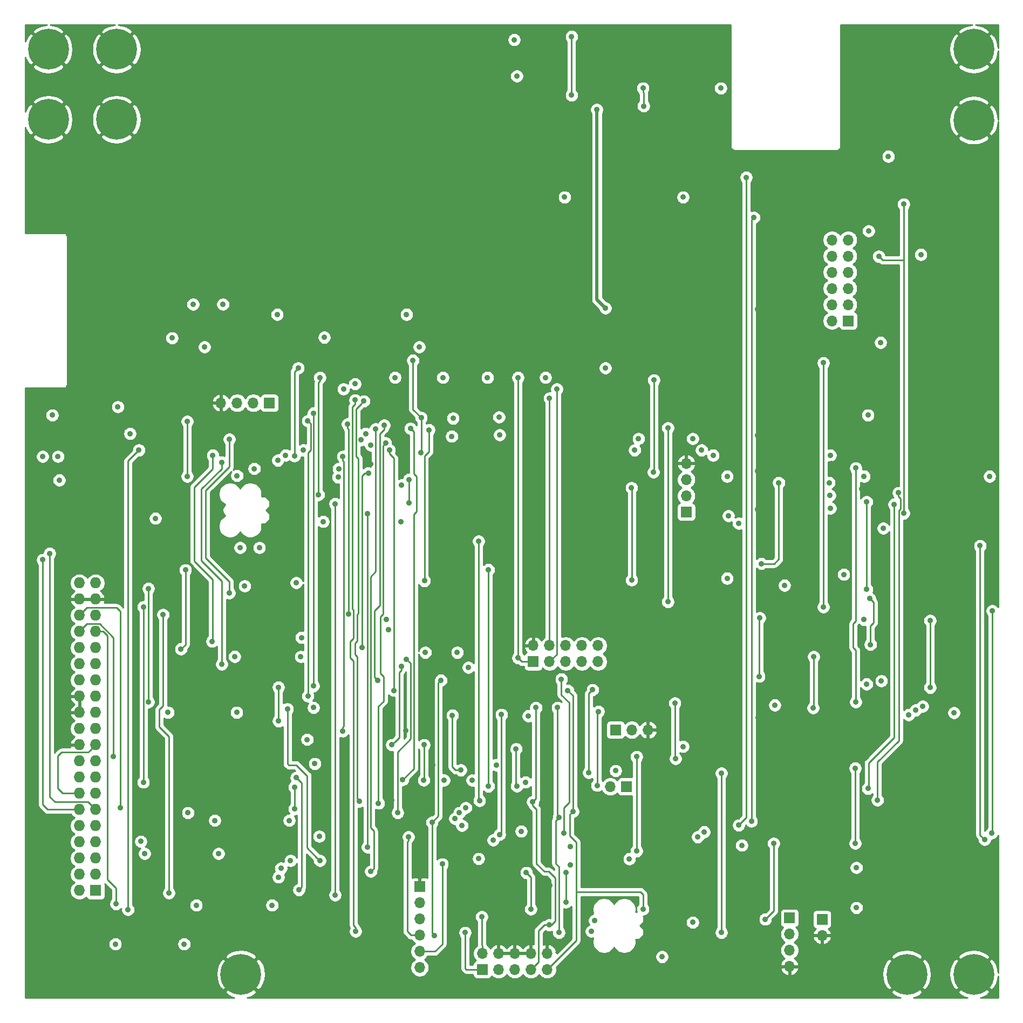
<source format=gbr>
G04 #@! TF.GenerationSoftware,KiCad,Pcbnew,(5.1.5)-3*
G04 #@! TF.CreationDate,2020-10-04T17:53:17+01:00*
G04 #@! TF.ProjectId,DC Controller STM32 v2,44432043-6f6e-4747-926f-6c6c65722053,rev?*
G04 #@! TF.SameCoordinates,Original*
G04 #@! TF.FileFunction,Copper,L2,Inr*
G04 #@! TF.FilePolarity,Positive*
%FSLAX46Y46*%
G04 Gerber Fmt 4.6, Leading zero omitted, Abs format (unit mm)*
G04 Created by KiCad (PCBNEW (5.1.5)-3) date 2020-10-04 17:53:17*
%MOMM*%
%LPD*%
G04 APERTURE LIST*
%ADD10O,1.700000X1.700000*%
%ADD11R,1.700000X1.700000*%
%ADD12C,6.400000*%
%ADD13R,1.727200X1.727200*%
%ADD14O,1.727200X1.727200*%
%ADD15C,0.900000*%
%ADD16C,0.250000*%
%ADD17C,0.500000*%
%ADD18C,0.254000*%
G04 APERTURE END LIST*
D10*
X92460000Y33800000D03*
D11*
X95000000Y33800000D03*
D10*
X120600000Y5580000D03*
X120600000Y8120000D03*
X120600000Y10660000D03*
D11*
X120600000Y13200000D03*
D10*
X104400000Y84520000D03*
X104400000Y81980000D03*
X104400000Y79440000D03*
D11*
X104400000Y76900000D03*
D10*
X62560000Y5410000D03*
X62560000Y7950000D03*
X62560000Y10490000D03*
X62560000Y13030000D03*
X62560000Y15570000D03*
D11*
X62560000Y18110000D03*
D10*
X82560000Y7640000D03*
X82560000Y5100000D03*
X80020000Y7640000D03*
X80020000Y5100000D03*
X77480000Y7640000D03*
X77480000Y5100000D03*
X74940000Y7640000D03*
X74940000Y5100000D03*
X72400000Y7640000D03*
D11*
X72400000Y5100000D03*
D10*
X125700000Y10460000D03*
D11*
X125700000Y13000000D03*
D10*
X98380000Y42700000D03*
X95840000Y42700000D03*
D11*
X93300000Y42700000D03*
D10*
X127260000Y119600000D03*
X129800000Y119600000D03*
X127260000Y117060000D03*
X129800000Y117060000D03*
X127260000Y114520000D03*
X129800000Y114520000D03*
X127260000Y111980000D03*
X129800000Y111980000D03*
X127260000Y109440000D03*
X129800000Y109440000D03*
X127260000Y106900000D03*
D11*
X129800000Y106900000D03*
D12*
X149500000Y138360000D03*
X149510000Y149510000D03*
X15000000Y138500000D03*
X4300000Y138500000D03*
X15000000Y149510000D03*
X4300000Y149510000D03*
X149510000Y4360000D03*
X139000000Y4360000D03*
X34500000Y4360000D03*
D13*
X11700000Y17500000D03*
D14*
X9160000Y17500000D03*
X11700000Y20040000D03*
X9160000Y20040000D03*
X11700000Y22580000D03*
X9160000Y22580000D03*
X11700000Y25120000D03*
X9160000Y25120000D03*
X11700000Y27660000D03*
X9160000Y27660000D03*
X11700000Y30200000D03*
X9160000Y30200000D03*
X11700000Y32740000D03*
X9160000Y32740000D03*
X11700000Y35280000D03*
X9160000Y35280000D03*
X11700000Y37820000D03*
X9160000Y37820000D03*
X11700000Y40360000D03*
X9160000Y40360000D03*
X11700000Y42900000D03*
X9160000Y42900000D03*
X11700000Y45440000D03*
X9160000Y45440000D03*
X11700000Y47980000D03*
X9160000Y47980000D03*
X11700000Y50520000D03*
X9160000Y50520000D03*
X11700000Y53060000D03*
X9160000Y53060000D03*
X11700000Y55600000D03*
X9160000Y55600000D03*
X11700000Y58140000D03*
X9160000Y58140000D03*
X11700000Y60680000D03*
X9160000Y60680000D03*
X11700000Y63220000D03*
X9160000Y63220000D03*
X11700000Y65760000D03*
X9160000Y65760000D03*
D11*
X39000000Y94000000D03*
D10*
X36460000Y94000000D03*
X33920000Y94000000D03*
X31380000Y94000000D03*
X90560000Y55940000D03*
X90560000Y53400000D03*
X88020000Y55940000D03*
X88020000Y53400000D03*
X85480000Y55940000D03*
X85480000Y53400000D03*
X82940000Y55940000D03*
X82940000Y53400000D03*
X80400000Y55940000D03*
D11*
X80400000Y53400000D03*
D15*
X132300000Y82500000D03*
X152000000Y82500000D03*
X132700000Y78500000D03*
X110800000Y82500000D03*
X23700000Y104200000D03*
X134900000Y103500000D03*
X63240000Y40360000D03*
X59700000Y52700000D03*
X70200000Y52500000D03*
X139300000Y45075000D03*
X146400000Y45400000D03*
X132700000Y64800000D03*
X130900000Y36700000D03*
X130900000Y24900000D03*
X118100000Y24900000D03*
X116800000Y13000000D03*
X105400000Y12500000D03*
X72300000Y13400000D03*
X79200000Y34500000D03*
X63200000Y34800000D03*
X66400000Y34800000D03*
X70800000Y34800000D03*
X93300000Y36300000D03*
X58200000Y40360000D03*
X47600004Y104300000D03*
X86400000Y142300000D03*
X86400000Y151500000D03*
X89500000Y11100000D03*
X141200000Y117300000D03*
X136100000Y132700000D03*
X78600004Y118700000D03*
X76600000Y123300000D03*
X76550000Y127650000D03*
X56000000Y146100000D03*
X45639500Y146538500D03*
X45639500Y138639500D03*
X45639500Y144239500D03*
X44551000Y133451000D03*
X39439000Y133539000D03*
X65400000Y147600000D03*
X58500000Y137000000D03*
X131900000Y80500000D03*
X147200000Y90300000D03*
X147200000Y84100000D03*
X147200000Y77900000D03*
X147300000Y71700000D03*
X147300000Y65200000D03*
X115600000Y77300000D03*
X115600000Y108700000D03*
X119100000Y126100000D03*
X117787500Y130887500D03*
X127200000Y84500000D03*
X44300000Y120400000D03*
X95300000Y99800000D03*
X102112500Y116812500D03*
X96612500Y116912500D03*
X64600000Y82900000D03*
X34412500Y106112500D03*
X115600000Y83300000D03*
X115600000Y88900000D03*
X115900000Y94900000D03*
X120087500Y70612500D03*
X123200000Y64800000D03*
X94000000Y57200000D03*
X148700000Y53000000D03*
X62800000Y93800000D03*
X58400000Y93500000D03*
X48500000Y96262500D03*
X9300000Y88500000D03*
X8387429Y93241341D03*
X23200000Y43600000D03*
X35800000Y50350000D03*
X33550000Y24600000D03*
X16800000Y5000000D03*
X28100000Y12700000D03*
X29565000Y54165000D03*
X69400000Y94900000D03*
X41500000Y81200000D03*
X39512500Y64212500D03*
X56600000Y26000000D03*
X58200000Y31700000D03*
X57300000Y38100000D03*
X57300000Y45000000D03*
X60380000Y42620000D03*
X64600000Y37200000D03*
X69500000Y42700000D03*
X63825000Y56225000D03*
X70600000Y55400000D03*
X107800000Y75300000D03*
X105587500Y69487500D03*
X112500000Y102300000D03*
X130800000Y85500000D03*
X126912500Y44112500D03*
X127300000Y51500000D03*
X131725000Y57625364D03*
X139287500Y56912500D03*
X139600000Y46900000D03*
X141800000Y43700000D03*
X132400000Y42900000D03*
X128800000Y39200000D03*
X122750000Y44350000D03*
X115700000Y44600000D03*
X110312500Y57987500D03*
X139187500Y53012500D03*
X115500000Y14400000D03*
X105900000Y14300000D03*
X102800000Y20600000D03*
X83000000Y18300000D03*
X74500000Y16600000D03*
X76800000Y20900000D03*
X76500000Y40100000D03*
X68000000Y31900000D03*
X36800000Y144200000D03*
X49812500Y7612500D03*
X49700000Y13300000D03*
X50900000Y18000000D03*
X74800000Y20199994D03*
X70700000Y20449991D03*
X74400000Y84100000D03*
X117300000Y64499989D03*
X107088486Y65488486D03*
X21100000Y18400000D03*
X54873000Y84400000D03*
X94200000Y26000000D03*
X59668750Y127431250D03*
X60468750Y128231250D03*
X76100000Y145400000D03*
X81962500Y146762500D03*
X87837500Y149662500D03*
X93600000Y145300000D03*
X100400000Y151500000D03*
X97900000Y12000000D03*
X39200000Y77100000D03*
X148900000Y95300000D03*
X149000000Y99400000D03*
X148899994Y103100000D03*
X7600000Y80000000D03*
X132900000Y92100000D03*
X28800000Y102800000D03*
X62500000Y102800000D03*
X21100000Y75900000D03*
X90362500Y140037500D03*
X91700000Y108900000D03*
X58700000Y98000000D03*
X82300000Y98000000D03*
X60900000Y82000000D03*
X60900000Y78300000D03*
X66200000Y98000000D03*
X46900000Y98000000D03*
X73200000Y98000000D03*
X78000000Y98000000D03*
X59600000Y75400000D03*
X47400000Y75400000D03*
X37400000Y71300000D03*
X25800000Y67800000D03*
X25100000Y55400000D03*
X59100000Y29700000D03*
X60500000Y53800000D03*
X78000000Y54000000D03*
X46687500Y79612500D03*
X34400000Y71300000D03*
X56000000Y50500000D03*
X57000000Y90500000D03*
X75100000Y89000000D03*
X75000000Y91800000D03*
X62800000Y91700000D03*
X62776320Y86224655D03*
X61500000Y100700000D03*
X26100000Y91100000D03*
X26100000Y82500000D03*
X6000000Y81900000D03*
X49756500Y82356500D03*
X33900000Y82600000D03*
X36604000Y83704000D03*
X49845991Y83704000D03*
X84100000Y96200000D03*
X52400000Y97000000D03*
X50600000Y96200000D03*
X82940000Y94760000D03*
X99300000Y97600000D03*
X99250000Y83150000D03*
X15200000Y93400000D03*
X54873000Y87400000D03*
X54075538Y89200006D03*
X17100000Y89200000D03*
X31500000Y84700000D03*
X31500000Y53000000D03*
X40300000Y85000000D03*
X30100000Y85800000D03*
X30000000Y56600000D03*
X41500002Y85800000D03*
X45900000Y46200000D03*
X5800000Y85600000D03*
X3400000Y85600000D03*
X3400000Y69400000D03*
X4900000Y92100000D03*
X4500000Y70400000D03*
X138500000Y125200000D03*
X138500011Y76700000D03*
X109800000Y143400000D03*
X97600000Y143400000D03*
X97700000Y140600000D03*
X134600000Y117000000D03*
X131100000Y14800000D03*
X131100000Y21100000D03*
X102600000Y46900000D03*
X102700000Y38200000D03*
X20000000Y47100000D03*
X20000000Y47100000D03*
X35100000Y65300000D03*
X20000000Y64900000D03*
X44900000Y41200000D03*
X103900000Y40100000D03*
X46100000Y37400000D03*
X89100000Y36000000D03*
X89700000Y49000000D03*
X135000000Y50400000D03*
X90400000Y34000000D03*
X124400000Y54200000D03*
X124300000Y46149991D03*
X90600000Y45600002D03*
X46800000Y26000000D03*
X42300000Y22200000D03*
X40800000Y21000000D03*
X39400000Y15200000D03*
X27500000Y15200000D03*
X25600000Y9100000D03*
X14800000Y9100000D03*
X127000000Y85800000D03*
X108600000Y85800000D03*
X131000000Y83800000D03*
X131000000Y47100000D03*
X126800000Y81500000D03*
X118900000Y81500000D03*
X116200000Y68800000D03*
X126900000Y79500000D03*
X111000000Y76300000D03*
X137700000Y79900000D03*
X68800000Y29700000D03*
X134400000Y31700000D03*
X127000000Y77500000D03*
X112600000Y75100000D03*
X137000000Y78100000D03*
X69800000Y30500000D03*
X132900000Y33500000D03*
X129100000Y67100000D03*
X110800000Y66500000D03*
X135300000Y74350000D03*
X31700000Y109500000D03*
X27000000Y109500000D03*
X115800000Y51100000D03*
X118300000Y46600000D03*
X140400000Y45800000D03*
X115900000Y60300000D03*
X50500000Y42500000D03*
X50499980Y85600000D03*
X54900000Y20500000D03*
X55631429Y89913028D03*
X49300000Y78200000D03*
X49300000Y16800000D03*
X53100000Y31500000D03*
X53800000Y94300000D03*
X63300000Y66100000D03*
X43200000Y65800000D03*
X63996000Y89800000D03*
X73350000Y33850000D03*
X73350000Y67850000D03*
X61100000Y90000000D03*
X59900000Y34900000D03*
X71800000Y72300000D03*
X71950000Y31600000D03*
X101500000Y90100000D03*
X101500000Y62800000D03*
X60500000Y107900000D03*
X40200000Y107900000D03*
X133300000Y56100000D03*
X133200000Y63300000D03*
X142650000Y59850000D03*
X142650000Y49350000D03*
X132300000Y60000000D03*
X125900000Y100300000D03*
X125900000Y62000000D03*
X69000000Y36400000D03*
X67700000Y45000000D03*
X77690305Y39733601D03*
X77803975Y33875010D03*
X80000000Y14600000D03*
X79300000Y20300000D03*
X65900000Y50500000D03*
X64500000Y28200000D03*
X64900000Y10400000D03*
X85300000Y126300000D03*
X103900000Y126300000D03*
X133000000Y121000000D03*
X74600000Y37200000D03*
X109900000Y35900000D03*
X109900000Y10900000D03*
X52500000Y11100000D03*
X52420921Y94461245D03*
X115012500Y123112500D03*
X68100000Y28800000D03*
X114612501Y28387499D03*
X113812500Y129412500D03*
X69200000Y27700000D03*
X112612426Y27749991D03*
X96300000Y86600000D03*
X106800000Y86600000D03*
X96600000Y23700000D03*
X96600000Y38500000D03*
X14500000Y38558591D03*
X113100000Y24600000D03*
X74100000Y25400000D03*
X33520000Y54220000D03*
X43900000Y54200000D03*
X57300000Y60000000D03*
X57700000Y58400000D03*
X14900000Y15400000D03*
X100595001Y7104999D03*
X40400000Y19600000D03*
X95465685Y22465685D03*
X71800000Y22500000D03*
X15600000Y30500000D03*
X18800000Y25200000D03*
X79600000Y44900000D03*
X85800000Y48900000D03*
X86600000Y29900000D03*
X97600000Y14600000D03*
X80800000Y46200000D03*
X80300000Y31400000D03*
X82900000Y12100000D03*
X90000000Y12800000D03*
X84400000Y10900000D03*
X69700000Y10900000D03*
X84200000Y46200000D03*
X84400000Y28949991D03*
X66100000Y21650009D03*
X60800000Y25900000D03*
X67600000Y88775000D03*
X67800000Y91600000D03*
X23200000Y17100000D03*
X22300000Y60800000D03*
X51424990Y60900000D03*
X51224990Y90700000D03*
X18500000Y86600000D03*
X16800000Y14500000D03*
X44275010Y86600000D03*
X78500000Y26800000D03*
X26200000Y29700000D03*
X85500000Y15700000D03*
X43600000Y17600000D03*
X43200000Y35200000D03*
X85500000Y20300000D03*
X54500000Y83000000D03*
X53500000Y55600000D03*
X44000000Y57200000D03*
X86200000Y21500000D03*
X46900000Y22200000D03*
X41800000Y46000000D03*
X54406500Y76606500D03*
X86200000Y24400000D03*
X54356491Y24306500D03*
X91700000Y99500000D03*
X43500000Y99500000D03*
X42900000Y85704000D03*
X119800000Y65400000D03*
X95825001Y66225001D03*
X59700000Y81100000D03*
X95800000Y80700000D03*
X45000000Y91200000D03*
X141500000Y46400000D03*
X45011514Y48011514D03*
X152412500Y61400000D03*
X152300000Y26500000D03*
X107200000Y26700000D03*
X150500000Y71600000D03*
X151200000Y25500000D03*
X106200000Y25900011D03*
X45900000Y92400000D03*
X45900000Y49600000D03*
X132700000Y49900000D03*
X96900000Y88400000D03*
X105400002Y88400000D03*
X84800000Y50675000D03*
X85200000Y26549991D03*
X75400000Y45100000D03*
X75100000Y26300000D03*
X63450000Y54850000D03*
X68450000Y54850000D03*
X57800000Y86600000D03*
X58500000Y48900000D03*
X40400000Y44100000D03*
X40400000Y49400000D03*
X57204000Y87704000D03*
X56100000Y31200000D03*
X42900000Y30300000D03*
X42900000Y33700000D03*
X32700000Y88300000D03*
X32700000Y64200000D03*
X19200000Y62000000D03*
X53350009Y88200000D03*
X19200000Y34500000D03*
X31000000Y23300000D03*
X19400000Y23300000D03*
X42100000Y28500000D03*
X30400000Y28500000D03*
X33840000Y45440000D03*
X23075010Y45440000D03*
X77800000Y145300000D03*
X77400000Y151000000D03*
D16*
X9160000Y32740000D02*
X6560000Y32740000D01*
X6560000Y32740000D02*
X5800000Y33500000D01*
X5800000Y33500000D02*
X5800000Y38600000D01*
X10836401Y39496401D02*
X11700000Y40360000D01*
X10511399Y39171399D02*
X10836401Y39496401D01*
X6371399Y39171399D02*
X10511399Y39171399D01*
X5800000Y38600000D02*
X6371399Y39171399D01*
X132700000Y78500000D02*
X132700000Y77934315D01*
X132700000Y77934315D02*
X132700000Y64800000D01*
X130900000Y36700000D02*
X130900000Y24900000D01*
X118100000Y24900000D02*
X118100000Y14300000D01*
X118100000Y14300000D02*
X116800000Y13000000D01*
X72400000Y8842081D02*
X72300000Y8942081D01*
X72400000Y7640000D02*
X72400000Y8842081D01*
X72300000Y8942081D02*
X72300000Y13400000D01*
X63240000Y34840000D02*
X63200000Y34800000D01*
X63240000Y40360000D02*
X63240000Y34840000D01*
X59700000Y52700000D02*
X59700000Y52063604D01*
X59349999Y51713603D02*
X59349999Y41509999D01*
X58649999Y40809999D02*
X58200000Y40360000D01*
X59700000Y52063604D02*
X59349999Y51713603D01*
X59349999Y41509999D02*
X58649999Y40809999D01*
X86400000Y142300000D02*
X86400000Y151500000D01*
D17*
X90362500Y140037500D02*
X90362500Y110237500D01*
X90362500Y110237500D02*
X91700000Y108900000D01*
D16*
X60900000Y82000000D02*
X60900000Y78300000D01*
X78000000Y98000000D02*
X78000000Y54000000D01*
X78600000Y53400000D02*
X80400000Y53400000D01*
X78000000Y54000000D02*
X78600000Y53400000D01*
X46900000Y97434315D02*
X46700000Y97234315D01*
X46900000Y98000000D02*
X46900000Y97434315D01*
X46700000Y79625000D02*
X46687500Y79612500D01*
X46700000Y97234315D02*
X46700000Y79625000D01*
X59100000Y29700000D02*
X59100000Y39252998D01*
X59100000Y39252998D02*
X61174991Y41327989D01*
X60949999Y53350001D02*
X60500000Y53800000D01*
X61174991Y41327989D02*
X61174991Y53125009D01*
X61174991Y53125009D02*
X60949999Y53350001D01*
X25800000Y56100000D02*
X25100000Y55400000D01*
X25800000Y67800000D02*
X25800000Y56100000D01*
X56000000Y50500000D02*
X56000000Y50500000D01*
X55500000Y61400000D02*
X56325001Y62225001D01*
X56325001Y62225001D02*
X56325001Y89188605D01*
X57000000Y89863604D02*
X57000000Y90500000D01*
X55500000Y51000000D02*
X55500000Y61400000D01*
X56325001Y89188605D02*
X57000000Y89863604D01*
X56000000Y50500000D02*
X55500000Y51000000D01*
X62800000Y91700000D02*
X62800000Y86248335D01*
X62800000Y86248335D02*
X62776320Y86224655D01*
X62800000Y91700000D02*
X61500000Y93000000D01*
X61500000Y93000000D02*
X61500000Y100700000D01*
X26100000Y91100000D02*
X26100000Y82500000D01*
X82940000Y53400000D02*
X84115001Y54575001D01*
X84115001Y54575001D02*
X84115001Y96184999D01*
X82940000Y55940000D02*
X82940000Y94760000D01*
X99300000Y97600000D02*
X99300000Y83200000D01*
X31500000Y66050000D02*
X31500000Y53000000D01*
X28300000Y69250000D02*
X31500000Y66050000D01*
X28300000Y80500000D02*
X28300000Y69250000D01*
X31500000Y84700000D02*
X31500000Y83700000D01*
X31500000Y83700000D02*
X28300000Y80500000D01*
X30100000Y56700000D02*
X30000000Y56600000D01*
X30100000Y83700000D02*
X27200000Y80800000D01*
X30100000Y85800000D02*
X30100000Y83700000D01*
X27200000Y80800000D02*
X27200000Y69200000D01*
X27200000Y69200000D02*
X30100000Y66300000D01*
X30100000Y66300000D02*
X30100000Y56700000D01*
X9160000Y30200000D02*
X4200000Y30200000D01*
X4200000Y30200000D02*
X3400000Y31000000D01*
X3400000Y31000000D02*
X3400000Y69400000D01*
X4500000Y32200000D02*
X4500000Y70400000D01*
X5311399Y31388601D02*
X4500000Y32200000D01*
X11700000Y30200000D02*
X10511399Y31388601D01*
X10511399Y31388601D02*
X5311399Y31388601D01*
X138500000Y76700011D02*
X138500011Y76700000D01*
X97600000Y142763604D02*
X97700000Y142663604D01*
X97600000Y143400000D02*
X97600000Y142763604D01*
X97700000Y142663604D02*
X97700000Y140600000D01*
X138500000Y116400000D02*
X135200000Y116400000D01*
X138500000Y116400000D02*
X138500000Y76700011D01*
X138500000Y125200000D02*
X138500000Y116400000D01*
X135200000Y116400000D02*
X134600000Y117000000D01*
X102600000Y38300000D02*
X102700000Y38200000D01*
X102600000Y46900000D02*
X102600000Y38300000D01*
X20000000Y47100000D02*
X20000000Y64900000D01*
X89100000Y48400000D02*
X89700000Y49000000D01*
X89100000Y36000000D02*
X89100000Y48400000D01*
X124400000Y54200000D02*
X124400000Y46249991D01*
X124400000Y46249991D02*
X124300000Y46149991D01*
X90400000Y45400002D02*
X90600000Y45600002D01*
X90400000Y34000000D02*
X90400000Y45400002D01*
X131000000Y55200000D02*
X131000000Y47100000D01*
X130600000Y59400000D02*
X130600000Y55600000D01*
X131000000Y83800000D02*
X131000000Y59800000D01*
X130600000Y55600000D02*
X131000000Y55200000D01*
X131000000Y59800000D02*
X130600000Y59400000D01*
X118900000Y81500000D02*
X118900000Y80934315D01*
X118900000Y80934315D02*
X118900000Y69500000D01*
X118900000Y69500000D02*
X118200000Y68800000D01*
X118200000Y68800000D02*
X116200000Y68800000D01*
X134400000Y37700000D02*
X134400000Y31700000D01*
X138000000Y79034315D02*
X138000000Y77400000D01*
X137700000Y79900000D02*
X137700000Y79334315D01*
X138000000Y77400000D02*
X137725001Y77125001D01*
X137700000Y79334315D02*
X138000000Y79034315D01*
X137725001Y77125001D02*
X137725001Y41025001D01*
X137725001Y41025001D02*
X134400000Y37700000D01*
X137000000Y78100000D02*
X137000000Y41500000D01*
X137000000Y41500000D02*
X133000000Y37500000D01*
X133000000Y37500000D02*
X133000000Y33600000D01*
X115800000Y51100000D02*
X115800000Y51100000D01*
X115800000Y51100000D02*
X115800000Y60200000D01*
X115800000Y60200000D02*
X115900000Y60300000D01*
X50500000Y43136396D02*
X50621001Y43257397D01*
X50500000Y42500000D02*
X50500000Y43136396D01*
X50621001Y43257397D02*
X50621001Y84842583D01*
X50499980Y84963604D02*
X50499980Y85600000D01*
X50621001Y84842583D02*
X50499980Y84963604D01*
X55648010Y67548010D02*
X55648010Y89260051D01*
X55648010Y89260051D02*
X55631429Y89276632D01*
X54856510Y66756510D02*
X55648010Y67548010D01*
X54900000Y20500000D02*
X55349999Y20949999D01*
X55349999Y26850001D02*
X54856510Y27343490D01*
X55631429Y89276632D02*
X55631429Y89913028D01*
X55349999Y20949999D02*
X55349999Y26850001D01*
X54856510Y27343490D02*
X54856510Y66756510D01*
X49300000Y78200000D02*
X49300000Y16800000D01*
X52574999Y93074999D02*
X53350001Y93850001D01*
X52900000Y85300000D02*
X52574999Y85625001D01*
X53350001Y93850001D02*
X53800000Y94300000D01*
X52574999Y85625001D02*
X52574999Y93074999D01*
X52774999Y31825001D02*
X53100000Y31500000D01*
X52774999Y54174999D02*
X52774999Y31825001D01*
X52925009Y60974991D02*
X52774999Y60824981D01*
X52400000Y56300000D02*
X52400000Y54549998D01*
X52400000Y54549998D02*
X52774999Y54174999D01*
X52925009Y85311401D02*
X52925009Y60974991D01*
X52774999Y60824981D02*
X52774999Y56674999D01*
X52774999Y56674999D02*
X52400000Y56300000D01*
X63996000Y86348304D02*
X63996000Y89163604D01*
X63996000Y89163604D02*
X63996000Y89800000D01*
X63300000Y66100000D02*
X63300000Y85652304D01*
X63300000Y85652304D02*
X63996000Y86348304D01*
X73350000Y33850000D02*
X73350000Y67850000D01*
X61625001Y36625001D02*
X59900000Y34900000D01*
X61625001Y76525001D02*
X61625001Y36625001D01*
X61100000Y90000000D02*
X61625001Y89474999D01*
X61625001Y82925001D02*
X62100000Y82450002D01*
X61625001Y89474999D02*
X61625001Y82925001D01*
X62100000Y77000000D02*
X61625001Y76525001D01*
X62100000Y82450002D02*
X62100000Y77000000D01*
X71800000Y31750000D02*
X71950000Y31600000D01*
X71800000Y72300000D02*
X71800000Y31750000D01*
X101500000Y90100000D02*
X101500000Y62800000D01*
X133775001Y59501999D02*
X133775001Y62724999D01*
X133300000Y56100000D02*
X133300000Y59026998D01*
X133300000Y59026998D02*
X133775001Y59501999D01*
X133775001Y62724999D02*
X133200000Y63300000D01*
X142650000Y59850000D02*
X142650000Y49350000D01*
X125900000Y92100000D02*
X125900000Y62000000D01*
X125900000Y100300000D02*
X125900000Y92100000D01*
X69000000Y36400000D02*
X68200000Y36400000D01*
X68200000Y36400000D02*
X67700000Y36900000D01*
X67700000Y36900000D02*
X67700000Y45000000D01*
X77690305Y33988680D02*
X77803975Y33875010D01*
X77690305Y39733601D02*
X77690305Y33988680D01*
X80000000Y14700000D02*
X80000000Y19600000D01*
X80000000Y19600000D02*
X79300000Y20300000D01*
X65500001Y50100001D02*
X65500001Y29200001D01*
X65900000Y50500000D02*
X65500001Y50100001D01*
X65500001Y29200001D02*
X64500000Y28200000D01*
X64500000Y28200000D02*
X64500000Y10800000D01*
X64500000Y10800000D02*
X64900000Y10400000D01*
X109900000Y35900000D02*
X109900000Y10900000D01*
X109900000Y10900000D02*
X109900000Y10900000D01*
X52000000Y61700000D02*
X52000000Y93403928D01*
X52200000Y61500000D02*
X52000000Y61700000D01*
X52000000Y93403928D02*
X52420921Y93824849D01*
X51700000Y56600000D02*
X52200000Y57100000D01*
X52500000Y11736396D02*
X52200000Y12036396D01*
X52200000Y57100000D02*
X52200000Y61500000D01*
X52500000Y11100000D02*
X52500000Y11736396D01*
X52200000Y12036396D02*
X52200000Y53500000D01*
X52420921Y93824849D02*
X52420921Y94461245D01*
X52200000Y53500000D02*
X51700000Y54000000D01*
X51700000Y54000000D02*
X51700000Y56600000D01*
X114612501Y122712501D02*
X114612501Y28387499D01*
X115012500Y123112500D02*
X114612501Y122712501D01*
X113812500Y28950065D02*
X112612426Y27749991D01*
X113812500Y129412500D02*
X113812500Y28950065D01*
X96600000Y23700000D02*
X96600000Y38500000D01*
X10023599Y59003599D02*
X9160000Y58140000D01*
X12369123Y59328601D02*
X10348601Y59328601D01*
X14500000Y57197724D02*
X12369123Y59328601D01*
X10348601Y59328601D02*
X10023599Y59003599D01*
X14500000Y38558591D02*
X14500000Y57197724D01*
X12921314Y58140000D02*
X13561314Y57500000D01*
X11700000Y58140000D02*
X12921314Y58140000D01*
X13561314Y57500000D02*
X13561314Y19238686D01*
X13561314Y19238686D02*
X14900000Y17900000D01*
X14900000Y17900000D02*
X14900000Y15400000D01*
X15031399Y61868601D02*
X15600000Y61300000D01*
X9160000Y60680000D02*
X10348601Y61868601D01*
X10348601Y61868601D02*
X15031399Y61868601D01*
X15600000Y61300000D02*
X15600000Y37200000D01*
X15600000Y37200000D02*
X15600000Y30500000D01*
X15600000Y30500000D02*
X15600000Y30500000D01*
X86600000Y48100000D02*
X86600000Y29900000D01*
X85800000Y48900000D02*
X86600000Y48100000D01*
X86150001Y29450001D02*
X86150001Y26049999D01*
X83409999Y5949999D02*
X82560000Y5100000D01*
X86600000Y29900000D02*
X86150001Y29450001D01*
X86150001Y26049999D02*
X87100000Y25100000D01*
X87100000Y9640000D02*
X83409999Y5949999D01*
X87100000Y17300000D02*
X97200000Y17300000D01*
X87100000Y17300000D02*
X87100000Y9640000D01*
X87100000Y25100000D02*
X87100000Y17300000D01*
X97200000Y17300000D02*
X97600000Y16900000D01*
X97600000Y16900000D02*
X97600000Y14600000D01*
X80800000Y46200000D02*
X80800000Y31900000D01*
X80800000Y31900000D02*
X80300000Y31400000D01*
X80300000Y30834315D02*
X80900000Y30234315D01*
X80300000Y31400000D02*
X80300000Y30834315D01*
X80900000Y30234315D02*
X80900000Y21700000D01*
X80900000Y21700000D02*
X82100000Y20500000D01*
X82100000Y20500000D02*
X82800000Y20500000D01*
X83825001Y19474999D02*
X83825001Y12725001D01*
X82800000Y20500000D02*
X83825001Y19474999D01*
X83825001Y12725001D02*
X83200000Y12100000D01*
X83200000Y12100000D02*
X82900000Y12100000D01*
X81195001Y6275001D02*
X80869999Y5949999D01*
X81195001Y11195001D02*
X81195001Y6275001D01*
X80869999Y5949999D02*
X80020000Y5100000D01*
X82100000Y12100000D02*
X81195001Y11195001D01*
X82900000Y12100000D02*
X82100000Y12100000D01*
X69700000Y10900000D02*
X69700000Y5300000D01*
X69900000Y5100000D02*
X72400000Y5100000D01*
X69700000Y5300000D02*
X69900000Y5100000D01*
X84200000Y29149991D02*
X84400000Y28949991D01*
X84400000Y10900000D02*
X84400000Y21268673D01*
X83950001Y21718672D02*
X83950001Y28499992D01*
X84200000Y46200000D02*
X84200000Y29149991D01*
X83950001Y28499992D02*
X84400000Y28949991D01*
X84400000Y21268673D02*
X83950001Y21718672D01*
X62560000Y7950000D02*
X64950000Y7950000D01*
X66100000Y9100000D02*
X66100000Y21013613D01*
X64950000Y7950000D02*
X66100000Y9100000D01*
X66100000Y21013613D02*
X66100000Y21650009D01*
X60800000Y25334315D02*
X60600000Y25134315D01*
X60800000Y25900000D02*
X60800000Y25334315D01*
X60600000Y25134315D02*
X60600000Y11100000D01*
X61210000Y10490000D02*
X62560000Y10490000D01*
X60600000Y11100000D02*
X61210000Y10490000D01*
X22300000Y60800000D02*
X22300000Y60800000D01*
X22300000Y46500000D02*
X22300000Y60800000D01*
X21700000Y45900000D02*
X22300000Y46500000D01*
X21700000Y43200000D02*
X21700000Y45900000D01*
X23200000Y17100000D02*
X23200000Y41700000D01*
X23200000Y41700000D02*
X21700000Y43200000D01*
X51224990Y90063604D02*
X51424990Y89863604D01*
X51224990Y90700000D02*
X51224990Y90063604D01*
X51424990Y89863604D02*
X51424990Y61536396D01*
X51424990Y61536396D02*
X51424990Y60900000D01*
X18500000Y86600000D02*
X16800000Y84900000D01*
X16800000Y84900000D02*
X16800000Y14500000D01*
X85500000Y16336396D02*
X85500000Y15700000D01*
X44049999Y18049999D02*
X44049999Y34350001D01*
X43600000Y17600000D02*
X44049999Y18049999D01*
X44049999Y34350001D02*
X43200000Y35200000D01*
X85500000Y20300000D02*
X85500000Y16336396D01*
X53934315Y83000000D02*
X53500000Y82565685D01*
X54500000Y83000000D02*
X53934315Y83000000D01*
X53500000Y82565685D02*
X53500000Y61738581D01*
X53500000Y61738581D02*
X53500000Y55600000D01*
X46900000Y22200000D02*
X46450001Y22649999D01*
X46450001Y22649999D02*
X44900000Y24200000D01*
X44900000Y24200000D02*
X44900000Y35500000D01*
X44900000Y35500000D02*
X43200000Y37200000D01*
X43200000Y37200000D02*
X42000000Y37200000D01*
X42000000Y37200000D02*
X41800000Y37400000D01*
X41800000Y37400000D02*
X41800000Y46000000D01*
X54406500Y24356509D02*
X54356491Y24306500D01*
X54406500Y76606500D02*
X54406500Y24356509D01*
X42900000Y98900000D02*
X42900000Y85704000D01*
X43500000Y99500000D02*
X42900000Y98900000D01*
X95825001Y66225001D02*
X95825001Y80674999D01*
X95825001Y80674999D02*
X95800000Y80700000D01*
X45000000Y48000000D02*
X45000000Y48000000D01*
X45011514Y86189502D02*
X45011514Y48647910D01*
X45449999Y90750001D02*
X45449999Y86627987D01*
X45011514Y48647910D02*
X45011514Y48011514D01*
X45000000Y91200000D02*
X45449999Y90750001D01*
X45449999Y86627987D02*
X45011514Y86189502D01*
X152412500Y61400000D02*
X152412500Y26612500D01*
X152412500Y26612500D02*
X152300000Y26500000D01*
X150500000Y71600000D02*
X150500000Y26200000D01*
X150500000Y26200000D02*
X151200000Y25500000D01*
X45900000Y92400000D02*
X45900000Y49600000D01*
X85200000Y27186387D02*
X85200000Y26549991D01*
X86000000Y47000000D02*
X86000000Y31300000D01*
X86000000Y31300000D02*
X85200000Y30500000D01*
X85200000Y30500000D02*
X85200000Y27186387D01*
X84800000Y50675000D02*
X84800000Y48200000D01*
X84800000Y48200000D02*
X86000000Y47000000D01*
X75400000Y26600000D02*
X75100000Y26300000D01*
X75400000Y45100000D02*
X75400000Y26600000D01*
X57800000Y86034315D02*
X58500000Y85334315D01*
X57800000Y86600000D02*
X57800000Y86034315D01*
X58500000Y85334315D02*
X58500000Y48900000D01*
X40400000Y44100000D02*
X40400000Y49400000D01*
X56100000Y46400000D02*
X56100000Y31200000D01*
X56900000Y47200000D02*
X56100000Y46400000D01*
X56900000Y51100000D02*
X56900000Y47200000D01*
X56804001Y87304001D02*
X56804001Y60872999D01*
X57204000Y87704000D02*
X56804001Y87304001D01*
X56804001Y60872999D02*
X56400000Y60468998D01*
X56400000Y60468998D02*
X56400000Y51600000D01*
X56400000Y51600000D02*
X56900000Y51100000D01*
X42900000Y30300000D02*
X42900000Y30936396D01*
X42900000Y30936396D02*
X42900000Y33700000D01*
X19200000Y34500000D02*
X19200000Y62000000D01*
X29000000Y69700000D02*
X32700000Y66000000D01*
X32700000Y66000000D02*
X32700000Y64200000D01*
X29000000Y80300000D02*
X29000000Y69700000D01*
X32700000Y88300000D02*
X32700000Y84000000D01*
X32700000Y84000000D02*
X29000000Y80300000D01*
D18*
G36*
X3572062Y153294178D02*
G01*
X2847792Y153079452D01*
X2179330Y152727555D01*
X2138912Y152700548D01*
X1778724Y152210881D01*
X4300000Y149689605D01*
X6821276Y152210881D01*
X6461088Y152700548D01*
X5797118Y153060849D01*
X5075615Y153284694D01*
X4548212Y153340000D01*
X14769440Y153340000D01*
X14272062Y153294178D01*
X13547792Y153079452D01*
X12879330Y152727555D01*
X12838912Y152700548D01*
X12478724Y152210881D01*
X15000000Y149689605D01*
X17521276Y152210881D01*
X17161088Y152700548D01*
X16497118Y153060849D01*
X15775615Y153284694D01*
X15248212Y153340000D01*
X111340000Y153340000D01*
X111340001Y134332429D01*
X111336807Y134300000D01*
X111349550Y134170617D01*
X111373000Y134093314D01*
X111373000Y134000000D01*
X111375440Y133975224D01*
X111382667Y133951399D01*
X111394403Y133929443D01*
X111410197Y133910197D01*
X111429443Y133894403D01*
X111451399Y133882667D01*
X111475224Y133875440D01*
X111496329Y133873361D01*
X111531052Y133831052D01*
X111631550Y133748575D01*
X111746207Y133687290D01*
X111870617Y133649550D01*
X111967581Y133640000D01*
X112000000Y133636807D01*
X112032419Y133640000D01*
X127967581Y133640000D01*
X128000000Y133636807D01*
X128032419Y133640000D01*
X128129383Y133649550D01*
X128253793Y133687290D01*
X128368450Y133748575D01*
X128468948Y133831052D01*
X128503671Y133873361D01*
X128524776Y133875440D01*
X128548601Y133882667D01*
X128570557Y133894403D01*
X128589803Y133910197D01*
X128605597Y133929443D01*
X128617333Y133951399D01*
X128624560Y133975224D01*
X128627000Y134000000D01*
X128627000Y134093314D01*
X128650450Y134170617D01*
X128663193Y134300000D01*
X128660000Y134332419D01*
X128660000Y135659119D01*
X146978724Y135659119D01*
X147338912Y135169452D01*
X148002882Y134809151D01*
X148724385Y134585306D01*
X149475695Y134506520D01*
X150227938Y134575822D01*
X150952208Y134790548D01*
X151620670Y135142445D01*
X151661088Y135169452D01*
X152021276Y135659119D01*
X149500000Y138180395D01*
X146978724Y135659119D01*
X128660000Y135659119D01*
X128660000Y138384305D01*
X145646520Y138384305D01*
X145715822Y137632062D01*
X145930548Y136907792D01*
X146282445Y136239330D01*
X146309452Y136198912D01*
X146799119Y135838724D01*
X149320395Y138360000D01*
X146799119Y140881276D01*
X146309452Y140521088D01*
X145949151Y139857118D01*
X145725306Y139135615D01*
X145646520Y138384305D01*
X128660000Y138384305D01*
X128660000Y141060881D01*
X146978724Y141060881D01*
X149500000Y138539605D01*
X152021276Y141060881D01*
X151661088Y141550548D01*
X150997118Y141910849D01*
X150275615Y142134694D01*
X149524305Y142213480D01*
X148772062Y142144178D01*
X148047792Y141929452D01*
X147379330Y141577555D01*
X147338912Y141550548D01*
X146978724Y141060881D01*
X128660000Y141060881D01*
X128660000Y146809119D01*
X146988724Y146809119D01*
X147348912Y146319452D01*
X148012882Y145959151D01*
X148734385Y145735306D01*
X149485695Y145656520D01*
X150237938Y145725822D01*
X150962208Y145940548D01*
X151630670Y146292445D01*
X151671088Y146319452D01*
X152031276Y146809119D01*
X149510000Y149330395D01*
X146988724Y146809119D01*
X128660000Y146809119D01*
X128660000Y149534305D01*
X145656520Y149534305D01*
X145725822Y148782062D01*
X145940548Y148057792D01*
X146292445Y147389330D01*
X146319452Y147348912D01*
X146809119Y146988724D01*
X149330395Y149510000D01*
X146809119Y152031276D01*
X146319452Y151671088D01*
X145959151Y151007118D01*
X145735306Y150285615D01*
X145656520Y149534305D01*
X128660000Y149534305D01*
X128660000Y153340000D01*
X149279440Y153340000D01*
X148782062Y153294178D01*
X148057792Y153079452D01*
X147389330Y152727555D01*
X147348912Y152700548D01*
X146988724Y152210881D01*
X149510000Y149689605D01*
X152031276Y152210881D01*
X151671088Y152700548D01*
X151007118Y153060849D01*
X150285615Y153284694D01*
X149758212Y153340000D01*
X153340000Y153340000D01*
X153340000Y149740560D01*
X153294178Y150237938D01*
X153079452Y150962208D01*
X152727555Y151630670D01*
X152700548Y151671088D01*
X152210881Y152031276D01*
X149689605Y149510000D01*
X152210881Y146988724D01*
X152700548Y147348912D01*
X153060849Y148012882D01*
X153284694Y148734385D01*
X153340000Y149261788D01*
X153340000Y138482013D01*
X153284178Y139087938D01*
X153069452Y139812208D01*
X152717555Y140480670D01*
X152690548Y140521088D01*
X152200881Y140881276D01*
X149679605Y138360000D01*
X152200881Y135838724D01*
X152690548Y136198912D01*
X153050849Y136862882D01*
X153274694Y137584385D01*
X153340000Y138207150D01*
X153340001Y61964846D01*
X153255275Y62091647D01*
X153104147Y62242775D01*
X152926440Y62361515D01*
X152728983Y62443304D01*
X152519363Y62485000D01*
X152305637Y62485000D01*
X152096017Y62443304D01*
X151898560Y62361515D01*
X151720853Y62242775D01*
X151569725Y62091647D01*
X151450985Y61913940D01*
X151369196Y61716483D01*
X151327500Y61506863D01*
X151327500Y61293137D01*
X151369196Y61083517D01*
X151450985Y60886060D01*
X151569725Y60708353D01*
X151652500Y60625578D01*
X151652501Y27372274D01*
X151608353Y27342775D01*
X151457225Y27191647D01*
X151338485Y27013940D01*
X151260000Y26824460D01*
X151260000Y70825578D01*
X151342775Y70908353D01*
X151461515Y71086060D01*
X151543304Y71283517D01*
X151585000Y71493137D01*
X151585000Y71706863D01*
X151543304Y71916483D01*
X151461515Y72113940D01*
X151342775Y72291647D01*
X151191647Y72442775D01*
X151013940Y72561515D01*
X150816483Y72643304D01*
X150606863Y72685000D01*
X150393137Y72685000D01*
X150183517Y72643304D01*
X149986060Y72561515D01*
X149808353Y72442775D01*
X149657225Y72291647D01*
X149538485Y72113940D01*
X149456696Y71916483D01*
X149415000Y71706863D01*
X149415000Y71493137D01*
X149456696Y71283517D01*
X149538485Y71086060D01*
X149657225Y70908353D01*
X149740000Y70825578D01*
X149740001Y26237333D01*
X149736324Y26200000D01*
X149740001Y26162667D01*
X149750998Y26051014D01*
X149753497Y26042775D01*
X149794454Y25907754D01*
X149865026Y25775724D01*
X149921250Y25707216D01*
X149960000Y25659999D01*
X149988997Y25636201D01*
X150115000Y25510199D01*
X150115000Y25393137D01*
X150156696Y25183517D01*
X150238485Y24986060D01*
X150357225Y24808353D01*
X150508353Y24657225D01*
X150686060Y24538485D01*
X150883517Y24456696D01*
X151093137Y24415000D01*
X151306863Y24415000D01*
X151516483Y24456696D01*
X151713940Y24538485D01*
X151891647Y24657225D01*
X152042775Y24808353D01*
X152161515Y24986060D01*
X152243304Y25183517D01*
X152285000Y25393137D01*
X152285000Y25415000D01*
X152406863Y25415000D01*
X152616483Y25456696D01*
X152813940Y25538485D01*
X152991647Y25657225D01*
X153142775Y25808353D01*
X153261515Y25986060D01*
X153340001Y26175542D01*
X153340001Y4590550D01*
X153294178Y5087938D01*
X153079452Y5812208D01*
X152727555Y6480670D01*
X152700548Y6521088D01*
X152210881Y6881276D01*
X149689605Y4360000D01*
X152210881Y1838724D01*
X152700548Y2198912D01*
X153060849Y2862882D01*
X153284694Y3584385D01*
X153340001Y4111797D01*
X153340001Y660000D01*
X150521870Y660000D01*
X150962208Y790548D01*
X151630670Y1142445D01*
X151671088Y1169452D01*
X152031276Y1659119D01*
X149510000Y4180395D01*
X146988724Y1659119D01*
X147348912Y1169452D01*
X148012882Y809151D01*
X148493629Y660000D01*
X140011870Y660000D01*
X140452208Y790548D01*
X141120670Y1142445D01*
X141161088Y1169452D01*
X141521276Y1659119D01*
X139000000Y4180395D01*
X136478724Y1659119D01*
X136838912Y1169452D01*
X137502882Y809151D01*
X137983629Y660000D01*
X35511870Y660000D01*
X35952208Y790548D01*
X36620670Y1142445D01*
X36661088Y1169452D01*
X37021276Y1659119D01*
X34500000Y4180395D01*
X31978724Y1659119D01*
X32338912Y1169452D01*
X33002882Y809151D01*
X33483629Y660000D01*
X660000Y660000D01*
X660000Y4384305D01*
X30646520Y4384305D01*
X30715822Y3632062D01*
X30930548Y2907792D01*
X31282445Y2239330D01*
X31309452Y2198912D01*
X31799119Y1838724D01*
X34320395Y4360000D01*
X34679605Y4360000D01*
X37200881Y1838724D01*
X37690548Y2198912D01*
X38050849Y2862882D01*
X38274694Y3584385D01*
X38353480Y4335695D01*
X38284178Y5087938D01*
X38069452Y5812208D01*
X37717555Y6480670D01*
X37690548Y6521088D01*
X37200881Y6881276D01*
X34679605Y4360000D01*
X34320395Y4360000D01*
X31799119Y6881276D01*
X31309452Y6521088D01*
X30949151Y5857118D01*
X30725306Y5135615D01*
X30646520Y4384305D01*
X660000Y4384305D01*
X660000Y7060881D01*
X31978724Y7060881D01*
X34500000Y4539605D01*
X37021276Y7060881D01*
X36661088Y7550548D01*
X35997118Y7910849D01*
X35275615Y8134694D01*
X34524305Y8213480D01*
X33772062Y8144178D01*
X33047792Y7929452D01*
X32379330Y7577555D01*
X32338912Y7550548D01*
X31978724Y7060881D01*
X660000Y7060881D01*
X660000Y9206863D01*
X13715000Y9206863D01*
X13715000Y8993137D01*
X13756696Y8783517D01*
X13838485Y8586060D01*
X13957225Y8408353D01*
X14108353Y8257225D01*
X14286060Y8138485D01*
X14483517Y8056696D01*
X14693137Y8015000D01*
X14906863Y8015000D01*
X15116483Y8056696D01*
X15313940Y8138485D01*
X15491647Y8257225D01*
X15642775Y8408353D01*
X15761515Y8586060D01*
X15843304Y8783517D01*
X15885000Y8993137D01*
X15885000Y9206863D01*
X24515000Y9206863D01*
X24515000Y8993137D01*
X24556696Y8783517D01*
X24638485Y8586060D01*
X24757225Y8408353D01*
X24908353Y8257225D01*
X25086060Y8138485D01*
X25283517Y8056696D01*
X25493137Y8015000D01*
X25706863Y8015000D01*
X25916483Y8056696D01*
X26113940Y8138485D01*
X26291647Y8257225D01*
X26442775Y8408353D01*
X26561515Y8586060D01*
X26643304Y8783517D01*
X26685000Y8993137D01*
X26685000Y9206863D01*
X26643304Y9416483D01*
X26561515Y9613940D01*
X26442775Y9791647D01*
X26291647Y9942775D01*
X26113940Y10061515D01*
X25916483Y10143304D01*
X25706863Y10185000D01*
X25493137Y10185000D01*
X25283517Y10143304D01*
X25086060Y10061515D01*
X24908353Y9942775D01*
X24757225Y9791647D01*
X24638485Y9613940D01*
X24556696Y9416483D01*
X24515000Y9206863D01*
X15885000Y9206863D01*
X15843304Y9416483D01*
X15761515Y9613940D01*
X15642775Y9791647D01*
X15491647Y9942775D01*
X15313940Y10061515D01*
X15116483Y10143304D01*
X14906863Y10185000D01*
X14693137Y10185000D01*
X14483517Y10143304D01*
X14286060Y10061515D01*
X14108353Y9942775D01*
X13957225Y9791647D01*
X13838485Y9613940D01*
X13756696Y9416483D01*
X13715000Y9206863D01*
X660000Y9206863D01*
X660000Y69506863D01*
X2315000Y69506863D01*
X2315000Y69293137D01*
X2356696Y69083517D01*
X2438485Y68886060D01*
X2557225Y68708353D01*
X2640001Y68625577D01*
X2640000Y31037322D01*
X2636324Y31000000D01*
X2640000Y30962678D01*
X2640000Y30962668D01*
X2650997Y30851015D01*
X2683670Y30743304D01*
X2694454Y30707754D01*
X2765026Y30575724D01*
X2792647Y30542068D01*
X2859999Y30459999D01*
X2889002Y30436197D01*
X3636201Y29688998D01*
X3659999Y29659999D01*
X3775724Y29565026D01*
X3907753Y29494454D01*
X4051014Y29450997D01*
X4162667Y29440000D01*
X4162677Y29440000D01*
X4200000Y29436324D01*
X4237323Y29440000D01*
X7865465Y29440000D01*
X7995961Y29244698D01*
X8204698Y29035961D01*
X8363281Y28930000D01*
X8204698Y28824039D01*
X7995961Y28615302D01*
X7831958Y28369853D01*
X7718990Y28097125D01*
X7661400Y27807599D01*
X7661400Y27512401D01*
X7718990Y27222875D01*
X7831958Y26950147D01*
X7995961Y26704698D01*
X8204698Y26495961D01*
X8363281Y26390000D01*
X8204698Y26284039D01*
X7995961Y26075302D01*
X7831958Y25829853D01*
X7718990Y25557125D01*
X7661400Y25267599D01*
X7661400Y24972401D01*
X7718990Y24682875D01*
X7831958Y24410147D01*
X7995961Y24164698D01*
X8204698Y23955961D01*
X8363281Y23850000D01*
X8204698Y23744039D01*
X7995961Y23535302D01*
X7831958Y23289853D01*
X7718990Y23017125D01*
X7661400Y22727599D01*
X7661400Y22432401D01*
X7718990Y22142875D01*
X7831958Y21870147D01*
X7995961Y21624698D01*
X8204698Y21415961D01*
X8363281Y21310000D01*
X8204698Y21204039D01*
X7995961Y20995302D01*
X7831958Y20749853D01*
X7718990Y20477125D01*
X7661400Y20187599D01*
X7661400Y19892401D01*
X7718990Y19602875D01*
X7831958Y19330147D01*
X7995961Y19084698D01*
X8204698Y18875961D01*
X8363281Y18770000D01*
X8204698Y18664039D01*
X7995961Y18455302D01*
X7831958Y18209853D01*
X7718990Y17937125D01*
X7661400Y17647599D01*
X7661400Y17352401D01*
X7718990Y17062875D01*
X7831958Y16790147D01*
X7995961Y16544698D01*
X8204698Y16335961D01*
X8450147Y16171958D01*
X8722875Y16058990D01*
X9012401Y16001400D01*
X9307599Y16001400D01*
X9597125Y16058990D01*
X9869853Y16171958D01*
X10115302Y16335961D01*
X10229364Y16450023D01*
X10246898Y16392220D01*
X10305863Y16281906D01*
X10385215Y16185215D01*
X10481906Y16105863D01*
X10592220Y16046898D01*
X10711918Y16010588D01*
X10836400Y15998328D01*
X12563600Y15998328D01*
X12688082Y16010588D01*
X12807780Y16046898D01*
X12918094Y16105863D01*
X13014785Y16185215D01*
X13094137Y16281906D01*
X13153102Y16392220D01*
X13189412Y16511918D01*
X13201672Y16636400D01*
X13201672Y18363600D01*
X13189412Y18488082D01*
X13168640Y18556559D01*
X14140000Y17585198D01*
X14140001Y16174423D01*
X14057225Y16091647D01*
X13938485Y15913940D01*
X13856696Y15716483D01*
X13815000Y15506863D01*
X13815000Y15293137D01*
X13856696Y15083517D01*
X13938485Y14886060D01*
X14057225Y14708353D01*
X14208353Y14557225D01*
X14386060Y14438485D01*
X14583517Y14356696D01*
X14793137Y14315000D01*
X15006863Y14315000D01*
X15216483Y14356696D01*
X15413940Y14438485D01*
X15591647Y14557225D01*
X15733304Y14698882D01*
X15715000Y14606863D01*
X15715000Y14393137D01*
X15756696Y14183517D01*
X15838485Y13986060D01*
X15957225Y13808353D01*
X16108353Y13657225D01*
X16286060Y13538485D01*
X16483517Y13456696D01*
X16693137Y13415000D01*
X16906863Y13415000D01*
X17116483Y13456696D01*
X17313940Y13538485D01*
X17491647Y13657225D01*
X17642775Y13808353D01*
X17761515Y13986060D01*
X17843304Y14183517D01*
X17885000Y14393137D01*
X17885000Y14606863D01*
X17843304Y14816483D01*
X17761515Y15013940D01*
X17642775Y15191647D01*
X17560000Y15274422D01*
X17560000Y15306863D01*
X26415000Y15306863D01*
X26415000Y15093137D01*
X26456696Y14883517D01*
X26538485Y14686060D01*
X26657225Y14508353D01*
X26808353Y14357225D01*
X26986060Y14238485D01*
X27183517Y14156696D01*
X27393137Y14115000D01*
X27606863Y14115000D01*
X27816483Y14156696D01*
X28013940Y14238485D01*
X28191647Y14357225D01*
X28342775Y14508353D01*
X28461515Y14686060D01*
X28543304Y14883517D01*
X28585000Y15093137D01*
X28585000Y15306863D01*
X38315000Y15306863D01*
X38315000Y15093137D01*
X38356696Y14883517D01*
X38438485Y14686060D01*
X38557225Y14508353D01*
X38708353Y14357225D01*
X38886060Y14238485D01*
X39083517Y14156696D01*
X39293137Y14115000D01*
X39506863Y14115000D01*
X39716483Y14156696D01*
X39913940Y14238485D01*
X40091647Y14357225D01*
X40242775Y14508353D01*
X40361515Y14686060D01*
X40443304Y14883517D01*
X40485000Y15093137D01*
X40485000Y15306863D01*
X40443304Y15516483D01*
X40361515Y15713940D01*
X40242775Y15891647D01*
X40091647Y16042775D01*
X39913940Y16161515D01*
X39716483Y16243304D01*
X39506863Y16285000D01*
X39293137Y16285000D01*
X39083517Y16243304D01*
X38886060Y16161515D01*
X38708353Y16042775D01*
X38557225Y15891647D01*
X38438485Y15713940D01*
X38356696Y15516483D01*
X38315000Y15306863D01*
X28585000Y15306863D01*
X28543304Y15516483D01*
X28461515Y15713940D01*
X28342775Y15891647D01*
X28191647Y16042775D01*
X28013940Y16161515D01*
X27816483Y16243304D01*
X27606863Y16285000D01*
X27393137Y16285000D01*
X27183517Y16243304D01*
X26986060Y16161515D01*
X26808353Y16042775D01*
X26657225Y15891647D01*
X26538485Y15713940D01*
X26456696Y15516483D01*
X26415000Y15306863D01*
X17560000Y15306863D01*
X17560000Y25306863D01*
X17715000Y25306863D01*
X17715000Y25093137D01*
X17756696Y24883517D01*
X17838485Y24686060D01*
X17957225Y24508353D01*
X18108353Y24357225D01*
X18286060Y24238485D01*
X18483517Y24156696D01*
X18682662Y24117084D01*
X18557225Y23991647D01*
X18438485Y23813940D01*
X18356696Y23616483D01*
X18315000Y23406863D01*
X18315000Y23193137D01*
X18356696Y22983517D01*
X18438485Y22786060D01*
X18557225Y22608353D01*
X18708353Y22457225D01*
X18886060Y22338485D01*
X19083517Y22256696D01*
X19293137Y22215000D01*
X19506863Y22215000D01*
X19716483Y22256696D01*
X19913940Y22338485D01*
X20091647Y22457225D01*
X20242775Y22608353D01*
X20361515Y22786060D01*
X20443304Y22983517D01*
X20485000Y23193137D01*
X20485000Y23406863D01*
X20443304Y23616483D01*
X20361515Y23813940D01*
X20242775Y23991647D01*
X20091647Y24142775D01*
X19913940Y24261515D01*
X19716483Y24343304D01*
X19517338Y24382916D01*
X19642775Y24508353D01*
X19761515Y24686060D01*
X19843304Y24883517D01*
X19885000Y25093137D01*
X19885000Y25306863D01*
X19843304Y25516483D01*
X19761515Y25713940D01*
X19642775Y25891647D01*
X19491647Y26042775D01*
X19313940Y26161515D01*
X19116483Y26243304D01*
X18906863Y26285000D01*
X18693137Y26285000D01*
X18483517Y26243304D01*
X18286060Y26161515D01*
X18108353Y26042775D01*
X17957225Y25891647D01*
X17838485Y25713940D01*
X17756696Y25516483D01*
X17715000Y25306863D01*
X17560000Y25306863D01*
X17560000Y62106863D01*
X18115000Y62106863D01*
X18115000Y61893137D01*
X18156696Y61683517D01*
X18238485Y61486060D01*
X18357225Y61308353D01*
X18440001Y61225577D01*
X18440000Y35274422D01*
X18357225Y35191647D01*
X18238485Y35013940D01*
X18156696Y34816483D01*
X18115000Y34606863D01*
X18115000Y34393137D01*
X18156696Y34183517D01*
X18238485Y33986060D01*
X18357225Y33808353D01*
X18508353Y33657225D01*
X18686060Y33538485D01*
X18883517Y33456696D01*
X19093137Y33415000D01*
X19306863Y33415000D01*
X19516483Y33456696D01*
X19713940Y33538485D01*
X19891647Y33657225D01*
X20042775Y33808353D01*
X20161515Y33986060D01*
X20243304Y34183517D01*
X20285000Y34393137D01*
X20285000Y34606863D01*
X20243304Y34816483D01*
X20161515Y35013940D01*
X20042775Y35191647D01*
X19960000Y35274422D01*
X19960000Y45900000D01*
X20936324Y45900000D01*
X20940001Y45862668D01*
X20940000Y43237323D01*
X20936324Y43200000D01*
X20940000Y43162678D01*
X20940000Y43162668D01*
X20950997Y43051015D01*
X20994454Y42907754D01*
X21065026Y42775724D01*
X21084167Y42752401D01*
X21159999Y42659999D01*
X21189003Y42636196D01*
X22440001Y41385197D01*
X22440000Y17874422D01*
X22357225Y17791647D01*
X22238485Y17613940D01*
X22156696Y17416483D01*
X22115000Y17206863D01*
X22115000Y16993137D01*
X22156696Y16783517D01*
X22238485Y16586060D01*
X22357225Y16408353D01*
X22508353Y16257225D01*
X22686060Y16138485D01*
X22883517Y16056696D01*
X23093137Y16015000D01*
X23306863Y16015000D01*
X23516483Y16056696D01*
X23713940Y16138485D01*
X23891647Y16257225D01*
X24042775Y16408353D01*
X24161515Y16586060D01*
X24243304Y16783517D01*
X24285000Y16993137D01*
X24285000Y17206863D01*
X24243304Y17416483D01*
X24161515Y17613940D01*
X24042775Y17791647D01*
X23960000Y17874422D01*
X23960000Y23406863D01*
X29915000Y23406863D01*
X29915000Y23193137D01*
X29956696Y22983517D01*
X30038485Y22786060D01*
X30157225Y22608353D01*
X30308353Y22457225D01*
X30486060Y22338485D01*
X30683517Y22256696D01*
X30893137Y22215000D01*
X31106863Y22215000D01*
X31316483Y22256696D01*
X31513940Y22338485D01*
X31691647Y22457225D01*
X31842775Y22608353D01*
X31961515Y22786060D01*
X32043304Y22983517D01*
X32085000Y23193137D01*
X32085000Y23406863D01*
X32043304Y23616483D01*
X31961515Y23813940D01*
X31842775Y23991647D01*
X31691647Y24142775D01*
X31513940Y24261515D01*
X31316483Y24343304D01*
X31106863Y24385000D01*
X30893137Y24385000D01*
X30683517Y24343304D01*
X30486060Y24261515D01*
X30308353Y24142775D01*
X30157225Y23991647D01*
X30038485Y23813940D01*
X29956696Y23616483D01*
X29915000Y23406863D01*
X23960000Y23406863D01*
X23960000Y28606863D01*
X29315000Y28606863D01*
X29315000Y28393137D01*
X29356696Y28183517D01*
X29438485Y27986060D01*
X29557225Y27808353D01*
X29708353Y27657225D01*
X29886060Y27538485D01*
X30083517Y27456696D01*
X30293137Y27415000D01*
X30506863Y27415000D01*
X30716483Y27456696D01*
X30913940Y27538485D01*
X31091647Y27657225D01*
X31242775Y27808353D01*
X31361515Y27986060D01*
X31443304Y28183517D01*
X31485000Y28393137D01*
X31485000Y28606863D01*
X31443304Y28816483D01*
X31361515Y29013940D01*
X31242775Y29191647D01*
X31091647Y29342775D01*
X30913940Y29461515D01*
X30716483Y29543304D01*
X30506863Y29585000D01*
X30293137Y29585000D01*
X30083517Y29543304D01*
X29886060Y29461515D01*
X29708353Y29342775D01*
X29557225Y29191647D01*
X29438485Y29013940D01*
X29356696Y28816483D01*
X29315000Y28606863D01*
X23960000Y28606863D01*
X23960000Y29806863D01*
X25115000Y29806863D01*
X25115000Y29593137D01*
X25156696Y29383517D01*
X25238485Y29186060D01*
X25357225Y29008353D01*
X25508353Y28857225D01*
X25686060Y28738485D01*
X25883517Y28656696D01*
X26093137Y28615000D01*
X26306863Y28615000D01*
X26516483Y28656696D01*
X26713940Y28738485D01*
X26891647Y28857225D01*
X27042775Y29008353D01*
X27161515Y29186060D01*
X27243304Y29383517D01*
X27285000Y29593137D01*
X27285000Y29806863D01*
X27243304Y30016483D01*
X27161515Y30213940D01*
X27042775Y30391647D01*
X26891647Y30542775D01*
X26713940Y30661515D01*
X26516483Y30743304D01*
X26306863Y30785000D01*
X26093137Y30785000D01*
X25883517Y30743304D01*
X25686060Y30661515D01*
X25508353Y30542775D01*
X25357225Y30391647D01*
X25238485Y30213940D01*
X25156696Y30016483D01*
X25115000Y29806863D01*
X23960000Y29806863D01*
X23960000Y41662678D01*
X23963676Y41700001D01*
X23960000Y41737324D01*
X23960000Y41737333D01*
X23949003Y41848986D01*
X23905546Y41992247D01*
X23834974Y42124276D01*
X23740001Y42240001D01*
X23711003Y42263799D01*
X22460000Y43514801D01*
X22460000Y44546018D01*
X22561070Y44478485D01*
X22758527Y44396696D01*
X22968147Y44355000D01*
X23181873Y44355000D01*
X23391493Y44396696D01*
X23588950Y44478485D01*
X23766657Y44597225D01*
X23917785Y44748353D01*
X24036525Y44926060D01*
X24118314Y45123517D01*
X24160010Y45333137D01*
X24160010Y45546863D01*
X32755000Y45546863D01*
X32755000Y45333137D01*
X32796696Y45123517D01*
X32878485Y44926060D01*
X32997225Y44748353D01*
X33148353Y44597225D01*
X33326060Y44478485D01*
X33523517Y44396696D01*
X33733137Y44355000D01*
X33946863Y44355000D01*
X34156483Y44396696D01*
X34353940Y44478485D01*
X34531647Y44597225D01*
X34682775Y44748353D01*
X34801515Y44926060D01*
X34883304Y45123517D01*
X34925000Y45333137D01*
X34925000Y45546863D01*
X34883304Y45756483D01*
X34801515Y45953940D01*
X34682775Y46131647D01*
X34531647Y46282775D01*
X34353940Y46401515D01*
X34156483Y46483304D01*
X33946863Y46525000D01*
X33733137Y46525000D01*
X33523517Y46483304D01*
X33326060Y46401515D01*
X33148353Y46282775D01*
X32997225Y46131647D01*
X32878485Y45953940D01*
X32796696Y45756483D01*
X32755000Y45546863D01*
X24160010Y45546863D01*
X24118314Y45756483D01*
X24036525Y45953940D01*
X23917785Y46131647D01*
X23766657Y46282775D01*
X23588950Y46401515D01*
X23391493Y46483304D01*
X23181873Y46525000D01*
X23061214Y46525000D01*
X23060000Y46537322D01*
X23060000Y49506863D01*
X39315000Y49506863D01*
X39315000Y49293137D01*
X39356696Y49083517D01*
X39438485Y48886060D01*
X39557225Y48708353D01*
X39640001Y48625577D01*
X39640000Y44874422D01*
X39557225Y44791647D01*
X39438485Y44613940D01*
X39356696Y44416483D01*
X39315000Y44206863D01*
X39315000Y43993137D01*
X39356696Y43783517D01*
X39438485Y43586060D01*
X39557225Y43408353D01*
X39708353Y43257225D01*
X39886060Y43138485D01*
X40083517Y43056696D01*
X40293137Y43015000D01*
X40506863Y43015000D01*
X40716483Y43056696D01*
X40913940Y43138485D01*
X41040001Y43222716D01*
X41040000Y37437322D01*
X41036324Y37400000D01*
X41040000Y37362678D01*
X41040000Y37362668D01*
X41050997Y37251015D01*
X41092256Y37115000D01*
X41094454Y37107754D01*
X41165026Y36975724D01*
X41197361Y36936324D01*
X41259999Y36859999D01*
X41289003Y36836196D01*
X41436196Y36689003D01*
X41459999Y36659999D01*
X41575724Y36565026D01*
X41707753Y36494454D01*
X41851014Y36450997D01*
X41962667Y36440000D01*
X41962675Y36440000D01*
X42000000Y36436324D01*
X42037325Y36440000D01*
X42885199Y36440000D01*
X43048982Y36276217D01*
X42883517Y36243304D01*
X42686060Y36161515D01*
X42508353Y36042775D01*
X42357225Y35891647D01*
X42238485Y35713940D01*
X42156696Y35516483D01*
X42115000Y35306863D01*
X42115000Y35093137D01*
X42156696Y34883517D01*
X42238485Y34686060D01*
X42295374Y34600920D01*
X42208353Y34542775D01*
X42057225Y34391647D01*
X41938485Y34213940D01*
X41856696Y34016483D01*
X41815000Y33806863D01*
X41815000Y33593137D01*
X41856696Y33383517D01*
X41938485Y33186060D01*
X42057225Y33008353D01*
X42140001Y32925577D01*
X42140000Y31074422D01*
X42057225Y30991647D01*
X41938485Y30813940D01*
X41856696Y30616483D01*
X41815000Y30406863D01*
X41815000Y30193137D01*
X41856696Y29983517D01*
X41938485Y29786060D01*
X42057225Y29608353D01*
X42080578Y29585000D01*
X41993137Y29585000D01*
X41783517Y29543304D01*
X41586060Y29461515D01*
X41408353Y29342775D01*
X41257225Y29191647D01*
X41138485Y29013940D01*
X41056696Y28816483D01*
X41015000Y28606863D01*
X41015000Y28393137D01*
X41056696Y28183517D01*
X41138485Y27986060D01*
X41257225Y27808353D01*
X41408353Y27657225D01*
X41586060Y27538485D01*
X41783517Y27456696D01*
X41993137Y27415000D01*
X42206863Y27415000D01*
X42416483Y27456696D01*
X42613940Y27538485D01*
X42791647Y27657225D01*
X42942775Y27808353D01*
X43061515Y27986060D01*
X43143304Y28183517D01*
X43185000Y28393137D01*
X43185000Y28606863D01*
X43143304Y28816483D01*
X43061515Y29013940D01*
X42942775Y29191647D01*
X42919422Y29215000D01*
X43006863Y29215000D01*
X43216483Y29256696D01*
X43290000Y29287147D01*
X43289999Y22645173D01*
X43261515Y22713940D01*
X43142775Y22891647D01*
X42991647Y23042775D01*
X42813940Y23161515D01*
X42616483Y23243304D01*
X42406863Y23285000D01*
X42193137Y23285000D01*
X41983517Y23243304D01*
X41786060Y23161515D01*
X41608353Y23042775D01*
X41457225Y22891647D01*
X41338485Y22713940D01*
X41256696Y22516483D01*
X41215000Y22306863D01*
X41215000Y22093137D01*
X41234648Y21994359D01*
X41116483Y22043304D01*
X40906863Y22085000D01*
X40693137Y22085000D01*
X40483517Y22043304D01*
X40286060Y21961515D01*
X40108353Y21842775D01*
X39957225Y21691647D01*
X39838485Y21513940D01*
X39756696Y21316483D01*
X39715000Y21106863D01*
X39715000Y20893137D01*
X39756696Y20683517D01*
X39824319Y20520261D01*
X39708353Y20442775D01*
X39557225Y20291647D01*
X39438485Y20113940D01*
X39356696Y19916483D01*
X39315000Y19706863D01*
X39315000Y19493137D01*
X39356696Y19283517D01*
X39438485Y19086060D01*
X39557225Y18908353D01*
X39708353Y18757225D01*
X39886060Y18638485D01*
X40083517Y18556696D01*
X40293137Y18515000D01*
X40506863Y18515000D01*
X40716483Y18556696D01*
X40913940Y18638485D01*
X41091647Y18757225D01*
X41242775Y18908353D01*
X41361515Y19086060D01*
X41443304Y19283517D01*
X41485000Y19493137D01*
X41485000Y19706863D01*
X41443304Y19916483D01*
X41375681Y20079739D01*
X41491647Y20157225D01*
X41642775Y20308353D01*
X41761515Y20486060D01*
X41843304Y20683517D01*
X41885000Y20893137D01*
X41885000Y21106863D01*
X41865352Y21205641D01*
X41983517Y21156696D01*
X42193137Y21115000D01*
X42406863Y21115000D01*
X42616483Y21156696D01*
X42813940Y21238485D01*
X42991647Y21357225D01*
X43142775Y21508353D01*
X43261515Y21686060D01*
X43289999Y21754827D01*
X43289999Y18644593D01*
X43283517Y18643304D01*
X43086060Y18561515D01*
X42908353Y18442775D01*
X42757225Y18291647D01*
X42638485Y18113940D01*
X42556696Y17916483D01*
X42515000Y17706863D01*
X42515000Y17493137D01*
X42556696Y17283517D01*
X42638485Y17086060D01*
X42757225Y16908353D01*
X42908353Y16757225D01*
X43086060Y16638485D01*
X43283517Y16556696D01*
X43493137Y16515000D01*
X43706863Y16515000D01*
X43916483Y16556696D01*
X44113940Y16638485D01*
X44291647Y16757225D01*
X44442775Y16908353D01*
X44561515Y17086060D01*
X44643304Y17283517D01*
X44685000Y17493137D01*
X44685000Y17625774D01*
X44755545Y17757752D01*
X44799002Y17901013D01*
X44809999Y18012666D01*
X44809999Y18012674D01*
X44813675Y18049999D01*
X44809999Y18087324D01*
X44809999Y23215199D01*
X45815000Y22210197D01*
X45815000Y22093137D01*
X45856696Y21883517D01*
X45938485Y21686060D01*
X46057225Y21508353D01*
X46208353Y21357225D01*
X46386060Y21238485D01*
X46583517Y21156696D01*
X46793137Y21115000D01*
X47006863Y21115000D01*
X47216483Y21156696D01*
X47413940Y21238485D01*
X47591647Y21357225D01*
X47742775Y21508353D01*
X47861515Y21686060D01*
X47943304Y21883517D01*
X47985000Y22093137D01*
X47985000Y22306863D01*
X47943304Y22516483D01*
X47861515Y22713940D01*
X47742775Y22891647D01*
X47591647Y23042775D01*
X47413940Y23161515D01*
X47216483Y23243304D01*
X47006863Y23285000D01*
X46889803Y23285000D01*
X45660000Y24514801D01*
X45660000Y26106863D01*
X45715000Y26106863D01*
X45715000Y25893137D01*
X45756696Y25683517D01*
X45838485Y25486060D01*
X45957225Y25308353D01*
X46108353Y25157225D01*
X46286060Y25038485D01*
X46483517Y24956696D01*
X46693137Y24915000D01*
X46906863Y24915000D01*
X47116483Y24956696D01*
X47313940Y25038485D01*
X47491647Y25157225D01*
X47642775Y25308353D01*
X47761515Y25486060D01*
X47843304Y25683517D01*
X47885000Y25893137D01*
X47885000Y26106863D01*
X47843304Y26316483D01*
X47761515Y26513940D01*
X47642775Y26691647D01*
X47491647Y26842775D01*
X47313940Y26961515D01*
X47116483Y27043304D01*
X46906863Y27085000D01*
X46693137Y27085000D01*
X46483517Y27043304D01*
X46286060Y26961515D01*
X46108353Y26842775D01*
X45957225Y26691647D01*
X45838485Y26513940D01*
X45756696Y26316483D01*
X45715000Y26106863D01*
X45660000Y26106863D01*
X45660000Y35462678D01*
X45663676Y35500001D01*
X45660000Y35537324D01*
X45660000Y35537333D01*
X45649003Y35648986D01*
X45605546Y35792247D01*
X45574134Y35851014D01*
X45534974Y35924277D01*
X45463799Y36011003D01*
X45440001Y36040001D01*
X45411003Y36063799D01*
X43967939Y37506863D01*
X45015000Y37506863D01*
X45015000Y37293137D01*
X45056696Y37083517D01*
X45138485Y36886060D01*
X45257225Y36708353D01*
X45408353Y36557225D01*
X45586060Y36438485D01*
X45783517Y36356696D01*
X45993137Y36315000D01*
X46206863Y36315000D01*
X46416483Y36356696D01*
X46613940Y36438485D01*
X46791647Y36557225D01*
X46942775Y36708353D01*
X47061515Y36886060D01*
X47143304Y37083517D01*
X47185000Y37293137D01*
X47185000Y37506863D01*
X47143304Y37716483D01*
X47061515Y37913940D01*
X46942775Y38091647D01*
X46791647Y38242775D01*
X46613940Y38361515D01*
X46416483Y38443304D01*
X46206863Y38485000D01*
X45993137Y38485000D01*
X45783517Y38443304D01*
X45586060Y38361515D01*
X45408353Y38242775D01*
X45257225Y38091647D01*
X45138485Y37913940D01*
X45056696Y37716483D01*
X45015000Y37506863D01*
X43967939Y37506863D01*
X43763804Y37710997D01*
X43740001Y37740001D01*
X43624276Y37834974D01*
X43492247Y37905546D01*
X43348986Y37949003D01*
X43237333Y37960000D01*
X43237322Y37960000D01*
X43200000Y37963676D01*
X43162678Y37960000D01*
X42560000Y37960000D01*
X42560000Y41306863D01*
X43815000Y41306863D01*
X43815000Y41093137D01*
X43856696Y40883517D01*
X43938485Y40686060D01*
X44057225Y40508353D01*
X44208353Y40357225D01*
X44386060Y40238485D01*
X44583517Y40156696D01*
X44793137Y40115000D01*
X45006863Y40115000D01*
X45216483Y40156696D01*
X45413940Y40238485D01*
X45591647Y40357225D01*
X45742775Y40508353D01*
X45861515Y40686060D01*
X45943304Y40883517D01*
X45985000Y41093137D01*
X45985000Y41306863D01*
X45943304Y41516483D01*
X45861515Y41713940D01*
X45742775Y41891647D01*
X45591647Y42042775D01*
X45413940Y42161515D01*
X45216483Y42243304D01*
X45006863Y42285000D01*
X44793137Y42285000D01*
X44583517Y42243304D01*
X44386060Y42161515D01*
X44208353Y42042775D01*
X44057225Y41891647D01*
X43938485Y41713940D01*
X43856696Y41516483D01*
X43815000Y41306863D01*
X42560000Y41306863D01*
X42560000Y45225578D01*
X42642775Y45308353D01*
X42761515Y45486060D01*
X42843304Y45683517D01*
X42885000Y45893137D01*
X42885000Y46106863D01*
X42843304Y46316483D01*
X42761515Y46513940D01*
X42642775Y46691647D01*
X42491647Y46842775D01*
X42313940Y46961515D01*
X42116483Y47043304D01*
X41906863Y47085000D01*
X41693137Y47085000D01*
X41483517Y47043304D01*
X41286060Y46961515D01*
X41160000Y46877284D01*
X41160000Y48625578D01*
X41242775Y48708353D01*
X41361515Y48886060D01*
X41443304Y49083517D01*
X41485000Y49293137D01*
X41485000Y49506863D01*
X41443304Y49716483D01*
X41361515Y49913940D01*
X41242775Y50091647D01*
X41091647Y50242775D01*
X40913940Y50361515D01*
X40716483Y50443304D01*
X40506863Y50485000D01*
X40293137Y50485000D01*
X40083517Y50443304D01*
X39886060Y50361515D01*
X39708353Y50242775D01*
X39557225Y50091647D01*
X39438485Y49913940D01*
X39356696Y49716483D01*
X39315000Y49506863D01*
X23060000Y49506863D01*
X23060000Y55506863D01*
X24015000Y55506863D01*
X24015000Y55293137D01*
X24056696Y55083517D01*
X24138485Y54886060D01*
X24257225Y54708353D01*
X24408353Y54557225D01*
X24586060Y54438485D01*
X24783517Y54356696D01*
X24993137Y54315000D01*
X25206863Y54315000D01*
X25416483Y54356696D01*
X25613940Y54438485D01*
X25791647Y54557225D01*
X25942775Y54708353D01*
X26061515Y54886060D01*
X26143304Y55083517D01*
X26185000Y55293137D01*
X26185000Y55410197D01*
X26311008Y55536205D01*
X26340001Y55559999D01*
X26363795Y55588992D01*
X26363799Y55588996D01*
X26434973Y55675723D01*
X26434974Y55675724D01*
X26505546Y55807753D01*
X26549003Y55951014D01*
X26560000Y56062667D01*
X26560000Y56062676D01*
X26563676Y56099999D01*
X26560000Y56137322D01*
X26560000Y67025578D01*
X26642775Y67108353D01*
X26761515Y67286060D01*
X26843304Y67483517D01*
X26885000Y67693137D01*
X26885000Y67906863D01*
X26843304Y68116483D01*
X26761515Y68313940D01*
X26642775Y68491647D01*
X26491647Y68642775D01*
X26313940Y68761515D01*
X26116483Y68843304D01*
X25906863Y68885000D01*
X25693137Y68885000D01*
X25483517Y68843304D01*
X25286060Y68761515D01*
X25108353Y68642775D01*
X24957225Y68491647D01*
X24838485Y68313940D01*
X24756696Y68116483D01*
X24715000Y67906863D01*
X24715000Y67693137D01*
X24756696Y67483517D01*
X24838485Y67286060D01*
X24957225Y67108353D01*
X25040000Y67025578D01*
X25040001Y56485000D01*
X24993137Y56485000D01*
X24783517Y56443304D01*
X24586060Y56361515D01*
X24408353Y56242775D01*
X24257225Y56091647D01*
X24138485Y55913940D01*
X24056696Y55716483D01*
X24015000Y55506863D01*
X23060000Y55506863D01*
X23060000Y60025578D01*
X23142775Y60108353D01*
X23261515Y60286060D01*
X23343304Y60483517D01*
X23385000Y60693137D01*
X23385000Y60906863D01*
X23343304Y61116483D01*
X23261515Y61313940D01*
X23142775Y61491647D01*
X22991647Y61642775D01*
X22813940Y61761515D01*
X22616483Y61843304D01*
X22406863Y61885000D01*
X22193137Y61885000D01*
X21983517Y61843304D01*
X21786060Y61761515D01*
X21608353Y61642775D01*
X21457225Y61491647D01*
X21338485Y61313940D01*
X21256696Y61116483D01*
X21215000Y60906863D01*
X21215000Y60693137D01*
X21256696Y60483517D01*
X21338485Y60286060D01*
X21457225Y60108353D01*
X21540001Y60025577D01*
X21540000Y46814802D01*
X21188998Y46463799D01*
X21160000Y46440001D01*
X21136202Y46411003D01*
X21136201Y46411002D01*
X21065026Y46324276D01*
X20994454Y46192246D01*
X20964391Y46093137D01*
X20950998Y46048986D01*
X20940001Y45937333D01*
X20936324Y45900000D01*
X19960000Y45900000D01*
X19960000Y46015000D01*
X20106863Y46015000D01*
X20316483Y46056696D01*
X20513940Y46138485D01*
X20691647Y46257225D01*
X20842775Y46408353D01*
X20961515Y46586060D01*
X21043304Y46783517D01*
X21085000Y46993137D01*
X21085000Y47206863D01*
X21043304Y47416483D01*
X20961515Y47613940D01*
X20842775Y47791647D01*
X20760000Y47874422D01*
X20760000Y64125578D01*
X20842775Y64208353D01*
X20961515Y64386060D01*
X21043304Y64583517D01*
X21085000Y64793137D01*
X21085000Y65006863D01*
X21043304Y65216483D01*
X20961515Y65413940D01*
X20842775Y65591647D01*
X20691647Y65742775D01*
X20513940Y65861515D01*
X20316483Y65943304D01*
X20106863Y65985000D01*
X19893137Y65985000D01*
X19683517Y65943304D01*
X19486060Y65861515D01*
X19308353Y65742775D01*
X19157225Y65591647D01*
X19038485Y65413940D01*
X18956696Y65216483D01*
X18915000Y65006863D01*
X18915000Y64793137D01*
X18956696Y64583517D01*
X19038485Y64386060D01*
X19157225Y64208353D01*
X19240001Y64125577D01*
X19240001Y63085000D01*
X19093137Y63085000D01*
X18883517Y63043304D01*
X18686060Y62961515D01*
X18508353Y62842775D01*
X18357225Y62691647D01*
X18238485Y62513940D01*
X18156696Y62316483D01*
X18115000Y62106863D01*
X17560000Y62106863D01*
X17560000Y76006863D01*
X20015000Y76006863D01*
X20015000Y75793137D01*
X20056696Y75583517D01*
X20138485Y75386060D01*
X20257225Y75208353D01*
X20408353Y75057225D01*
X20586060Y74938485D01*
X20783517Y74856696D01*
X20993137Y74815000D01*
X21206863Y74815000D01*
X21416483Y74856696D01*
X21613940Y74938485D01*
X21791647Y75057225D01*
X21942775Y75208353D01*
X22061515Y75386060D01*
X22143304Y75583517D01*
X22185000Y75793137D01*
X22185000Y76006863D01*
X22143304Y76216483D01*
X22061515Y76413940D01*
X21942775Y76591647D01*
X21791647Y76742775D01*
X21613940Y76861515D01*
X21416483Y76943304D01*
X21206863Y76985000D01*
X20993137Y76985000D01*
X20783517Y76943304D01*
X20586060Y76861515D01*
X20408353Y76742775D01*
X20257225Y76591647D01*
X20138485Y76413940D01*
X20056696Y76216483D01*
X20015000Y76006863D01*
X17560000Y76006863D01*
X17560000Y80800000D01*
X26436324Y80800000D01*
X26440000Y80762678D01*
X26440001Y69237332D01*
X26436324Y69200000D01*
X26450998Y69051015D01*
X26494454Y68907754D01*
X26565026Y68775724D01*
X26618966Y68709999D01*
X26660000Y68659999D01*
X26688998Y68636201D01*
X29340000Y65985198D01*
X29340001Y57463921D01*
X29308353Y57442775D01*
X29157225Y57291647D01*
X29038485Y57113940D01*
X28956696Y56916483D01*
X28915000Y56706863D01*
X28915000Y56493137D01*
X28956696Y56283517D01*
X29038485Y56086060D01*
X29157225Y55908353D01*
X29308353Y55757225D01*
X29486060Y55638485D01*
X29683517Y55556696D01*
X29893137Y55515000D01*
X30106863Y55515000D01*
X30316483Y55556696D01*
X30513940Y55638485D01*
X30691647Y55757225D01*
X30740001Y55805579D01*
X30740001Y53774423D01*
X30657225Y53691647D01*
X30538485Y53513940D01*
X30456696Y53316483D01*
X30415000Y53106863D01*
X30415000Y52893137D01*
X30456696Y52683517D01*
X30538485Y52486060D01*
X30657225Y52308353D01*
X30808353Y52157225D01*
X30986060Y52038485D01*
X31183517Y51956696D01*
X31393137Y51915000D01*
X31606863Y51915000D01*
X31816483Y51956696D01*
X32013940Y52038485D01*
X32191647Y52157225D01*
X32342775Y52308353D01*
X32461515Y52486060D01*
X32543304Y52683517D01*
X32585000Y52893137D01*
X32585000Y53106863D01*
X32543304Y53316483D01*
X32461515Y53513940D01*
X32342775Y53691647D01*
X32260000Y53774422D01*
X32260000Y54326863D01*
X32435000Y54326863D01*
X32435000Y54113137D01*
X32476696Y53903517D01*
X32558485Y53706060D01*
X32677225Y53528353D01*
X32828353Y53377225D01*
X33006060Y53258485D01*
X33203517Y53176696D01*
X33413137Y53135000D01*
X33626863Y53135000D01*
X33836483Y53176696D01*
X34033940Y53258485D01*
X34211647Y53377225D01*
X34362775Y53528353D01*
X34481515Y53706060D01*
X34563304Y53903517D01*
X34605000Y54113137D01*
X34605000Y54326863D01*
X34563304Y54536483D01*
X34481515Y54733940D01*
X34362775Y54911647D01*
X34211647Y55062775D01*
X34033940Y55181515D01*
X33836483Y55263304D01*
X33626863Y55305000D01*
X33413137Y55305000D01*
X33203517Y55263304D01*
X33006060Y55181515D01*
X32828353Y55062775D01*
X32677225Y54911647D01*
X32558485Y54733940D01*
X32476696Y54536483D01*
X32435000Y54326863D01*
X32260000Y54326863D01*
X32260000Y63207858D01*
X32383517Y63156696D01*
X32593137Y63115000D01*
X32806863Y63115000D01*
X33016483Y63156696D01*
X33213940Y63238485D01*
X33391647Y63357225D01*
X33542775Y63508353D01*
X33661515Y63686060D01*
X33743304Y63883517D01*
X33785000Y64093137D01*
X33785000Y64306863D01*
X33743304Y64516483D01*
X33661515Y64713940D01*
X33542775Y64891647D01*
X33460000Y64974422D01*
X33460000Y65406863D01*
X34015000Y65406863D01*
X34015000Y65193137D01*
X34056696Y64983517D01*
X34138485Y64786060D01*
X34257225Y64608353D01*
X34408353Y64457225D01*
X34586060Y64338485D01*
X34783517Y64256696D01*
X34993137Y64215000D01*
X35206863Y64215000D01*
X35416483Y64256696D01*
X35613940Y64338485D01*
X35791647Y64457225D01*
X35942775Y64608353D01*
X36061515Y64786060D01*
X36143304Y64983517D01*
X36185000Y65193137D01*
X36185000Y65406863D01*
X36143304Y65616483D01*
X36061515Y65813940D01*
X35942775Y65991647D01*
X35791647Y66142775D01*
X35613940Y66261515D01*
X35416483Y66343304D01*
X35206863Y66385000D01*
X34993137Y66385000D01*
X34783517Y66343304D01*
X34586060Y66261515D01*
X34408353Y66142775D01*
X34257225Y65991647D01*
X34138485Y65813940D01*
X34056696Y65616483D01*
X34015000Y65406863D01*
X33460000Y65406863D01*
X33460000Y65962678D01*
X33463676Y66000001D01*
X33460000Y66037324D01*
X33460000Y66037333D01*
X33449003Y66148986D01*
X33405546Y66292247D01*
X33334974Y66424276D01*
X33240001Y66540001D01*
X33211004Y66563798D01*
X29760000Y70014801D01*
X29760000Y71406863D01*
X33315000Y71406863D01*
X33315000Y71193137D01*
X33356696Y70983517D01*
X33438485Y70786060D01*
X33557225Y70608353D01*
X33708353Y70457225D01*
X33886060Y70338485D01*
X34083517Y70256696D01*
X34293137Y70215000D01*
X34506863Y70215000D01*
X34716483Y70256696D01*
X34913940Y70338485D01*
X35091647Y70457225D01*
X35242775Y70608353D01*
X35361515Y70786060D01*
X35443304Y70983517D01*
X35485000Y71193137D01*
X35485000Y71406863D01*
X36315000Y71406863D01*
X36315000Y71193137D01*
X36356696Y70983517D01*
X36438485Y70786060D01*
X36557225Y70608353D01*
X36708353Y70457225D01*
X36886060Y70338485D01*
X37083517Y70256696D01*
X37293137Y70215000D01*
X37506863Y70215000D01*
X37716483Y70256696D01*
X37913940Y70338485D01*
X38091647Y70457225D01*
X38242775Y70608353D01*
X38361515Y70786060D01*
X38443304Y70983517D01*
X38485000Y71193137D01*
X38485000Y71406863D01*
X38443304Y71616483D01*
X38361515Y71813940D01*
X38242775Y71991647D01*
X38091647Y72142775D01*
X37913940Y72261515D01*
X37716483Y72343304D01*
X37506863Y72385000D01*
X37293137Y72385000D01*
X37083517Y72343304D01*
X36886060Y72261515D01*
X36708353Y72142775D01*
X36557225Y71991647D01*
X36438485Y71813940D01*
X36356696Y71616483D01*
X36315000Y71406863D01*
X35485000Y71406863D01*
X35443304Y71616483D01*
X35361515Y71813940D01*
X35242775Y71991647D01*
X35091647Y72142775D01*
X34913940Y72261515D01*
X34716483Y72343304D01*
X34506863Y72385000D01*
X34293137Y72385000D01*
X34083517Y72343304D01*
X33886060Y72261515D01*
X33708353Y72142775D01*
X33557225Y71991647D01*
X33438485Y71813940D01*
X33356696Y71616483D01*
X33315000Y71406863D01*
X29760000Y71406863D01*
X29760000Y79920121D01*
X30971200Y79920121D01*
X30971200Y79559879D01*
X31041480Y79206559D01*
X31179338Y78873738D01*
X31379478Y78574208D01*
X31634208Y78319478D01*
X31933738Y78119338D01*
X32027848Y78080356D01*
X31892367Y77944875D01*
X31764489Y77753492D01*
X31676405Y77540839D01*
X31631500Y77315087D01*
X31631500Y77084913D01*
X31676405Y76859161D01*
X31764489Y76646508D01*
X31892367Y76455125D01*
X32027848Y76319644D01*
X31933738Y76280662D01*
X31634208Y76080522D01*
X31379478Y75825792D01*
X31179338Y75526262D01*
X31041480Y75193441D01*
X30971200Y74840121D01*
X30971200Y74479879D01*
X31041480Y74126559D01*
X31179338Y73793738D01*
X31379478Y73494208D01*
X31634208Y73239478D01*
X31933738Y73039338D01*
X32266559Y72901480D01*
X32619879Y72831200D01*
X32980121Y72831200D01*
X33333441Y72901480D01*
X33666262Y73039338D01*
X33965792Y73239478D01*
X34220522Y73494208D01*
X34387500Y73744108D01*
X34554478Y73494208D01*
X34809208Y73239478D01*
X35108738Y73039338D01*
X35441559Y72901480D01*
X35794879Y72831200D01*
X36155121Y72831200D01*
X36508441Y72901480D01*
X36841262Y73039338D01*
X37140792Y73239478D01*
X37395522Y73494208D01*
X37595662Y73793738D01*
X37733520Y74126559D01*
X37803800Y74479879D01*
X37803800Y74840121D01*
X37768915Y75015500D01*
X37995087Y75015500D01*
X38220839Y75060405D01*
X38433492Y75148489D01*
X38624875Y75276367D01*
X38787633Y75439125D01*
X38915511Y75630508D01*
X39003595Y75843161D01*
X39048500Y76068913D01*
X39048500Y76299087D01*
X39003595Y76524839D01*
X38915511Y76737492D01*
X38787633Y76928875D01*
X38624875Y77091633D01*
X38462692Y77200000D01*
X38624875Y77308367D01*
X38787633Y77471125D01*
X38915511Y77662508D01*
X39003595Y77875161D01*
X39048500Y78100913D01*
X39048500Y78331087D01*
X39003595Y78556839D01*
X38915511Y78769492D01*
X38787633Y78960875D01*
X38624875Y79123633D01*
X38433492Y79251511D01*
X38220839Y79339595D01*
X37995087Y79384500D01*
X37768915Y79384500D01*
X37803800Y79559879D01*
X37803800Y79920121D01*
X37733520Y80273441D01*
X37595662Y80606262D01*
X37395522Y80905792D01*
X37140792Y81160522D01*
X36841262Y81360662D01*
X36508441Y81498520D01*
X36155121Y81568800D01*
X35794879Y81568800D01*
X35441559Y81498520D01*
X35108738Y81360662D01*
X34809208Y81160522D01*
X34554478Y80905792D01*
X34387500Y80655892D01*
X34220522Y80905792D01*
X33965792Y81160522D01*
X33666262Y81360662D01*
X33333441Y81498520D01*
X32980121Y81568800D01*
X32619879Y81568800D01*
X32266559Y81498520D01*
X31933738Y81360662D01*
X31634208Y81160522D01*
X31379478Y80905792D01*
X31179338Y80606262D01*
X31041480Y80273441D01*
X30971200Y79920121D01*
X29760000Y79920121D01*
X29760000Y79985199D01*
X33038651Y83263849D01*
X32938485Y83113940D01*
X32856696Y82916483D01*
X32815000Y82706863D01*
X32815000Y82493137D01*
X32856696Y82283517D01*
X32938485Y82086060D01*
X33057225Y81908353D01*
X33208353Y81757225D01*
X33386060Y81638485D01*
X33583517Y81556696D01*
X33793137Y81515000D01*
X34006863Y81515000D01*
X34216483Y81556696D01*
X34413940Y81638485D01*
X34591647Y81757225D01*
X34742775Y81908353D01*
X34861515Y82086060D01*
X34943304Y82283517D01*
X34985000Y82493137D01*
X34985000Y82706863D01*
X34943304Y82916483D01*
X34861515Y83113940D01*
X34742775Y83291647D01*
X34591647Y83442775D01*
X34413940Y83561515D01*
X34216483Y83643304D01*
X34006863Y83685000D01*
X33793137Y83685000D01*
X33583517Y83643304D01*
X33386060Y83561515D01*
X33247129Y83468684D01*
X33334974Y83575724D01*
X33405546Y83707753D01*
X33436823Y83810863D01*
X35519000Y83810863D01*
X35519000Y83597137D01*
X35560696Y83387517D01*
X35642485Y83190060D01*
X35761225Y83012353D01*
X35912353Y82861225D01*
X36090060Y82742485D01*
X36287517Y82660696D01*
X36497137Y82619000D01*
X36710863Y82619000D01*
X36920483Y82660696D01*
X37117940Y82742485D01*
X37295647Y82861225D01*
X37446775Y83012353D01*
X37565515Y83190060D01*
X37647304Y83387517D01*
X37689000Y83597137D01*
X37689000Y83810863D01*
X37647304Y84020483D01*
X37565515Y84217940D01*
X37446775Y84395647D01*
X37295647Y84546775D01*
X37117940Y84665515D01*
X36920483Y84747304D01*
X36710863Y84789000D01*
X36497137Y84789000D01*
X36287517Y84747304D01*
X36090060Y84665515D01*
X35912353Y84546775D01*
X35761225Y84395647D01*
X35642485Y84217940D01*
X35560696Y84020483D01*
X35519000Y83810863D01*
X33436823Y83810863D01*
X33449003Y83851014D01*
X33460000Y83962667D01*
X33460000Y83962676D01*
X33463676Y83999999D01*
X33460000Y84037322D01*
X33460000Y85106863D01*
X39215000Y85106863D01*
X39215000Y84893137D01*
X39256696Y84683517D01*
X39338485Y84486060D01*
X39457225Y84308353D01*
X39608353Y84157225D01*
X39786060Y84038485D01*
X39983517Y83956696D01*
X40193137Y83915000D01*
X40406863Y83915000D01*
X40616483Y83956696D01*
X40813940Y84038485D01*
X40991647Y84157225D01*
X41142775Y84308353D01*
X41261515Y84486060D01*
X41343304Y84683517D01*
X41351225Y84723337D01*
X41393139Y84715000D01*
X41606865Y84715000D01*
X41816485Y84756696D01*
X42013942Y84838485D01*
X42144115Y84925463D01*
X42208353Y84861225D01*
X42386060Y84742485D01*
X42583517Y84660696D01*
X42793137Y84619000D01*
X43006863Y84619000D01*
X43216483Y84660696D01*
X43413940Y84742485D01*
X43591647Y84861225D01*
X43742775Y85012353D01*
X43861515Y85190060D01*
X43943304Y85387517D01*
X43976254Y85553170D01*
X44168147Y85515000D01*
X44251514Y85515000D01*
X44251515Y66075206D01*
X44243304Y66116483D01*
X44161515Y66313940D01*
X44042775Y66491647D01*
X43891647Y66642775D01*
X43713940Y66761515D01*
X43516483Y66843304D01*
X43306863Y66885000D01*
X43093137Y66885000D01*
X42883517Y66843304D01*
X42686060Y66761515D01*
X42508353Y66642775D01*
X42357225Y66491647D01*
X42238485Y66313940D01*
X42156696Y66116483D01*
X42115000Y65906863D01*
X42115000Y65693137D01*
X42156696Y65483517D01*
X42238485Y65286060D01*
X42357225Y65108353D01*
X42508353Y64957225D01*
X42686060Y64838485D01*
X42883517Y64756696D01*
X43093137Y64715000D01*
X43306863Y64715000D01*
X43516483Y64756696D01*
X43713940Y64838485D01*
X43891647Y64957225D01*
X44042775Y65108353D01*
X44161515Y65286060D01*
X44243304Y65483517D01*
X44251515Y65524794D01*
X44251515Y58256227D01*
X44106863Y58285000D01*
X43893137Y58285000D01*
X43683517Y58243304D01*
X43486060Y58161515D01*
X43308353Y58042775D01*
X43157225Y57891647D01*
X43038485Y57713940D01*
X42956696Y57516483D01*
X42915000Y57306863D01*
X42915000Y57093137D01*
X42956696Y56883517D01*
X43038485Y56686060D01*
X43157225Y56508353D01*
X43308353Y56357225D01*
X43486060Y56238485D01*
X43683517Y56156696D01*
X43893137Y56115000D01*
X44106863Y56115000D01*
X44251515Y56143773D01*
X44251515Y55228793D01*
X44216483Y55243304D01*
X44006863Y55285000D01*
X43793137Y55285000D01*
X43583517Y55243304D01*
X43386060Y55161515D01*
X43208353Y55042775D01*
X43057225Y54891647D01*
X42938485Y54713940D01*
X42856696Y54516483D01*
X42815000Y54306863D01*
X42815000Y54093137D01*
X42856696Y53883517D01*
X42938485Y53686060D01*
X43057225Y53508353D01*
X43208353Y53357225D01*
X43386060Y53238485D01*
X43583517Y53156696D01*
X43793137Y53115000D01*
X44006863Y53115000D01*
X44216483Y53156696D01*
X44251515Y53171207D01*
X44251515Y48785937D01*
X44168739Y48703161D01*
X44049999Y48525454D01*
X43968210Y48327997D01*
X43926514Y48118377D01*
X43926514Y47904651D01*
X43968210Y47695031D01*
X44049999Y47497574D01*
X44168739Y47319867D01*
X44319867Y47168739D01*
X44497574Y47049999D01*
X44695031Y46968210D01*
X44904651Y46926514D01*
X45092092Y46926514D01*
X45057225Y46891647D01*
X44938485Y46713940D01*
X44856696Y46516483D01*
X44815000Y46306863D01*
X44815000Y46093137D01*
X44856696Y45883517D01*
X44938485Y45686060D01*
X45057225Y45508353D01*
X45208353Y45357225D01*
X45386060Y45238485D01*
X45583517Y45156696D01*
X45793137Y45115000D01*
X46006863Y45115000D01*
X46216483Y45156696D01*
X46413940Y45238485D01*
X46591647Y45357225D01*
X46742775Y45508353D01*
X46861515Y45686060D01*
X46943304Y45883517D01*
X46985000Y46093137D01*
X46985000Y46306863D01*
X46943304Y46516483D01*
X46861515Y46713940D01*
X46742775Y46891647D01*
X46591647Y47042775D01*
X46413940Y47161515D01*
X46216483Y47243304D01*
X46006863Y47285000D01*
X45819422Y47285000D01*
X45854289Y47319867D01*
X45973029Y47497574D01*
X46054818Y47695031D01*
X46096514Y47904651D01*
X46096514Y48118377D01*
X46054818Y48327997D01*
X45977359Y48515000D01*
X46006863Y48515000D01*
X46216483Y48556696D01*
X46413940Y48638485D01*
X46591647Y48757225D01*
X46742775Y48908353D01*
X46861515Y49086060D01*
X46943304Y49283517D01*
X46985000Y49493137D01*
X46985000Y49706863D01*
X46943304Y49916483D01*
X46861515Y50113940D01*
X46742775Y50291647D01*
X46660000Y50374422D01*
X46660000Y74605578D01*
X46708353Y74557225D01*
X46886060Y74438485D01*
X47083517Y74356696D01*
X47293137Y74315000D01*
X47506863Y74315000D01*
X47716483Y74356696D01*
X47913940Y74438485D01*
X48091647Y74557225D01*
X48242775Y74708353D01*
X48361515Y74886060D01*
X48443304Y75083517D01*
X48485000Y75293137D01*
X48485000Y75506863D01*
X48443304Y75716483D01*
X48361515Y75913940D01*
X48242775Y76091647D01*
X48091647Y76242775D01*
X47913940Y76361515D01*
X47716483Y76443304D01*
X47506863Y76485000D01*
X47293137Y76485000D01*
X47083517Y76443304D01*
X46886060Y76361515D01*
X46708353Y76242775D01*
X46660000Y76194422D01*
X46660000Y78306863D01*
X48215000Y78306863D01*
X48215000Y78093137D01*
X48256696Y77883517D01*
X48338485Y77686060D01*
X48457225Y77508353D01*
X48540000Y77425578D01*
X48540001Y17574423D01*
X48457225Y17491647D01*
X48338485Y17313940D01*
X48256696Y17116483D01*
X48215000Y16906863D01*
X48215000Y16693137D01*
X48256696Y16483517D01*
X48338485Y16286060D01*
X48457225Y16108353D01*
X48608353Y15957225D01*
X48786060Y15838485D01*
X48983517Y15756696D01*
X49193137Y15715000D01*
X49406863Y15715000D01*
X49616483Y15756696D01*
X49813940Y15838485D01*
X49991647Y15957225D01*
X50142775Y16108353D01*
X50261515Y16286060D01*
X50343304Y16483517D01*
X50385000Y16693137D01*
X50385000Y16906863D01*
X50343304Y17116483D01*
X50261515Y17313940D01*
X50142775Y17491647D01*
X50060000Y17574422D01*
X50060000Y41507858D01*
X50183517Y41456696D01*
X50393137Y41415000D01*
X50606863Y41415000D01*
X50816483Y41456696D01*
X51013940Y41538485D01*
X51191647Y41657225D01*
X51342775Y41808353D01*
X51440001Y41953862D01*
X51440000Y12073718D01*
X51436324Y12036396D01*
X51440000Y11999074D01*
X51440000Y11999064D01*
X51450997Y11887411D01*
X51489495Y11760498D01*
X51494454Y11744150D01*
X51552690Y11635199D01*
X51538485Y11613940D01*
X51456696Y11416483D01*
X51415000Y11206863D01*
X51415000Y10993137D01*
X51456696Y10783517D01*
X51538485Y10586060D01*
X51657225Y10408353D01*
X51808353Y10257225D01*
X51986060Y10138485D01*
X52183517Y10056696D01*
X52393137Y10015000D01*
X52606863Y10015000D01*
X52816483Y10056696D01*
X53013940Y10138485D01*
X53191647Y10257225D01*
X53342775Y10408353D01*
X53461515Y10586060D01*
X53543304Y10783517D01*
X53585000Y10993137D01*
X53585000Y11206863D01*
X53543304Y11416483D01*
X53461515Y11613940D01*
X53342775Y11791647D01*
X53248987Y11885435D01*
X53205546Y12028643D01*
X53134974Y12160672D01*
X53040001Y12276397D01*
X53010997Y12300200D01*
X52960000Y12351197D01*
X52960000Y30421591D01*
X52993137Y30415000D01*
X53206863Y30415000D01*
X53416483Y30456696D01*
X53613940Y30538485D01*
X53646501Y30560241D01*
X53646501Y25130932D01*
X53513716Y24998147D01*
X53394976Y24820440D01*
X53313187Y24622983D01*
X53271491Y24413363D01*
X53271491Y24199637D01*
X53313187Y23990017D01*
X53394976Y23792560D01*
X53513716Y23614853D01*
X53664844Y23463725D01*
X53842551Y23344985D01*
X54040008Y23263196D01*
X54249628Y23221500D01*
X54463354Y23221500D01*
X54589999Y23246691D01*
X54589999Y21544593D01*
X54583517Y21543304D01*
X54386060Y21461515D01*
X54208353Y21342775D01*
X54057225Y21191647D01*
X53938485Y21013940D01*
X53856696Y20816483D01*
X53815000Y20606863D01*
X53815000Y20393137D01*
X53856696Y20183517D01*
X53938485Y19986060D01*
X54057225Y19808353D01*
X54208353Y19657225D01*
X54386060Y19538485D01*
X54583517Y19456696D01*
X54793137Y19415000D01*
X55006863Y19415000D01*
X55216483Y19456696D01*
X55413940Y19538485D01*
X55591647Y19657225D01*
X55742775Y19808353D01*
X55861515Y19986060D01*
X55943304Y20183517D01*
X55985000Y20393137D01*
X55985000Y20525774D01*
X56055545Y20657752D01*
X56099002Y20801013D01*
X56109999Y20912666D01*
X56109999Y20912674D01*
X56113675Y20949999D01*
X56109999Y20987324D01*
X56109999Y26006863D01*
X59715000Y26006863D01*
X59715000Y25793137D01*
X59756696Y25583517D01*
X59838485Y25386060D01*
X59868529Y25341096D01*
X59850997Y25283300D01*
X59840000Y25171647D01*
X59840000Y25171637D01*
X59836324Y25134315D01*
X59840000Y25096993D01*
X59840001Y11137332D01*
X59836324Y11100000D01*
X59840001Y11062668D01*
X59840001Y11062667D01*
X59850998Y10951014D01*
X59859448Y10923158D01*
X59894454Y10807754D01*
X59965026Y10675724D01*
X60020809Y10607753D01*
X60060000Y10559999D01*
X60088998Y10536201D01*
X60646200Y9978998D01*
X60669999Y9949999D01*
X60785724Y9855026D01*
X60917753Y9784454D01*
X61061014Y9740997D01*
X61172667Y9730000D01*
X61172676Y9730000D01*
X61209999Y9726324D01*
X61247322Y9730000D01*
X61281822Y9730000D01*
X61406525Y9543368D01*
X61613368Y9336525D01*
X61787760Y9220000D01*
X61613368Y9103475D01*
X61406525Y8896632D01*
X61244010Y8653411D01*
X61132068Y8383158D01*
X61075000Y8096260D01*
X61075000Y7803740D01*
X61132068Y7516842D01*
X61244010Y7246589D01*
X61406525Y7003368D01*
X61613368Y6796525D01*
X61787760Y6680000D01*
X61613368Y6563475D01*
X61406525Y6356632D01*
X61244010Y6113411D01*
X61132068Y5843158D01*
X61075000Y5556260D01*
X61075000Y5263740D01*
X61132068Y4976842D01*
X61244010Y4706589D01*
X61406525Y4463368D01*
X61613368Y4256525D01*
X61856589Y4094010D01*
X62126842Y3982068D01*
X62413740Y3925000D01*
X62706260Y3925000D01*
X62993158Y3982068D01*
X63263411Y4094010D01*
X63506632Y4256525D01*
X63713475Y4463368D01*
X63875990Y4706589D01*
X63987932Y4976842D01*
X64045000Y5263740D01*
X64045000Y5556260D01*
X63987932Y5843158D01*
X63875990Y6113411D01*
X63713475Y6356632D01*
X63506632Y6563475D01*
X63332240Y6680000D01*
X63506632Y6796525D01*
X63713475Y7003368D01*
X63838178Y7190000D01*
X64912678Y7190000D01*
X64950000Y7186324D01*
X64987322Y7190000D01*
X64987333Y7190000D01*
X65098986Y7200997D01*
X65242247Y7244454D01*
X65374276Y7315026D01*
X65490001Y7409999D01*
X65513804Y7439003D01*
X66611004Y8536202D01*
X66640001Y8559999D01*
X66734974Y8675724D01*
X66805546Y8807753D01*
X66849003Y8951014D01*
X66860000Y9062667D01*
X66860000Y9062668D01*
X66863677Y9100000D01*
X66860000Y9137333D01*
X66860000Y11006863D01*
X68615000Y11006863D01*
X68615000Y10793137D01*
X68656696Y10583517D01*
X68738485Y10386060D01*
X68857225Y10208353D01*
X68940000Y10125578D01*
X68940001Y5337332D01*
X68936324Y5300000D01*
X68940001Y5262667D01*
X68941349Y5248986D01*
X68950998Y5151015D01*
X68994454Y5007754D01*
X69065026Y4875724D01*
X69120809Y4807753D01*
X69160000Y4759999D01*
X69188998Y4736201D01*
X69336196Y4589003D01*
X69359999Y4559999D01*
X69475724Y4465026D01*
X69607753Y4394454D01*
X69751014Y4350997D01*
X69862667Y4340000D01*
X69862675Y4340000D01*
X69900000Y4336324D01*
X69937325Y4340000D01*
X70911928Y4340000D01*
X70911928Y4250000D01*
X70924188Y4125518D01*
X70960498Y4005820D01*
X71019463Y3895506D01*
X71098815Y3798815D01*
X71195506Y3719463D01*
X71305820Y3660498D01*
X71425518Y3624188D01*
X71550000Y3611928D01*
X73250000Y3611928D01*
X73374482Y3624188D01*
X73494180Y3660498D01*
X73604494Y3719463D01*
X73701185Y3798815D01*
X73780537Y3895506D01*
X73839502Y4005820D01*
X73861513Y4078380D01*
X73993368Y3946525D01*
X74236589Y3784010D01*
X74506842Y3672068D01*
X74793740Y3615000D01*
X75086260Y3615000D01*
X75373158Y3672068D01*
X75643411Y3784010D01*
X75886632Y3946525D01*
X76093475Y4153368D01*
X76210000Y4327760D01*
X76326525Y4153368D01*
X76533368Y3946525D01*
X76776589Y3784010D01*
X77046842Y3672068D01*
X77333740Y3615000D01*
X77626260Y3615000D01*
X77913158Y3672068D01*
X78183411Y3784010D01*
X78426632Y3946525D01*
X78633475Y4153368D01*
X78750000Y4327760D01*
X78866525Y4153368D01*
X79073368Y3946525D01*
X79316589Y3784010D01*
X79586842Y3672068D01*
X79873740Y3615000D01*
X80166260Y3615000D01*
X80453158Y3672068D01*
X80723411Y3784010D01*
X80966632Y3946525D01*
X81173475Y4153368D01*
X81290000Y4327760D01*
X81406525Y4153368D01*
X81613368Y3946525D01*
X81856589Y3784010D01*
X82126842Y3672068D01*
X82413740Y3615000D01*
X82706260Y3615000D01*
X82993158Y3672068D01*
X83263411Y3784010D01*
X83506632Y3946525D01*
X83713475Y4153368D01*
X83875990Y4396589D01*
X83987932Y4666842D01*
X84045000Y4953740D01*
X84045000Y5223110D01*
X119158524Y5223110D01*
X119203175Y5075901D01*
X119328359Y4813080D01*
X119502412Y4579731D01*
X119718645Y4384822D01*
X119968748Y4235843D01*
X120243109Y4138519D01*
X120473000Y4259186D01*
X120473000Y5453000D01*
X120727000Y5453000D01*
X120727000Y4259186D01*
X120956891Y4138519D01*
X121231252Y4235843D01*
X121480487Y4384305D01*
X135146520Y4384305D01*
X135215822Y3632062D01*
X135430548Y2907792D01*
X135782445Y2239330D01*
X135809452Y2198912D01*
X136299119Y1838724D01*
X138820395Y4360000D01*
X139179605Y4360000D01*
X141700881Y1838724D01*
X142190548Y2198912D01*
X142550849Y2862882D01*
X142774694Y3584385D01*
X142853480Y4335695D01*
X142849002Y4384305D01*
X145656520Y4384305D01*
X145725822Y3632062D01*
X145940548Y2907792D01*
X146292445Y2239330D01*
X146319452Y2198912D01*
X146809119Y1838724D01*
X149330395Y4360000D01*
X146809119Y6881276D01*
X146319452Y6521088D01*
X145959151Y5857118D01*
X145735306Y5135615D01*
X145656520Y4384305D01*
X142849002Y4384305D01*
X142784178Y5087938D01*
X142569452Y5812208D01*
X142217555Y6480670D01*
X142190548Y6521088D01*
X141700881Y6881276D01*
X139179605Y4360000D01*
X138820395Y4360000D01*
X136299119Y6881276D01*
X135809452Y6521088D01*
X135449151Y5857118D01*
X135225306Y5135615D01*
X135146520Y4384305D01*
X121480487Y4384305D01*
X121481355Y4384822D01*
X121697588Y4579731D01*
X121871641Y4813080D01*
X121996825Y5075901D01*
X122041476Y5223110D01*
X121920155Y5453000D01*
X120727000Y5453000D01*
X120473000Y5453000D01*
X119279845Y5453000D01*
X119158524Y5223110D01*
X84045000Y5223110D01*
X84045000Y5246260D01*
X84001209Y5466408D01*
X85746663Y7211862D01*
X99510001Y7211862D01*
X99510001Y6998136D01*
X99551697Y6788516D01*
X99633486Y6591059D01*
X99752226Y6413352D01*
X99903354Y6262224D01*
X100081061Y6143484D01*
X100278518Y6061695D01*
X100488138Y6019999D01*
X100701864Y6019999D01*
X100911484Y6061695D01*
X101108941Y6143484D01*
X101286648Y6262224D01*
X101437776Y6413352D01*
X101556516Y6591059D01*
X101638305Y6788516D01*
X101680001Y6998136D01*
X101680001Y7211862D01*
X101638305Y7421482D01*
X101556516Y7618939D01*
X101437776Y7796646D01*
X101286648Y7947774D01*
X101108941Y8066514D01*
X100911484Y8148303D01*
X100701864Y8189999D01*
X100488138Y8189999D01*
X100278518Y8148303D01*
X100081061Y8066514D01*
X99903354Y7947774D01*
X99752226Y7796646D01*
X99633486Y7618939D01*
X99551697Y7421482D01*
X99510001Y7211862D01*
X85746663Y7211862D01*
X87611008Y9076205D01*
X87640001Y9099999D01*
X87663795Y9128992D01*
X87663799Y9128996D01*
X87734973Y9215723D01*
X87743710Y9232068D01*
X87805546Y9347753D01*
X87849003Y9491014D01*
X87860000Y9602667D01*
X87860000Y9602676D01*
X87863676Y9639999D01*
X87860000Y9677322D01*
X87860000Y16540000D01*
X96840000Y16540000D01*
X96840001Y15374423D01*
X96757225Y15291647D01*
X96638485Y15113940D01*
X96556696Y14916483D01*
X96515000Y14706863D01*
X96515000Y14493137D01*
X96556696Y14283517D01*
X96597710Y14184500D01*
X96468915Y14184500D01*
X96503800Y14359879D01*
X96503800Y14720121D01*
X96433520Y15073441D01*
X96295662Y15406262D01*
X96095522Y15705792D01*
X95840792Y15960522D01*
X95541262Y16160662D01*
X95208441Y16298520D01*
X94855121Y16368800D01*
X94494879Y16368800D01*
X94141559Y16298520D01*
X93808738Y16160662D01*
X93509208Y15960522D01*
X93254478Y15705792D01*
X93087500Y15455892D01*
X92920522Y15705792D01*
X92665792Y15960522D01*
X92366262Y16160662D01*
X92033441Y16298520D01*
X91680121Y16368800D01*
X91319879Y16368800D01*
X90966559Y16298520D01*
X90633738Y16160662D01*
X90334208Y15960522D01*
X90079478Y15705792D01*
X89879338Y15406262D01*
X89741480Y15073441D01*
X89671200Y14720121D01*
X89671200Y14359879D01*
X89741480Y14006559D01*
X89799542Y13866383D01*
X89683517Y13843304D01*
X89486060Y13761515D01*
X89308353Y13642775D01*
X89157225Y13491647D01*
X89038485Y13313940D01*
X88956696Y13116483D01*
X88915000Y12906863D01*
X88915000Y12693137D01*
X88956696Y12483517D01*
X89038485Y12286060D01*
X89144633Y12127198D01*
X88986060Y12061515D01*
X88808353Y11942775D01*
X88657225Y11791647D01*
X88538485Y11613940D01*
X88456696Y11416483D01*
X88415000Y11206863D01*
X88415000Y10993137D01*
X88456696Y10783517D01*
X88538485Y10586060D01*
X88657225Y10408353D01*
X88808353Y10257225D01*
X88986060Y10138485D01*
X89183517Y10056696D01*
X89393137Y10015000D01*
X89606863Y10015000D01*
X89763299Y10046117D01*
X89741480Y9993441D01*
X89671200Y9640121D01*
X89671200Y9279879D01*
X89741480Y8926559D01*
X89879338Y8593738D01*
X90079478Y8294208D01*
X90334208Y8039478D01*
X90633738Y7839338D01*
X90966559Y7701480D01*
X91319879Y7631200D01*
X91680121Y7631200D01*
X92033441Y7701480D01*
X92366262Y7839338D01*
X92665792Y8039478D01*
X92920522Y8294208D01*
X93087500Y8544108D01*
X93254478Y8294208D01*
X93509208Y8039478D01*
X93808738Y7839338D01*
X94141559Y7701480D01*
X94494879Y7631200D01*
X94855121Y7631200D01*
X95208441Y7701480D01*
X95541262Y7839338D01*
X95840792Y8039478D01*
X96095522Y8294208D01*
X96295662Y8593738D01*
X96433520Y8926559D01*
X96503800Y9279879D01*
X96503800Y9640121D01*
X96468915Y9815500D01*
X96695087Y9815500D01*
X96920839Y9860405D01*
X97133492Y9948489D01*
X97324875Y10076367D01*
X97487633Y10239125D01*
X97615511Y10430508D01*
X97703595Y10643161D01*
X97748500Y10868913D01*
X97748500Y11099087D01*
X97703595Y11324839D01*
X97615511Y11537492D01*
X97487633Y11728875D01*
X97324875Y11891633D01*
X97162692Y12000000D01*
X97324875Y12108367D01*
X97487633Y12271125D01*
X97615511Y12462508D01*
X97675304Y12606863D01*
X104315000Y12606863D01*
X104315000Y12393137D01*
X104356696Y12183517D01*
X104438485Y11986060D01*
X104557225Y11808353D01*
X104708353Y11657225D01*
X104886060Y11538485D01*
X105083517Y11456696D01*
X105293137Y11415000D01*
X105506863Y11415000D01*
X105716483Y11456696D01*
X105913940Y11538485D01*
X106091647Y11657225D01*
X106242775Y11808353D01*
X106361515Y11986060D01*
X106443304Y12183517D01*
X106485000Y12393137D01*
X106485000Y12606863D01*
X106443304Y12816483D01*
X106361515Y13013940D01*
X106242775Y13191647D01*
X106091647Y13342775D01*
X105913940Y13461515D01*
X105716483Y13543304D01*
X105506863Y13585000D01*
X105293137Y13585000D01*
X105083517Y13543304D01*
X104886060Y13461515D01*
X104708353Y13342775D01*
X104557225Y13191647D01*
X104438485Y13013940D01*
X104356696Y12816483D01*
X104315000Y12606863D01*
X97675304Y12606863D01*
X97703595Y12675161D01*
X97748500Y12900913D01*
X97748500Y13131087D01*
X97703595Y13356839D01*
X97638082Y13515000D01*
X97706863Y13515000D01*
X97916483Y13556696D01*
X98113940Y13638485D01*
X98291647Y13757225D01*
X98442775Y13908353D01*
X98561515Y14086060D01*
X98643304Y14283517D01*
X98685000Y14493137D01*
X98685000Y14706863D01*
X98643304Y14916483D01*
X98561515Y15113940D01*
X98442775Y15291647D01*
X98360000Y15374422D01*
X98360000Y16862678D01*
X98363676Y16900001D01*
X98360000Y16937324D01*
X98360000Y16937333D01*
X98349003Y17048986D01*
X98305546Y17192247D01*
X98234974Y17324276D01*
X98140001Y17440001D01*
X98111003Y17463799D01*
X97763803Y17810998D01*
X97740001Y17840001D01*
X97624276Y17934974D01*
X97492247Y18005546D01*
X97348986Y18049003D01*
X97237333Y18060000D01*
X97237322Y18060000D01*
X97200000Y18063676D01*
X97162678Y18060000D01*
X87860000Y18060000D01*
X87860000Y25062678D01*
X87863676Y25100001D01*
X87860000Y25137324D01*
X87860000Y25137333D01*
X87849003Y25248986D01*
X87805546Y25392247D01*
X87734974Y25524276D01*
X87706813Y25558590D01*
X87663799Y25611004D01*
X87663795Y25611008D01*
X87640001Y25640001D01*
X87611009Y25663794D01*
X86910001Y26364800D01*
X86910001Y28855407D01*
X86916483Y28856696D01*
X87113940Y28938485D01*
X87291647Y29057225D01*
X87442775Y29208353D01*
X87561515Y29386060D01*
X87643304Y29583517D01*
X87685000Y29793137D01*
X87685000Y30006863D01*
X87643304Y30216483D01*
X87561515Y30413940D01*
X87442775Y30591647D01*
X87360000Y30674422D01*
X87360000Y36106863D01*
X88015000Y36106863D01*
X88015000Y35893137D01*
X88056696Y35683517D01*
X88138485Y35486060D01*
X88257225Y35308353D01*
X88408353Y35157225D01*
X88586060Y35038485D01*
X88783517Y34956696D01*
X88993137Y34915000D01*
X89206863Y34915000D01*
X89416483Y34956696D01*
X89613940Y35038485D01*
X89640000Y35055898D01*
X89640000Y34774422D01*
X89557225Y34691647D01*
X89438485Y34513940D01*
X89356696Y34316483D01*
X89315000Y34106863D01*
X89315000Y33893137D01*
X89356696Y33683517D01*
X89438485Y33486060D01*
X89557225Y33308353D01*
X89708353Y33157225D01*
X89886060Y33038485D01*
X90083517Y32956696D01*
X90293137Y32915000D01*
X90506863Y32915000D01*
X90716483Y32956696D01*
X90913940Y33038485D01*
X91091647Y33157225D01*
X91110913Y33176491D01*
X91144010Y33096589D01*
X91306525Y32853368D01*
X91513368Y32646525D01*
X91756589Y32484010D01*
X92026842Y32372068D01*
X92313740Y32315000D01*
X92606260Y32315000D01*
X92893158Y32372068D01*
X93163411Y32484010D01*
X93406632Y32646525D01*
X93538487Y32778380D01*
X93560498Y32705820D01*
X93619463Y32595506D01*
X93698815Y32498815D01*
X93795506Y32419463D01*
X93905820Y32360498D01*
X94025518Y32324188D01*
X94150000Y32311928D01*
X95840001Y32311928D01*
X95840000Y24474422D01*
X95757225Y24391647D01*
X95638485Y24213940D01*
X95556696Y24016483D01*
X95515000Y23806863D01*
X95515000Y23593137D01*
X95523444Y23550685D01*
X95358822Y23550685D01*
X95149202Y23508989D01*
X94951745Y23427200D01*
X94774038Y23308460D01*
X94622910Y23157332D01*
X94504170Y22979625D01*
X94422381Y22782168D01*
X94380685Y22572548D01*
X94380685Y22358822D01*
X94422381Y22149202D01*
X94504170Y21951745D01*
X94622910Y21774038D01*
X94774038Y21622910D01*
X94951745Y21504170D01*
X95149202Y21422381D01*
X95358822Y21380685D01*
X95572548Y21380685D01*
X95782168Y21422381D01*
X95979625Y21504170D01*
X96157332Y21622910D01*
X96308460Y21774038D01*
X96427200Y21951745D01*
X96508989Y22149202D01*
X96550685Y22358822D01*
X96550685Y22572548D01*
X96542241Y22615000D01*
X96706863Y22615000D01*
X96916483Y22656696D01*
X97113940Y22738485D01*
X97291647Y22857225D01*
X97442775Y23008353D01*
X97561515Y23186060D01*
X97643304Y23383517D01*
X97685000Y23593137D01*
X97685000Y23806863D01*
X97643304Y24016483D01*
X97561515Y24213940D01*
X97442775Y24391647D01*
X97360000Y24474422D01*
X97360000Y26006874D01*
X105115000Y26006874D01*
X105115000Y25793148D01*
X105156696Y25583528D01*
X105238485Y25386071D01*
X105357225Y25208364D01*
X105508353Y25057236D01*
X105686060Y24938496D01*
X105883517Y24856707D01*
X106093137Y24815011D01*
X106306863Y24815011D01*
X106516483Y24856707D01*
X106713940Y24938496D01*
X106891647Y25057236D01*
X107042775Y25208364D01*
X107161515Y25386071D01*
X107243304Y25583528D01*
X107249564Y25615000D01*
X107306863Y25615000D01*
X107516483Y25656696D01*
X107713940Y25738485D01*
X107891647Y25857225D01*
X108042775Y26008353D01*
X108161515Y26186060D01*
X108243304Y26383517D01*
X108285000Y26593137D01*
X108285000Y26806863D01*
X108243304Y27016483D01*
X108161515Y27213940D01*
X108042775Y27391647D01*
X107891647Y27542775D01*
X107713940Y27661515D01*
X107516483Y27743304D01*
X107306863Y27785000D01*
X107093137Y27785000D01*
X106883517Y27743304D01*
X106686060Y27661515D01*
X106508353Y27542775D01*
X106357225Y27391647D01*
X106238485Y27213940D01*
X106156696Y27016483D01*
X106150436Y26985011D01*
X106093137Y26985011D01*
X105883517Y26943315D01*
X105686060Y26861526D01*
X105508353Y26742786D01*
X105357225Y26591658D01*
X105238485Y26413951D01*
X105156696Y26216494D01*
X105115000Y26006874D01*
X97360000Y26006874D01*
X97360000Y36006863D01*
X108815000Y36006863D01*
X108815000Y35793137D01*
X108856696Y35583517D01*
X108938485Y35386060D01*
X109057225Y35208353D01*
X109140000Y35125578D01*
X109140001Y11674423D01*
X109057225Y11591647D01*
X108938485Y11413940D01*
X108856696Y11216483D01*
X108815000Y11006863D01*
X108815000Y10793137D01*
X108856696Y10583517D01*
X108938485Y10386060D01*
X109057225Y10208353D01*
X109208353Y10057225D01*
X109386060Y9938485D01*
X109583517Y9856696D01*
X109793137Y9815000D01*
X110006863Y9815000D01*
X110216483Y9856696D01*
X110413940Y9938485D01*
X110591647Y10057225D01*
X110742775Y10208353D01*
X110861515Y10386060D01*
X110943304Y10583517D01*
X110985000Y10793137D01*
X110985000Y11006863D01*
X110943304Y11216483D01*
X110861515Y11413940D01*
X110742775Y11591647D01*
X110660000Y11674422D01*
X110660000Y13106863D01*
X115715000Y13106863D01*
X115715000Y12893137D01*
X115756696Y12683517D01*
X115838485Y12486060D01*
X115957225Y12308353D01*
X116108353Y12157225D01*
X116286060Y12038485D01*
X116483517Y11956696D01*
X116693137Y11915000D01*
X116906863Y11915000D01*
X117116483Y11956696D01*
X117313940Y12038485D01*
X117491647Y12157225D01*
X117642775Y12308353D01*
X117761515Y12486060D01*
X117843304Y12683517D01*
X117885000Y12893137D01*
X117885000Y13010199D01*
X118611003Y13736201D01*
X118640001Y13759999D01*
X118734974Y13875724D01*
X118805546Y14007753D01*
X118818361Y14050000D01*
X119111928Y14050000D01*
X119111928Y12350000D01*
X119124188Y12225518D01*
X119160498Y12105820D01*
X119219463Y11995506D01*
X119298815Y11898815D01*
X119395506Y11819463D01*
X119505820Y11760498D01*
X119578380Y11738487D01*
X119446525Y11606632D01*
X119284010Y11363411D01*
X119172068Y11093158D01*
X119115000Y10806260D01*
X119115000Y10513740D01*
X119172068Y10226842D01*
X119284010Y9956589D01*
X119446525Y9713368D01*
X119653368Y9506525D01*
X119827760Y9390000D01*
X119653368Y9273475D01*
X119446525Y9066632D01*
X119284010Y8823411D01*
X119172068Y8553158D01*
X119115000Y8266260D01*
X119115000Y7973740D01*
X119172068Y7686842D01*
X119284010Y7416589D01*
X119446525Y7173368D01*
X119653368Y6966525D01*
X119835534Y6844805D01*
X119718645Y6775178D01*
X119502412Y6580269D01*
X119328359Y6346920D01*
X119203175Y6084099D01*
X119158524Y5936890D01*
X119279845Y5707000D01*
X120473000Y5707000D01*
X120473000Y5727000D01*
X120727000Y5727000D01*
X120727000Y5707000D01*
X121920155Y5707000D01*
X122041476Y5936890D01*
X121996825Y6084099D01*
X121871641Y6346920D01*
X121697588Y6580269D01*
X121481355Y6775178D01*
X121364466Y6844805D01*
X121546632Y6966525D01*
X121640988Y7060881D01*
X136478724Y7060881D01*
X139000000Y4539605D01*
X141521276Y7060881D01*
X146988724Y7060881D01*
X149510000Y4539605D01*
X152031276Y7060881D01*
X151671088Y7550548D01*
X151007118Y7910849D01*
X150285615Y8134694D01*
X149534305Y8213480D01*
X148782062Y8144178D01*
X148057792Y7929452D01*
X147389330Y7577555D01*
X147348912Y7550548D01*
X146988724Y7060881D01*
X141521276Y7060881D01*
X141161088Y7550548D01*
X140497118Y7910849D01*
X139775615Y8134694D01*
X139024305Y8213480D01*
X138272062Y8144178D01*
X137547792Y7929452D01*
X136879330Y7577555D01*
X136838912Y7550548D01*
X136478724Y7060881D01*
X121640988Y7060881D01*
X121753475Y7173368D01*
X121915990Y7416589D01*
X122027932Y7686842D01*
X122085000Y7973740D01*
X122085000Y8266260D01*
X122027932Y8553158D01*
X121915990Y8823411D01*
X121753475Y9066632D01*
X121546632Y9273475D01*
X121372240Y9390000D01*
X121546632Y9506525D01*
X121753475Y9713368D01*
X121915990Y9956589D01*
X121976680Y10103110D01*
X124258524Y10103110D01*
X124303175Y9955901D01*
X124428359Y9693080D01*
X124602412Y9459731D01*
X124818645Y9264822D01*
X125068748Y9115843D01*
X125343109Y9018519D01*
X125573000Y9139186D01*
X125573000Y10333000D01*
X125827000Y10333000D01*
X125827000Y9139186D01*
X126056891Y9018519D01*
X126331252Y9115843D01*
X126581355Y9264822D01*
X126797588Y9459731D01*
X126971641Y9693080D01*
X127096825Y9955901D01*
X127141476Y10103110D01*
X127020155Y10333000D01*
X125827000Y10333000D01*
X125573000Y10333000D01*
X124379845Y10333000D01*
X124258524Y10103110D01*
X121976680Y10103110D01*
X122027932Y10226842D01*
X122085000Y10513740D01*
X122085000Y10806260D01*
X122027932Y11093158D01*
X121915990Y11363411D01*
X121753475Y11606632D01*
X121621620Y11738487D01*
X121694180Y11760498D01*
X121804494Y11819463D01*
X121901185Y11898815D01*
X121980537Y11995506D01*
X122039502Y12105820D01*
X122075812Y12225518D01*
X122088072Y12350000D01*
X122088072Y13850000D01*
X124211928Y13850000D01*
X124211928Y12150000D01*
X124224188Y12025518D01*
X124260498Y11905820D01*
X124319463Y11795506D01*
X124398815Y11698815D01*
X124495506Y11619463D01*
X124605820Y11560498D01*
X124686466Y11536034D01*
X124602412Y11460269D01*
X124428359Y11226920D01*
X124303175Y10964099D01*
X124258524Y10816890D01*
X124379845Y10587000D01*
X125573000Y10587000D01*
X125573000Y10607000D01*
X125827000Y10607000D01*
X125827000Y10587000D01*
X127020155Y10587000D01*
X127141476Y10816890D01*
X127096825Y10964099D01*
X126971641Y11226920D01*
X126797588Y11460269D01*
X126713534Y11536034D01*
X126794180Y11560498D01*
X126904494Y11619463D01*
X127001185Y11698815D01*
X127080537Y11795506D01*
X127139502Y11905820D01*
X127175812Y12025518D01*
X127188072Y12150000D01*
X127188072Y13850000D01*
X127175812Y13974482D01*
X127139502Y14094180D01*
X127080537Y14204494D01*
X127001185Y14301185D01*
X126904494Y14380537D01*
X126794180Y14439502D01*
X126674482Y14475812D01*
X126550000Y14488072D01*
X124850000Y14488072D01*
X124725518Y14475812D01*
X124605820Y14439502D01*
X124495506Y14380537D01*
X124398815Y14301185D01*
X124319463Y14204494D01*
X124260498Y14094180D01*
X124224188Y13974482D01*
X124211928Y13850000D01*
X122088072Y13850000D01*
X122088072Y14050000D01*
X122075812Y14174482D01*
X122039502Y14294180D01*
X121980537Y14404494D01*
X121901185Y14501185D01*
X121804494Y14580537D01*
X121694180Y14639502D01*
X121574482Y14675812D01*
X121450000Y14688072D01*
X119750000Y14688072D01*
X119625518Y14675812D01*
X119505820Y14639502D01*
X119395506Y14580537D01*
X119298815Y14501185D01*
X119219463Y14404494D01*
X119160498Y14294180D01*
X119124188Y14174482D01*
X119111928Y14050000D01*
X118818361Y14050000D01*
X118849003Y14151014D01*
X118860000Y14262667D01*
X118860000Y14262675D01*
X118863676Y14300000D01*
X118860000Y14337325D01*
X118860000Y14906863D01*
X130015000Y14906863D01*
X130015000Y14693137D01*
X130056696Y14483517D01*
X130138485Y14286060D01*
X130257225Y14108353D01*
X130408353Y13957225D01*
X130586060Y13838485D01*
X130783517Y13756696D01*
X130993137Y13715000D01*
X131206863Y13715000D01*
X131416483Y13756696D01*
X131613940Y13838485D01*
X131791647Y13957225D01*
X131942775Y14108353D01*
X132061515Y14286060D01*
X132143304Y14483517D01*
X132185000Y14693137D01*
X132185000Y14906863D01*
X132143304Y15116483D01*
X132061515Y15313940D01*
X131942775Y15491647D01*
X131791647Y15642775D01*
X131613940Y15761515D01*
X131416483Y15843304D01*
X131206863Y15885000D01*
X130993137Y15885000D01*
X130783517Y15843304D01*
X130586060Y15761515D01*
X130408353Y15642775D01*
X130257225Y15491647D01*
X130138485Y15313940D01*
X130056696Y15116483D01*
X130015000Y14906863D01*
X118860000Y14906863D01*
X118860000Y21206863D01*
X130015000Y21206863D01*
X130015000Y20993137D01*
X130056696Y20783517D01*
X130138485Y20586060D01*
X130257225Y20408353D01*
X130408353Y20257225D01*
X130586060Y20138485D01*
X130783517Y20056696D01*
X130993137Y20015000D01*
X131206863Y20015000D01*
X131416483Y20056696D01*
X131613940Y20138485D01*
X131791647Y20257225D01*
X131942775Y20408353D01*
X132061515Y20586060D01*
X132143304Y20783517D01*
X132185000Y20993137D01*
X132185000Y21206863D01*
X132143304Y21416483D01*
X132061515Y21613940D01*
X131942775Y21791647D01*
X131791647Y21942775D01*
X131613940Y22061515D01*
X131416483Y22143304D01*
X131206863Y22185000D01*
X130993137Y22185000D01*
X130783517Y22143304D01*
X130586060Y22061515D01*
X130408353Y21942775D01*
X130257225Y21791647D01*
X130138485Y21613940D01*
X130056696Y21416483D01*
X130015000Y21206863D01*
X118860000Y21206863D01*
X118860000Y24125578D01*
X118942775Y24208353D01*
X119061515Y24386060D01*
X119143304Y24583517D01*
X119185000Y24793137D01*
X119185000Y25006863D01*
X119143304Y25216483D01*
X119061515Y25413940D01*
X118942775Y25591647D01*
X118791647Y25742775D01*
X118613940Y25861515D01*
X118416483Y25943304D01*
X118206863Y25985000D01*
X117993137Y25985000D01*
X117783517Y25943304D01*
X117586060Y25861515D01*
X117408353Y25742775D01*
X117257225Y25591647D01*
X117138485Y25413940D01*
X117056696Y25216483D01*
X117015000Y25006863D01*
X117015000Y24793137D01*
X117056696Y24583517D01*
X117138485Y24386060D01*
X117257225Y24208353D01*
X117340000Y24125578D01*
X117340001Y14614803D01*
X116810199Y14085000D01*
X116693137Y14085000D01*
X116483517Y14043304D01*
X116286060Y13961515D01*
X116108353Y13842775D01*
X115957225Y13691647D01*
X115838485Y13513940D01*
X115756696Y13316483D01*
X115715000Y13106863D01*
X110660000Y13106863D01*
X110660000Y24706863D01*
X112015000Y24706863D01*
X112015000Y24493137D01*
X112056696Y24283517D01*
X112138485Y24086060D01*
X112257225Y23908353D01*
X112408353Y23757225D01*
X112586060Y23638485D01*
X112783517Y23556696D01*
X112993137Y23515000D01*
X113206863Y23515000D01*
X113416483Y23556696D01*
X113613940Y23638485D01*
X113791647Y23757225D01*
X113942775Y23908353D01*
X114061515Y24086060D01*
X114143304Y24283517D01*
X114185000Y24493137D01*
X114185000Y24706863D01*
X114143304Y24916483D01*
X114061515Y25113940D01*
X113942775Y25291647D01*
X113791647Y25442775D01*
X113613940Y25561515D01*
X113416483Y25643304D01*
X113206863Y25685000D01*
X112993137Y25685000D01*
X112783517Y25643304D01*
X112586060Y25561515D01*
X112408353Y25442775D01*
X112257225Y25291647D01*
X112138485Y25113940D01*
X112056696Y24916483D01*
X112015000Y24706863D01*
X110660000Y24706863D01*
X110660000Y35125578D01*
X110742775Y35208353D01*
X110861515Y35386060D01*
X110943304Y35583517D01*
X110985000Y35793137D01*
X110985000Y36006863D01*
X110943304Y36216483D01*
X110861515Y36413940D01*
X110742775Y36591647D01*
X110591647Y36742775D01*
X110413940Y36861515D01*
X110216483Y36943304D01*
X110006863Y36985000D01*
X109793137Y36985000D01*
X109583517Y36943304D01*
X109386060Y36861515D01*
X109208353Y36742775D01*
X109057225Y36591647D01*
X108938485Y36413940D01*
X108856696Y36216483D01*
X108815000Y36006863D01*
X97360000Y36006863D01*
X97360000Y37725578D01*
X97442775Y37808353D01*
X97561515Y37986060D01*
X97643304Y38183517D01*
X97685000Y38393137D01*
X97685000Y38606863D01*
X97643304Y38816483D01*
X97561515Y39013940D01*
X97442775Y39191647D01*
X97291647Y39342775D01*
X97113940Y39461515D01*
X96916483Y39543304D01*
X96706863Y39585000D01*
X96493137Y39585000D01*
X96283517Y39543304D01*
X96086060Y39461515D01*
X95908353Y39342775D01*
X95757225Y39191647D01*
X95638485Y39013940D01*
X95556696Y38816483D01*
X95515000Y38606863D01*
X95515000Y38393137D01*
X95556696Y38183517D01*
X95638485Y37986060D01*
X95757225Y37808353D01*
X95840001Y37725577D01*
X95840001Y35288072D01*
X94150000Y35288072D01*
X94025518Y35275812D01*
X93905820Y35239502D01*
X93795506Y35180537D01*
X93698815Y35101185D01*
X93619463Y35004494D01*
X93560498Y34894180D01*
X93538487Y34821620D01*
X93406632Y34953475D01*
X93163411Y35115990D01*
X92893158Y35227932D01*
X92606260Y35285000D01*
X92313740Y35285000D01*
X92026842Y35227932D01*
X91756589Y35115990D01*
X91513368Y34953475D01*
X91306525Y34746632D01*
X91256280Y34671435D01*
X91242775Y34691647D01*
X91160000Y34774422D01*
X91160000Y36406863D01*
X92215000Y36406863D01*
X92215000Y36193137D01*
X92256696Y35983517D01*
X92338485Y35786060D01*
X92457225Y35608353D01*
X92608353Y35457225D01*
X92786060Y35338485D01*
X92983517Y35256696D01*
X93193137Y35215000D01*
X93406863Y35215000D01*
X93616483Y35256696D01*
X93813940Y35338485D01*
X93991647Y35457225D01*
X94142775Y35608353D01*
X94261515Y35786060D01*
X94343304Y35983517D01*
X94385000Y36193137D01*
X94385000Y36406863D01*
X94343304Y36616483D01*
X94261515Y36813940D01*
X94142775Y36991647D01*
X93991647Y37142775D01*
X93813940Y37261515D01*
X93616483Y37343304D01*
X93406863Y37385000D01*
X93193137Y37385000D01*
X92983517Y37343304D01*
X92786060Y37261515D01*
X92608353Y37142775D01*
X92457225Y36991647D01*
X92338485Y36813940D01*
X92256696Y36616483D01*
X92215000Y36406863D01*
X91160000Y36406863D01*
X91160000Y43550000D01*
X91811928Y43550000D01*
X91811928Y41850000D01*
X91824188Y41725518D01*
X91860498Y41605820D01*
X91919463Y41495506D01*
X91998815Y41398815D01*
X92095506Y41319463D01*
X92205820Y41260498D01*
X92325518Y41224188D01*
X92450000Y41211928D01*
X94150000Y41211928D01*
X94274482Y41224188D01*
X94394180Y41260498D01*
X94504494Y41319463D01*
X94601185Y41398815D01*
X94680537Y41495506D01*
X94739502Y41605820D01*
X94761513Y41678380D01*
X94893368Y41546525D01*
X95136589Y41384010D01*
X95406842Y41272068D01*
X95693740Y41215000D01*
X95986260Y41215000D01*
X96273158Y41272068D01*
X96543411Y41384010D01*
X96786632Y41546525D01*
X96993475Y41753368D01*
X97115195Y41935534D01*
X97184822Y41818645D01*
X97379731Y41602412D01*
X97613080Y41428359D01*
X97875901Y41303175D01*
X98023110Y41258524D01*
X98253000Y41379845D01*
X98253000Y42573000D01*
X98507000Y42573000D01*
X98507000Y41379845D01*
X98736890Y41258524D01*
X98884099Y41303175D01*
X99146920Y41428359D01*
X99380269Y41602412D01*
X99575178Y41818645D01*
X99724157Y42068748D01*
X99821481Y42343109D01*
X99700814Y42573000D01*
X98507000Y42573000D01*
X98253000Y42573000D01*
X98233000Y42573000D01*
X98233000Y42827000D01*
X98253000Y42827000D01*
X98253000Y44020155D01*
X98507000Y44020155D01*
X98507000Y42827000D01*
X99700814Y42827000D01*
X99821481Y43056891D01*
X99724157Y43331252D01*
X99575178Y43581355D01*
X99380269Y43797588D01*
X99146920Y43971641D01*
X98884099Y44096825D01*
X98736890Y44141476D01*
X98507000Y44020155D01*
X98253000Y44020155D01*
X98023110Y44141476D01*
X97875901Y44096825D01*
X97613080Y43971641D01*
X97379731Y43797588D01*
X97184822Y43581355D01*
X97115195Y43464466D01*
X96993475Y43646632D01*
X96786632Y43853475D01*
X96543411Y44015990D01*
X96273158Y44127932D01*
X95986260Y44185000D01*
X95693740Y44185000D01*
X95406842Y44127932D01*
X95136589Y44015990D01*
X94893368Y43853475D01*
X94761513Y43721620D01*
X94739502Y43794180D01*
X94680537Y43904494D01*
X94601185Y44001185D01*
X94504494Y44080537D01*
X94394180Y44139502D01*
X94274482Y44175812D01*
X94150000Y44188072D01*
X92450000Y44188072D01*
X92325518Y44175812D01*
X92205820Y44139502D01*
X92095506Y44080537D01*
X91998815Y44001185D01*
X91919463Y43904494D01*
X91860498Y43794180D01*
X91824188Y43674482D01*
X91811928Y43550000D01*
X91160000Y43550000D01*
X91160000Y44669263D01*
X91291647Y44757227D01*
X91442775Y44908355D01*
X91561515Y45086062D01*
X91643304Y45283519D01*
X91685000Y45493139D01*
X91685000Y45706865D01*
X91643304Y45916485D01*
X91561515Y46113942D01*
X91442775Y46291649D01*
X91291647Y46442777D01*
X91113940Y46561517D01*
X90916483Y46643306D01*
X90706863Y46685002D01*
X90493137Y46685002D01*
X90283517Y46643306D01*
X90086060Y46561517D01*
X89908353Y46442777D01*
X89860000Y46394424D01*
X89860000Y47006863D01*
X101515000Y47006863D01*
X101515000Y46793137D01*
X101556696Y46583517D01*
X101638485Y46386060D01*
X101757225Y46208353D01*
X101840000Y46125578D01*
X101840001Y38865869D01*
X101738485Y38713940D01*
X101656696Y38516483D01*
X101615000Y38306863D01*
X101615000Y38093137D01*
X101656696Y37883517D01*
X101738485Y37686060D01*
X101857225Y37508353D01*
X102008353Y37357225D01*
X102186060Y37238485D01*
X102383517Y37156696D01*
X102593137Y37115000D01*
X102806863Y37115000D01*
X103016483Y37156696D01*
X103213940Y37238485D01*
X103391647Y37357225D01*
X103542775Y37508353D01*
X103661515Y37686060D01*
X103743304Y37883517D01*
X103785000Y38093137D01*
X103785000Y38306863D01*
X103743304Y38516483D01*
X103661515Y38713940D01*
X103542775Y38891647D01*
X103391647Y39042775D01*
X103360000Y39063921D01*
X103360000Y39155898D01*
X103386060Y39138485D01*
X103583517Y39056696D01*
X103793137Y39015000D01*
X104006863Y39015000D01*
X104216483Y39056696D01*
X104413940Y39138485D01*
X104591647Y39257225D01*
X104742775Y39408353D01*
X104861515Y39586060D01*
X104943304Y39783517D01*
X104985000Y39993137D01*
X104985000Y40206863D01*
X104943304Y40416483D01*
X104861515Y40613940D01*
X104742775Y40791647D01*
X104591647Y40942775D01*
X104413940Y41061515D01*
X104216483Y41143304D01*
X104006863Y41185000D01*
X103793137Y41185000D01*
X103583517Y41143304D01*
X103386060Y41061515D01*
X103360000Y41044102D01*
X103360000Y46125578D01*
X103442775Y46208353D01*
X103561515Y46386060D01*
X103643304Y46583517D01*
X103685000Y46793137D01*
X103685000Y47006863D01*
X103643304Y47216483D01*
X103561515Y47413940D01*
X103442775Y47591647D01*
X103291647Y47742775D01*
X103113940Y47861515D01*
X102916483Y47943304D01*
X102706863Y47985000D01*
X102493137Y47985000D01*
X102283517Y47943304D01*
X102086060Y47861515D01*
X101908353Y47742775D01*
X101757225Y47591647D01*
X101638485Y47413940D01*
X101556696Y47216483D01*
X101515000Y47006863D01*
X89860000Y47006863D01*
X89860000Y47925570D01*
X90016483Y47956696D01*
X90213940Y48038485D01*
X90391647Y48157225D01*
X90542775Y48308353D01*
X90661515Y48486060D01*
X90743304Y48683517D01*
X90785000Y48893137D01*
X90785000Y49106863D01*
X90743304Y49316483D01*
X90661515Y49513940D01*
X90542775Y49691647D01*
X90391647Y49842775D01*
X90213940Y49961515D01*
X90016483Y50043304D01*
X89806863Y50085000D01*
X89593137Y50085000D01*
X89383517Y50043304D01*
X89186060Y49961515D01*
X89008353Y49842775D01*
X88857225Y49691647D01*
X88738485Y49513940D01*
X88656696Y49316483D01*
X88615000Y49106863D01*
X88615000Y48989801D01*
X88588998Y48963799D01*
X88560000Y48940001D01*
X88536202Y48911003D01*
X88536201Y48911002D01*
X88465026Y48824276D01*
X88394454Y48692246D01*
X88369810Y48611003D01*
X88350998Y48548986D01*
X88340001Y48437333D01*
X88336324Y48400000D01*
X88340001Y48362668D01*
X88340000Y36774422D01*
X88257225Y36691647D01*
X88138485Y36513940D01*
X88056696Y36316483D01*
X88015000Y36106863D01*
X87360000Y36106863D01*
X87360000Y48062677D01*
X87363676Y48100000D01*
X87360000Y48137323D01*
X87360000Y48137333D01*
X87349003Y48248986D01*
X87305546Y48392247D01*
X87234974Y48524276D01*
X87140001Y48640001D01*
X87111004Y48663798D01*
X86885000Y48889802D01*
X86885000Y49006863D01*
X86843304Y49216483D01*
X86761515Y49413940D01*
X86642775Y49591647D01*
X86491647Y49742775D01*
X86313940Y49861515D01*
X86116483Y49943304D01*
X85906863Y49985000D01*
X85693137Y49985000D01*
X85632326Y49972904D01*
X85642775Y49983353D01*
X85761515Y50161060D01*
X85843304Y50358517D01*
X85885000Y50568137D01*
X85885000Y50781863D01*
X85843304Y50991483D01*
X85761515Y51188940D01*
X85642775Y51366647D01*
X85491647Y51517775D01*
X85313940Y51636515D01*
X85116483Y51718304D01*
X84906863Y51760000D01*
X84693137Y51760000D01*
X84483517Y51718304D01*
X84286060Y51636515D01*
X84108353Y51517775D01*
X83957225Y51366647D01*
X83838485Y51188940D01*
X83756696Y50991483D01*
X83715000Y50781863D01*
X83715000Y50568137D01*
X83756696Y50358517D01*
X83838485Y50161060D01*
X83957225Y49983353D01*
X84040000Y49900578D01*
X84040001Y48237332D01*
X84036324Y48200000D01*
X84040001Y48162667D01*
X84041349Y48148986D01*
X84050998Y48051015D01*
X84094454Y47907754D01*
X84165026Y47775724D01*
X84236201Y47688998D01*
X84260000Y47659999D01*
X84288998Y47636201D01*
X84863850Y47061348D01*
X84713940Y47161515D01*
X84516483Y47243304D01*
X84306863Y47285000D01*
X84093137Y47285000D01*
X83883517Y47243304D01*
X83686060Y47161515D01*
X83508353Y47042775D01*
X83357225Y46891647D01*
X83238485Y46713940D01*
X83156696Y46516483D01*
X83115000Y46306863D01*
X83115000Y46093137D01*
X83156696Y45883517D01*
X83238485Y45686060D01*
X83357225Y45508353D01*
X83440000Y45425578D01*
X83440001Y29466200D01*
X83438485Y29463931D01*
X83356696Y29266474D01*
X83315000Y29056854D01*
X83315000Y28924217D01*
X83244455Y28792238D01*
X83220705Y28713940D01*
X83200999Y28648978D01*
X83190539Y28542775D01*
X83186325Y28499992D01*
X83190002Y28462660D01*
X83190001Y21755995D01*
X83186325Y21718672D01*
X83190001Y21681350D01*
X83190001Y21681340D01*
X83200998Y21569687D01*
X83233811Y21461515D01*
X83244455Y21426426D01*
X83315027Y21294396D01*
X83352281Y21249002D01*
X83410000Y21178671D01*
X83439004Y21154868D01*
X83640001Y20953871D01*
X83640001Y20734800D01*
X83363804Y21010998D01*
X83340001Y21040001D01*
X83224276Y21134974D01*
X83092247Y21205546D01*
X82948986Y21249003D01*
X82837333Y21260000D01*
X82837322Y21260000D01*
X82800000Y21263676D01*
X82762678Y21260000D01*
X82414802Y21260000D01*
X81660000Y22014801D01*
X81660000Y30196993D01*
X81663676Y30234316D01*
X81660000Y30271639D01*
X81660000Y30271648D01*
X81649003Y30383301D01*
X81605546Y30526562D01*
X81579268Y30575724D01*
X81534974Y30658592D01*
X81463799Y30745318D01*
X81440001Y30774316D01*
X81411004Y30798113D01*
X81279540Y30929577D01*
X81343304Y31083517D01*
X81385000Y31293137D01*
X81385000Y31414830D01*
X81434974Y31475724D01*
X81505546Y31607753D01*
X81549003Y31751014D01*
X81560000Y31862667D01*
X81560000Y31862675D01*
X81563676Y31900000D01*
X81560000Y31937325D01*
X81560000Y45425578D01*
X81642775Y45508353D01*
X81761515Y45686060D01*
X81843304Y45883517D01*
X81885000Y46093137D01*
X81885000Y46306863D01*
X81843304Y46516483D01*
X81761515Y46713940D01*
X81642775Y46891647D01*
X81491647Y47042775D01*
X81313940Y47161515D01*
X81116483Y47243304D01*
X80906863Y47285000D01*
X80693137Y47285000D01*
X80483517Y47243304D01*
X80286060Y47161515D01*
X80108353Y47042775D01*
X79957225Y46891647D01*
X79838485Y46713940D01*
X79756696Y46516483D01*
X79715000Y46306863D01*
X79715000Y46093137D01*
X79737731Y45978860D01*
X79706863Y45985000D01*
X79493137Y45985000D01*
X79283517Y45943304D01*
X79086060Y45861515D01*
X78908353Y45742775D01*
X78757225Y45591647D01*
X78638485Y45413940D01*
X78556696Y45216483D01*
X78515000Y45006863D01*
X78515000Y44793137D01*
X78556696Y44583517D01*
X78638485Y44386060D01*
X78757225Y44208353D01*
X78908353Y44057225D01*
X79086060Y43938485D01*
X79283517Y43856696D01*
X79493137Y43815000D01*
X79706863Y43815000D01*
X79916483Y43856696D01*
X80040000Y43907858D01*
X80040001Y35194421D01*
X79891647Y35342775D01*
X79713940Y35461515D01*
X79516483Y35543304D01*
X79306863Y35585000D01*
X79093137Y35585000D01*
X78883517Y35543304D01*
X78686060Y35461515D01*
X78508353Y35342775D01*
X78450305Y35284727D01*
X78450305Y38959179D01*
X78533080Y39041954D01*
X78651820Y39219661D01*
X78733609Y39417118D01*
X78775305Y39626738D01*
X78775305Y39840464D01*
X78733609Y40050084D01*
X78651820Y40247541D01*
X78533080Y40425248D01*
X78381952Y40576376D01*
X78204245Y40695116D01*
X78006788Y40776905D01*
X77797168Y40818601D01*
X77583442Y40818601D01*
X77373822Y40776905D01*
X77176365Y40695116D01*
X76998658Y40576376D01*
X76847530Y40425248D01*
X76728790Y40247541D01*
X76647001Y40050084D01*
X76605305Y39840464D01*
X76605305Y39626738D01*
X76647001Y39417118D01*
X76728790Y39219661D01*
X76847530Y39041954D01*
X76930305Y38959179D01*
X76930306Y34520421D01*
X76842460Y34388950D01*
X76760671Y34191493D01*
X76718975Y33981873D01*
X76718975Y33768147D01*
X76760671Y33558527D01*
X76842460Y33361070D01*
X76961200Y33183363D01*
X77112328Y33032235D01*
X77290035Y32913495D01*
X77487492Y32831706D01*
X77697112Y32790010D01*
X77910838Y32790010D01*
X78120458Y32831706D01*
X78317915Y32913495D01*
X78495622Y33032235D01*
X78646750Y33183363D01*
X78765490Y33361070D01*
X78816583Y33484421D01*
X78883517Y33456696D01*
X79093137Y33415000D01*
X79306863Y33415000D01*
X79516483Y33456696D01*
X79713940Y33538485D01*
X79891647Y33657225D01*
X80040001Y33805579D01*
X80040001Y32454539D01*
X79983517Y32443304D01*
X79786060Y32361515D01*
X79608353Y32242775D01*
X79457225Y32091647D01*
X79338485Y31913940D01*
X79256696Y31716483D01*
X79215000Y31506863D01*
X79215000Y31293137D01*
X79256696Y31083517D01*
X79338485Y30886060D01*
X79457225Y30708353D01*
X79581802Y30583776D01*
X79594454Y30542068D01*
X79619037Y30496079D01*
X79665026Y30410039D01*
X79716270Y30347599D01*
X79760000Y30294314D01*
X79788998Y30270516D01*
X80140000Y29919513D01*
X80140001Y21737332D01*
X80136324Y21700000D01*
X80140001Y21662667D01*
X80140703Y21655545D01*
X80150998Y21551015D01*
X80194454Y21407754D01*
X80265026Y21275724D01*
X80323857Y21204039D01*
X80360000Y21159999D01*
X80388998Y21136201D01*
X81536200Y19988998D01*
X81559999Y19959999D01*
X81675724Y19865026D01*
X81807753Y19794454D01*
X81951014Y19750997D01*
X82062667Y19740000D01*
X82062676Y19740000D01*
X82099999Y19736324D01*
X82137322Y19740000D01*
X82485199Y19740000D01*
X83065001Y19160197D01*
X83065002Y13173435D01*
X83006863Y13185000D01*
X82793137Y13185000D01*
X82583517Y13143304D01*
X82386060Y13061515D01*
X82208353Y12942775D01*
X82126631Y12861053D01*
X82100000Y12863676D01*
X82062677Y12860000D01*
X82062667Y12860000D01*
X81951014Y12849003D01*
X81807753Y12805546D01*
X81675724Y12734974D01*
X81559999Y12640001D01*
X81536201Y12611003D01*
X80684003Y11758804D01*
X80655000Y11735002D01*
X80606352Y11675724D01*
X80560027Y11619277D01*
X80516312Y11537492D01*
X80489455Y11487247D01*
X80445998Y11343986D01*
X80435001Y11232333D01*
X80435001Y11232323D01*
X80431325Y11195001D01*
X80435001Y11157678D01*
X80435001Y9063850D01*
X80376890Y9081476D01*
X80147000Y8960155D01*
X80147000Y7767000D01*
X80167000Y7767000D01*
X80167000Y7513000D01*
X80147000Y7513000D01*
X80147000Y7493000D01*
X79893000Y7493000D01*
X79893000Y7513000D01*
X77607000Y7513000D01*
X77607000Y7493000D01*
X77353000Y7493000D01*
X77353000Y7513000D01*
X75067000Y7513000D01*
X75067000Y7493000D01*
X74813000Y7493000D01*
X74813000Y7513000D01*
X74793000Y7513000D01*
X74793000Y7767000D01*
X74813000Y7767000D01*
X74813000Y8960155D01*
X75067000Y8960155D01*
X75067000Y7767000D01*
X77353000Y7767000D01*
X77353000Y8960155D01*
X77607000Y8960155D01*
X77607000Y7767000D01*
X79893000Y7767000D01*
X79893000Y8960155D01*
X79663110Y9081476D01*
X79515901Y9036825D01*
X79253080Y8911641D01*
X79019731Y8737588D01*
X78824822Y8521355D01*
X78750000Y8395745D01*
X78675178Y8521355D01*
X78480269Y8737588D01*
X78246920Y8911641D01*
X77984099Y9036825D01*
X77836890Y9081476D01*
X77607000Y8960155D01*
X77353000Y8960155D01*
X77123110Y9081476D01*
X76975901Y9036825D01*
X76713080Y8911641D01*
X76479731Y8737588D01*
X76284822Y8521355D01*
X76210000Y8395745D01*
X76135178Y8521355D01*
X75940269Y8737588D01*
X75706920Y8911641D01*
X75444099Y9036825D01*
X75296890Y9081476D01*
X75067000Y8960155D01*
X74813000Y8960155D01*
X74583110Y9081476D01*
X74435901Y9036825D01*
X74173080Y8911641D01*
X73939731Y8737588D01*
X73744822Y8521355D01*
X73675195Y8404466D01*
X73553475Y8586632D01*
X73346632Y8793475D01*
X73155913Y8920909D01*
X73149003Y8991067D01*
X73105546Y9134328D01*
X73060000Y9219537D01*
X73060000Y12625578D01*
X73142775Y12708353D01*
X73261515Y12886060D01*
X73343304Y13083517D01*
X73385000Y13293137D01*
X73385000Y13506863D01*
X73343304Y13716483D01*
X73261515Y13913940D01*
X73142775Y14091647D01*
X72991647Y14242775D01*
X72813940Y14361515D01*
X72616483Y14443304D01*
X72406863Y14485000D01*
X72193137Y14485000D01*
X71983517Y14443304D01*
X71786060Y14361515D01*
X71608353Y14242775D01*
X71457225Y14091647D01*
X71338485Y13913940D01*
X71256696Y13716483D01*
X71215000Y13506863D01*
X71215000Y13293137D01*
X71256696Y13083517D01*
X71338485Y12886060D01*
X71457225Y12708353D01*
X71540001Y12625577D01*
X71540000Y8979404D01*
X71536324Y8942081D01*
X71540000Y8904759D01*
X71540000Y8904749D01*
X71544934Y8854657D01*
X71453368Y8793475D01*
X71246525Y8586632D01*
X71084010Y8343411D01*
X70972068Y8073158D01*
X70915000Y7786260D01*
X70915000Y7493740D01*
X70972068Y7206842D01*
X71084010Y6936589D01*
X71246525Y6693368D01*
X71378380Y6561513D01*
X71305820Y6539502D01*
X71195506Y6480537D01*
X71098815Y6401185D01*
X71019463Y6304494D01*
X70960498Y6194180D01*
X70924188Y6074482D01*
X70911928Y5950000D01*
X70911928Y5860000D01*
X70460000Y5860000D01*
X70460000Y10125578D01*
X70542775Y10208353D01*
X70661515Y10386060D01*
X70743304Y10583517D01*
X70785000Y10793137D01*
X70785000Y11006863D01*
X70743304Y11216483D01*
X70661515Y11413940D01*
X70542775Y11591647D01*
X70391647Y11742775D01*
X70213940Y11861515D01*
X70016483Y11943304D01*
X69806863Y11985000D01*
X69593137Y11985000D01*
X69383517Y11943304D01*
X69186060Y11861515D01*
X69008353Y11742775D01*
X68857225Y11591647D01*
X68738485Y11413940D01*
X68656696Y11216483D01*
X68615000Y11006863D01*
X66860000Y11006863D01*
X66860000Y20406863D01*
X78215000Y20406863D01*
X78215000Y20193137D01*
X78256696Y19983517D01*
X78338485Y19786060D01*
X78457225Y19608353D01*
X78608353Y19457225D01*
X78786060Y19338485D01*
X78983517Y19256696D01*
X79193137Y19215000D01*
X79240001Y19215000D01*
X79240000Y15374422D01*
X79157225Y15291647D01*
X79038485Y15113940D01*
X78956696Y14916483D01*
X78915000Y14706863D01*
X78915000Y14493137D01*
X78956696Y14283517D01*
X79038485Y14086060D01*
X79157225Y13908353D01*
X79308353Y13757225D01*
X79486060Y13638485D01*
X79683517Y13556696D01*
X79893137Y13515000D01*
X80106863Y13515000D01*
X80316483Y13556696D01*
X80513940Y13638485D01*
X80691647Y13757225D01*
X80842775Y13908353D01*
X80961515Y14086060D01*
X81043304Y14283517D01*
X81085000Y14493137D01*
X81085000Y14706863D01*
X81043304Y14916483D01*
X80961515Y15113940D01*
X80842775Y15291647D01*
X80760000Y15374422D01*
X80760000Y19562678D01*
X80763676Y19600001D01*
X80760000Y19637324D01*
X80760000Y19637333D01*
X80749003Y19748986D01*
X80705546Y19892247D01*
X80634974Y20024276D01*
X80592751Y20075725D01*
X80563799Y20111004D01*
X80563795Y20111008D01*
X80540001Y20140001D01*
X80511008Y20163795D01*
X80385000Y20289803D01*
X80385000Y20406863D01*
X80343304Y20616483D01*
X80261515Y20813940D01*
X80142775Y20991647D01*
X79991647Y21142775D01*
X79813940Y21261515D01*
X79616483Y21343304D01*
X79406863Y21385000D01*
X79193137Y21385000D01*
X78983517Y21343304D01*
X78786060Y21261515D01*
X78608353Y21142775D01*
X78457225Y20991647D01*
X78338485Y20813940D01*
X78256696Y20616483D01*
X78215000Y20406863D01*
X66860000Y20406863D01*
X66860000Y20875587D01*
X66942775Y20958362D01*
X67061515Y21136069D01*
X67143304Y21333526D01*
X67185000Y21543146D01*
X67185000Y21756872D01*
X67143304Y21966492D01*
X67061515Y22163949D01*
X66942775Y22341656D01*
X66791647Y22492784D01*
X66620916Y22606863D01*
X70715000Y22606863D01*
X70715000Y22393137D01*
X70756696Y22183517D01*
X70838485Y21986060D01*
X70957225Y21808353D01*
X71108353Y21657225D01*
X71286060Y21538485D01*
X71483517Y21456696D01*
X71693137Y21415000D01*
X71906863Y21415000D01*
X72116483Y21456696D01*
X72313940Y21538485D01*
X72491647Y21657225D01*
X72642775Y21808353D01*
X72761515Y21986060D01*
X72843304Y22183517D01*
X72885000Y22393137D01*
X72885000Y22606863D01*
X72843304Y22816483D01*
X72761515Y23013940D01*
X72642775Y23191647D01*
X72491647Y23342775D01*
X72313940Y23461515D01*
X72116483Y23543304D01*
X71906863Y23585000D01*
X71693137Y23585000D01*
X71483517Y23543304D01*
X71286060Y23461515D01*
X71108353Y23342775D01*
X70957225Y23191647D01*
X70838485Y23013940D01*
X70756696Y22816483D01*
X70715000Y22606863D01*
X66620916Y22606863D01*
X66613940Y22611524D01*
X66416483Y22693313D01*
X66206863Y22735009D01*
X65993137Y22735009D01*
X65783517Y22693313D01*
X65586060Y22611524D01*
X65408353Y22492784D01*
X65260000Y22344431D01*
X65260000Y27425578D01*
X65342775Y27508353D01*
X65461515Y27686060D01*
X65543304Y27883517D01*
X65585000Y28093137D01*
X65585000Y28210198D01*
X66011004Y28636202D01*
X66040002Y28660000D01*
X66082272Y28711506D01*
X66134975Y28775724D01*
X66205070Y28906863D01*
X67015000Y28906863D01*
X67015000Y28693137D01*
X67056696Y28483517D01*
X67138485Y28286060D01*
X67257225Y28108353D01*
X67408353Y27957225D01*
X67586060Y27838485D01*
X67783517Y27756696D01*
X67993137Y27715000D01*
X68115000Y27715000D01*
X68115000Y27593137D01*
X68156696Y27383517D01*
X68238485Y27186060D01*
X68357225Y27008353D01*
X68508353Y26857225D01*
X68686060Y26738485D01*
X68883517Y26656696D01*
X69093137Y26615000D01*
X69306863Y26615000D01*
X69516483Y26656696D01*
X69713940Y26738485D01*
X69891647Y26857225D01*
X70042775Y27008353D01*
X70161515Y27186060D01*
X70243304Y27383517D01*
X70285000Y27593137D01*
X70285000Y27806863D01*
X70243304Y28016483D01*
X70161515Y28213940D01*
X70042775Y28391647D01*
X69891647Y28542775D01*
X69713940Y28661515D01*
X69516483Y28743304D01*
X69365961Y28773245D01*
X69491647Y28857225D01*
X69642775Y29008353D01*
X69761515Y29186060D01*
X69843304Y29383517D01*
X69849566Y29415000D01*
X69906863Y29415000D01*
X70116483Y29456696D01*
X70313940Y29538485D01*
X70491647Y29657225D01*
X70642775Y29808353D01*
X70761515Y29986060D01*
X70843304Y30183517D01*
X70885000Y30393137D01*
X70885000Y30606863D01*
X70843304Y30816483D01*
X70761515Y31013940D01*
X70642775Y31191647D01*
X70491647Y31342775D01*
X70313940Y31461515D01*
X70116483Y31543304D01*
X69906863Y31585000D01*
X69693137Y31585000D01*
X69483517Y31543304D01*
X69286060Y31461515D01*
X69108353Y31342775D01*
X68957225Y31191647D01*
X68838485Y31013940D01*
X68756696Y30816483D01*
X68750434Y30785000D01*
X68693137Y30785000D01*
X68483517Y30743304D01*
X68286060Y30661515D01*
X68108353Y30542775D01*
X67957225Y30391647D01*
X67838485Y30213940D01*
X67756696Y30016483D01*
X67716747Y29815647D01*
X67586060Y29761515D01*
X67408353Y29642775D01*
X67257225Y29491647D01*
X67138485Y29313940D01*
X67056696Y29116483D01*
X67015000Y28906863D01*
X66205070Y28906863D01*
X66205547Y28907754D01*
X66214869Y28938485D01*
X66249004Y29051015D01*
X66260001Y29162668D01*
X66260001Y29162678D01*
X66263677Y29200001D01*
X66260001Y29237324D01*
X66260001Y33721591D01*
X66293137Y33715000D01*
X66506863Y33715000D01*
X66716483Y33756696D01*
X66913940Y33838485D01*
X67091647Y33957225D01*
X67242775Y34108353D01*
X67361515Y34286060D01*
X67443304Y34483517D01*
X67485000Y34693137D01*
X67485000Y34906863D01*
X67443304Y35116483D01*
X67361515Y35313940D01*
X67242775Y35491647D01*
X67091647Y35642775D01*
X66913940Y35761515D01*
X66716483Y35843304D01*
X66506863Y35885000D01*
X66293137Y35885000D01*
X66260001Y35878409D01*
X66260001Y45106863D01*
X66615000Y45106863D01*
X66615000Y44893137D01*
X66656696Y44683517D01*
X66738485Y44486060D01*
X66857225Y44308353D01*
X66940001Y44225577D01*
X66940000Y36937322D01*
X66936324Y36900000D01*
X66940000Y36862678D01*
X66940000Y36862668D01*
X66950997Y36751015D01*
X66985788Y36636323D01*
X66994454Y36607754D01*
X67065026Y36475724D01*
X67094344Y36440000D01*
X67159999Y36359999D01*
X67189003Y36336196D01*
X67636196Y35889003D01*
X67659999Y35859999D01*
X67775724Y35765026D01*
X67907753Y35694454D01*
X68051014Y35650997D01*
X68162667Y35640000D01*
X68162675Y35640000D01*
X68200000Y35636324D01*
X68226631Y35638947D01*
X68308353Y35557225D01*
X68486060Y35438485D01*
X68683517Y35356696D01*
X68893137Y35315000D01*
X69106863Y35315000D01*
X69316483Y35356696D01*
X69513940Y35438485D01*
X69691647Y35557225D01*
X69842775Y35708353D01*
X69961515Y35886060D01*
X70043304Y36083517D01*
X70085000Y36293137D01*
X70085000Y36506863D01*
X70043304Y36716483D01*
X69961515Y36913940D01*
X69842775Y37091647D01*
X69691647Y37242775D01*
X69513940Y37361515D01*
X69316483Y37443304D01*
X69106863Y37485000D01*
X68893137Y37485000D01*
X68683517Y37443304D01*
X68486060Y37361515D01*
X68460000Y37344102D01*
X68460000Y44225578D01*
X68542775Y44308353D01*
X68661515Y44486060D01*
X68743304Y44683517D01*
X68785000Y44893137D01*
X68785000Y45106863D01*
X68743304Y45316483D01*
X68661515Y45513940D01*
X68542775Y45691647D01*
X68391647Y45842775D01*
X68213940Y45961515D01*
X68016483Y46043304D01*
X67806863Y46085000D01*
X67593137Y46085000D01*
X67383517Y46043304D01*
X67186060Y45961515D01*
X67008353Y45842775D01*
X66857225Y45691647D01*
X66738485Y45513940D01*
X66656696Y45316483D01*
X66615000Y45106863D01*
X66260001Y45106863D01*
X66260001Y49474722D01*
X66413940Y49538485D01*
X66591647Y49657225D01*
X66742775Y49808353D01*
X66861515Y49986060D01*
X66943304Y50183517D01*
X66985000Y50393137D01*
X66985000Y50606863D01*
X66943304Y50816483D01*
X66861515Y51013940D01*
X66742775Y51191647D01*
X66591647Y51342775D01*
X66413940Y51461515D01*
X66216483Y51543304D01*
X66006863Y51585000D01*
X65793137Y51585000D01*
X65583517Y51543304D01*
X65386060Y51461515D01*
X65208353Y51342775D01*
X65057225Y51191647D01*
X64938485Y51013940D01*
X64856696Y50816483D01*
X64815000Y50606863D01*
X64815000Y50430683D01*
X64794455Y50392247D01*
X64750998Y50248986D01*
X64740001Y50137333D01*
X64740001Y50137323D01*
X64736325Y50100001D01*
X64740001Y50062679D01*
X64740002Y29514804D01*
X64510198Y29285000D01*
X64393137Y29285000D01*
X64183517Y29243304D01*
X63986060Y29161515D01*
X63808353Y29042775D01*
X63657225Y28891647D01*
X63538485Y28713940D01*
X63456696Y28516483D01*
X63415000Y28306863D01*
X63415000Y28093137D01*
X63456696Y27883517D01*
X63538485Y27686060D01*
X63657225Y27508353D01*
X63740000Y27425578D01*
X63740000Y19503629D01*
X63654180Y19549502D01*
X63534482Y19585812D01*
X63410000Y19598072D01*
X62845750Y19595000D01*
X62687000Y19436250D01*
X62687000Y18237000D01*
X62707000Y18237000D01*
X62707000Y17983000D01*
X62687000Y17983000D01*
X62687000Y17963000D01*
X62433000Y17963000D01*
X62433000Y17983000D01*
X62413000Y17983000D01*
X62413000Y18237000D01*
X62433000Y18237000D01*
X62433000Y19436250D01*
X62274250Y19595000D01*
X61710000Y19598072D01*
X61585518Y19585812D01*
X61465820Y19549502D01*
X61360000Y19492939D01*
X61360000Y24818683D01*
X61434974Y24910039D01*
X61505546Y25042068D01*
X61518198Y25083776D01*
X61642775Y25208353D01*
X61761515Y25386060D01*
X61843304Y25583517D01*
X61885000Y25793137D01*
X61885000Y26006863D01*
X61843304Y26216483D01*
X61761515Y26413940D01*
X61642775Y26591647D01*
X61491647Y26742775D01*
X61313940Y26861515D01*
X61116483Y26943304D01*
X60906863Y26985000D01*
X60693137Y26985000D01*
X60483517Y26943304D01*
X60286060Y26861515D01*
X60108353Y26742775D01*
X59957225Y26591647D01*
X59838485Y26413940D01*
X59756696Y26216483D01*
X59715000Y26006863D01*
X56109999Y26006863D01*
X56109999Y26812678D01*
X56113675Y26850001D01*
X56109999Y26887324D01*
X56109999Y26887334D01*
X56099002Y26998987D01*
X56055545Y27142248D01*
X55984973Y27274277D01*
X55890000Y27390002D01*
X55860996Y27413805D01*
X55616510Y27658291D01*
X55616510Y30225872D01*
X55783517Y30156696D01*
X55993137Y30115000D01*
X56206863Y30115000D01*
X56416483Y30156696D01*
X56613940Y30238485D01*
X56791647Y30357225D01*
X56942775Y30508353D01*
X57061515Y30686060D01*
X57143304Y30883517D01*
X57185000Y31093137D01*
X57185000Y31306863D01*
X57143304Y31516483D01*
X57061515Y31713940D01*
X56942775Y31891647D01*
X56860000Y31974422D01*
X56860000Y46085199D01*
X57411002Y46636201D01*
X57440001Y46659999D01*
X57534974Y46775724D01*
X57605546Y46907753D01*
X57649003Y47051014D01*
X57660000Y47162667D01*
X57660000Y47162677D01*
X57663676Y47200000D01*
X57660000Y47237323D01*
X57660000Y48205578D01*
X57808353Y48057225D01*
X57986060Y47938485D01*
X58183517Y47856696D01*
X58393137Y47815000D01*
X58589999Y47815000D01*
X58590000Y41824802D01*
X58210199Y41445000D01*
X58093137Y41445000D01*
X57883517Y41403304D01*
X57686060Y41321515D01*
X57508353Y41202775D01*
X57357225Y41051647D01*
X57238485Y40873940D01*
X57156696Y40676483D01*
X57115000Y40466863D01*
X57115000Y40253137D01*
X57156696Y40043517D01*
X57238485Y39846060D01*
X57357225Y39668353D01*
X57508353Y39517225D01*
X57686060Y39398485D01*
X57883517Y39316696D01*
X58093137Y39275000D01*
X58306863Y39275000D01*
X58339123Y39281417D01*
X58336324Y39252998D01*
X58340001Y39215666D01*
X58340000Y30474422D01*
X58257225Y30391647D01*
X58138485Y30213940D01*
X58056696Y30016483D01*
X58015000Y29806863D01*
X58015000Y29593137D01*
X58056696Y29383517D01*
X58138485Y29186060D01*
X58257225Y29008353D01*
X58408353Y28857225D01*
X58586060Y28738485D01*
X58783517Y28656696D01*
X58993137Y28615000D01*
X59206863Y28615000D01*
X59416483Y28656696D01*
X59613940Y28738485D01*
X59791647Y28857225D01*
X59942775Y29008353D01*
X60061515Y29186060D01*
X60143304Y29383517D01*
X60185000Y29593137D01*
X60185000Y29806863D01*
X60143304Y30016483D01*
X60061515Y30213940D01*
X59942775Y30391647D01*
X59860000Y30474422D01*
X59860000Y33815000D01*
X60006863Y33815000D01*
X60216483Y33856696D01*
X60413940Y33938485D01*
X60591647Y34057225D01*
X60742775Y34208353D01*
X60861515Y34386060D01*
X60943304Y34583517D01*
X60985000Y34793137D01*
X60985000Y34910199D01*
X62136004Y36061202D01*
X62165002Y36085000D01*
X62259975Y36200725D01*
X62330547Y36332754D01*
X62374004Y36476015D01*
X62385001Y36587668D01*
X62385001Y36587678D01*
X62388677Y36625001D01*
X62385001Y36662324D01*
X62385001Y39686648D01*
X62397225Y39668353D01*
X62480000Y39585578D01*
X62480001Y35614423D01*
X62357225Y35491647D01*
X62238485Y35313940D01*
X62156696Y35116483D01*
X62115000Y34906863D01*
X62115000Y34693137D01*
X62156696Y34483517D01*
X62238485Y34286060D01*
X62357225Y34108353D01*
X62508353Y33957225D01*
X62686060Y33838485D01*
X62883517Y33756696D01*
X63093137Y33715000D01*
X63306863Y33715000D01*
X63516483Y33756696D01*
X63713940Y33838485D01*
X63891647Y33957225D01*
X64042775Y34108353D01*
X64161515Y34286060D01*
X64243304Y34483517D01*
X64285000Y34693137D01*
X64285000Y34906863D01*
X64243304Y35116483D01*
X64161515Y35313940D01*
X64042775Y35491647D01*
X64000000Y35534422D01*
X64000000Y39585578D01*
X64082775Y39668353D01*
X64201515Y39846060D01*
X64283304Y40043517D01*
X64325000Y40253137D01*
X64325000Y40466863D01*
X64283304Y40676483D01*
X64201515Y40873940D01*
X64082775Y41051647D01*
X63931647Y41202775D01*
X63753940Y41321515D01*
X63556483Y41403304D01*
X63346863Y41445000D01*
X63133137Y41445000D01*
X62923517Y41403304D01*
X62726060Y41321515D01*
X62548353Y41202775D01*
X62397225Y41051647D01*
X62385001Y41033352D01*
X62385001Y52606863D01*
X69115000Y52606863D01*
X69115000Y52393137D01*
X69156696Y52183517D01*
X69238485Y51986060D01*
X69357225Y51808353D01*
X69508353Y51657225D01*
X69686060Y51538485D01*
X69883517Y51456696D01*
X70093137Y51415000D01*
X70306863Y51415000D01*
X70516483Y51456696D01*
X70713940Y51538485D01*
X70891647Y51657225D01*
X71040001Y51805579D01*
X71040001Y35858517D01*
X70906863Y35885000D01*
X70693137Y35885000D01*
X70483517Y35843304D01*
X70286060Y35761515D01*
X70108353Y35642775D01*
X69957225Y35491647D01*
X69838485Y35313940D01*
X69756696Y35116483D01*
X69715000Y34906863D01*
X69715000Y34693137D01*
X69756696Y34483517D01*
X69838485Y34286060D01*
X69957225Y34108353D01*
X70108353Y33957225D01*
X70286060Y33838485D01*
X70483517Y33756696D01*
X70693137Y33715000D01*
X70906863Y33715000D01*
X71040001Y33741483D01*
X71040001Y32191039D01*
X70988485Y32113940D01*
X70906696Y31916483D01*
X70865000Y31706863D01*
X70865000Y31493137D01*
X70906696Y31283517D01*
X70988485Y31086060D01*
X71107225Y30908353D01*
X71258353Y30757225D01*
X71436060Y30638485D01*
X71633517Y30556696D01*
X71843137Y30515000D01*
X72056863Y30515000D01*
X72266483Y30556696D01*
X72463940Y30638485D01*
X72641647Y30757225D01*
X72792775Y30908353D01*
X72911515Y31086060D01*
X72993304Y31283517D01*
X73035000Y31493137D01*
X73035000Y31706863D01*
X72993304Y31916483D01*
X72911515Y32113940D01*
X72792775Y32291647D01*
X72641647Y32442775D01*
X72560000Y32497330D01*
X72560000Y33105578D01*
X72658353Y33007225D01*
X72836060Y32888485D01*
X73033517Y32806696D01*
X73243137Y32765000D01*
X73456863Y32765000D01*
X73666483Y32806696D01*
X73863940Y32888485D01*
X74041647Y33007225D01*
X74192775Y33158353D01*
X74311515Y33336060D01*
X74393304Y33533517D01*
X74435000Y33743137D01*
X74435000Y33956863D01*
X74393304Y34166483D01*
X74311515Y34363940D01*
X74192775Y34541647D01*
X74110000Y34624422D01*
X74110000Y36228569D01*
X74283517Y36156696D01*
X74493137Y36115000D01*
X74640000Y36115000D01*
X74640001Y27283858D01*
X74586060Y27261515D01*
X74408353Y27142775D01*
X74257225Y26991647D01*
X74138485Y26813940D01*
X74056696Y26616483D01*
X74030542Y26485000D01*
X73993137Y26485000D01*
X73783517Y26443304D01*
X73586060Y26361515D01*
X73408353Y26242775D01*
X73257225Y26091647D01*
X73138485Y25913940D01*
X73056696Y25716483D01*
X73015000Y25506863D01*
X73015000Y25293137D01*
X73056696Y25083517D01*
X73138485Y24886060D01*
X73257225Y24708353D01*
X73408353Y24557225D01*
X73586060Y24438485D01*
X73783517Y24356696D01*
X73993137Y24315000D01*
X74206863Y24315000D01*
X74416483Y24356696D01*
X74613940Y24438485D01*
X74791647Y24557225D01*
X74942775Y24708353D01*
X75061515Y24886060D01*
X75143304Y25083517D01*
X75169458Y25215000D01*
X75206863Y25215000D01*
X75416483Y25256696D01*
X75613940Y25338485D01*
X75791647Y25457225D01*
X75942775Y25608353D01*
X76061515Y25786060D01*
X76143304Y25983517D01*
X76185000Y26193137D01*
X76185000Y26406863D01*
X76158016Y26542522D01*
X76160000Y26562667D01*
X76160000Y26562676D01*
X76163676Y26599999D01*
X76160000Y26637322D01*
X76160000Y26906863D01*
X77415000Y26906863D01*
X77415000Y26693137D01*
X77456696Y26483517D01*
X77538485Y26286060D01*
X77657225Y26108353D01*
X77808353Y25957225D01*
X77986060Y25838485D01*
X78183517Y25756696D01*
X78393137Y25715000D01*
X78606863Y25715000D01*
X78816483Y25756696D01*
X79013940Y25838485D01*
X79191647Y25957225D01*
X79342775Y26108353D01*
X79461515Y26286060D01*
X79543304Y26483517D01*
X79585000Y26693137D01*
X79585000Y26906863D01*
X79543304Y27116483D01*
X79461515Y27313940D01*
X79342775Y27491647D01*
X79191647Y27642775D01*
X79013940Y27761515D01*
X78816483Y27843304D01*
X78606863Y27885000D01*
X78393137Y27885000D01*
X78183517Y27843304D01*
X77986060Y27761515D01*
X77808353Y27642775D01*
X77657225Y27491647D01*
X77538485Y27313940D01*
X77456696Y27116483D01*
X77415000Y26906863D01*
X76160000Y26906863D01*
X76160000Y44325578D01*
X76242775Y44408353D01*
X76361515Y44586060D01*
X76443304Y44783517D01*
X76485000Y44993137D01*
X76485000Y45206863D01*
X76443304Y45416483D01*
X76361515Y45613940D01*
X76242775Y45791647D01*
X76091647Y45942775D01*
X75913940Y46061515D01*
X75716483Y46143304D01*
X75506863Y46185000D01*
X75293137Y46185000D01*
X75083517Y46143304D01*
X74886060Y46061515D01*
X74708353Y45942775D01*
X74557225Y45791647D01*
X74438485Y45613940D01*
X74356696Y45416483D01*
X74315000Y45206863D01*
X74315000Y44993137D01*
X74356696Y44783517D01*
X74438485Y44586060D01*
X74557225Y44408353D01*
X74640000Y44325578D01*
X74640000Y38285000D01*
X74493137Y38285000D01*
X74283517Y38243304D01*
X74110000Y38171431D01*
X74110000Y67075578D01*
X74192775Y67158353D01*
X74311515Y67336060D01*
X74393304Y67533517D01*
X74435000Y67743137D01*
X74435000Y67956863D01*
X74393304Y68166483D01*
X74311515Y68363940D01*
X74192775Y68541647D01*
X74041647Y68692775D01*
X73863940Y68811515D01*
X73666483Y68893304D01*
X73456863Y68935000D01*
X73243137Y68935000D01*
X73033517Y68893304D01*
X72836060Y68811515D01*
X72658353Y68692775D01*
X72560000Y68594422D01*
X72560000Y71525578D01*
X72642775Y71608353D01*
X72761515Y71786060D01*
X72843304Y71983517D01*
X72885000Y72193137D01*
X72885000Y72406863D01*
X72843304Y72616483D01*
X72761515Y72813940D01*
X72642775Y72991647D01*
X72491647Y73142775D01*
X72313940Y73261515D01*
X72116483Y73343304D01*
X71906863Y73385000D01*
X71693137Y73385000D01*
X71483517Y73343304D01*
X71286060Y73261515D01*
X71108353Y73142775D01*
X70957225Y72991647D01*
X70838485Y72813940D01*
X70756696Y72616483D01*
X70715000Y72406863D01*
X70715000Y72193137D01*
X70756696Y71983517D01*
X70838485Y71786060D01*
X70957225Y71608353D01*
X71040000Y71525578D01*
X71040000Y53194422D01*
X70891647Y53342775D01*
X70713940Y53461515D01*
X70516483Y53543304D01*
X70306863Y53585000D01*
X70093137Y53585000D01*
X69883517Y53543304D01*
X69686060Y53461515D01*
X69508353Y53342775D01*
X69357225Y53191647D01*
X69238485Y53013940D01*
X69156696Y52816483D01*
X69115000Y52606863D01*
X62385001Y52606863D01*
X62385001Y54642585D01*
X62406696Y54533517D01*
X62488485Y54336060D01*
X62607225Y54158353D01*
X62758353Y54007225D01*
X62936060Y53888485D01*
X63133517Y53806696D01*
X63343137Y53765000D01*
X63556863Y53765000D01*
X63766483Y53806696D01*
X63963940Y53888485D01*
X64141647Y54007225D01*
X64292775Y54158353D01*
X64411515Y54336060D01*
X64493304Y54533517D01*
X64535000Y54743137D01*
X64535000Y54956863D01*
X67365000Y54956863D01*
X67365000Y54743137D01*
X67406696Y54533517D01*
X67488485Y54336060D01*
X67607225Y54158353D01*
X67758353Y54007225D01*
X67936060Y53888485D01*
X68133517Y53806696D01*
X68343137Y53765000D01*
X68556863Y53765000D01*
X68766483Y53806696D01*
X68963940Y53888485D01*
X69141647Y54007225D01*
X69292775Y54158353D01*
X69411515Y54336060D01*
X69493304Y54533517D01*
X69535000Y54743137D01*
X69535000Y54956863D01*
X69493304Y55166483D01*
X69411515Y55363940D01*
X69292775Y55541647D01*
X69141647Y55692775D01*
X68963940Y55811515D01*
X68766483Y55893304D01*
X68556863Y55935000D01*
X68343137Y55935000D01*
X68133517Y55893304D01*
X67936060Y55811515D01*
X67758353Y55692775D01*
X67607225Y55541647D01*
X67488485Y55363940D01*
X67406696Y55166483D01*
X67365000Y54956863D01*
X64535000Y54956863D01*
X64493304Y55166483D01*
X64411515Y55363940D01*
X64292775Y55541647D01*
X64141647Y55692775D01*
X63963940Y55811515D01*
X63766483Y55893304D01*
X63556863Y55935000D01*
X63343137Y55935000D01*
X63133517Y55893304D01*
X62936060Y55811515D01*
X62758353Y55692775D01*
X62607225Y55541647D01*
X62488485Y55363940D01*
X62406696Y55166483D01*
X62385001Y55057415D01*
X62385001Y65516444D01*
X62457225Y65408353D01*
X62608353Y65257225D01*
X62786060Y65138485D01*
X62983517Y65056696D01*
X63193137Y65015000D01*
X63406863Y65015000D01*
X63616483Y65056696D01*
X63813940Y65138485D01*
X63991647Y65257225D01*
X64142775Y65408353D01*
X64261515Y65586060D01*
X64343304Y65783517D01*
X64385000Y65993137D01*
X64385000Y66206863D01*
X64343304Y66416483D01*
X64261515Y66613940D01*
X64142775Y66791647D01*
X64060000Y66874422D01*
X64060000Y85337503D01*
X64507004Y85784506D01*
X64536001Y85808303D01*
X64630974Y85924028D01*
X64701546Y86056057D01*
X64745003Y86199318D01*
X64756000Y86310971D01*
X64756000Y86310979D01*
X64759676Y86348304D01*
X64756000Y86385629D01*
X64756000Y88881863D01*
X66515000Y88881863D01*
X66515000Y88668137D01*
X66556696Y88458517D01*
X66638485Y88261060D01*
X66757225Y88083353D01*
X66908353Y87932225D01*
X67086060Y87813485D01*
X67283517Y87731696D01*
X67493137Y87690000D01*
X67706863Y87690000D01*
X67916483Y87731696D01*
X68113940Y87813485D01*
X68291647Y87932225D01*
X68442775Y88083353D01*
X68561515Y88261060D01*
X68643304Y88458517D01*
X68685000Y88668137D01*
X68685000Y88881863D01*
X68643304Y89091483D01*
X68636934Y89106863D01*
X74015000Y89106863D01*
X74015000Y88893137D01*
X74056696Y88683517D01*
X74138485Y88486060D01*
X74257225Y88308353D01*
X74408353Y88157225D01*
X74586060Y88038485D01*
X74783517Y87956696D01*
X74993137Y87915000D01*
X75206863Y87915000D01*
X75416483Y87956696D01*
X75613940Y88038485D01*
X75791647Y88157225D01*
X75942775Y88308353D01*
X76061515Y88486060D01*
X76143304Y88683517D01*
X76185000Y88893137D01*
X76185000Y89106863D01*
X76143304Y89316483D01*
X76061515Y89513940D01*
X75942775Y89691647D01*
X75791647Y89842775D01*
X75613940Y89961515D01*
X75416483Y90043304D01*
X75206863Y90085000D01*
X74993137Y90085000D01*
X74783517Y90043304D01*
X74586060Y89961515D01*
X74408353Y89842775D01*
X74257225Y89691647D01*
X74138485Y89513940D01*
X74056696Y89316483D01*
X74015000Y89106863D01*
X68636934Y89106863D01*
X68561515Y89288940D01*
X68442775Y89466647D01*
X68291647Y89617775D01*
X68113940Y89736515D01*
X67916483Y89818304D01*
X67706863Y89860000D01*
X67493137Y89860000D01*
X67283517Y89818304D01*
X67086060Y89736515D01*
X66908353Y89617775D01*
X66757225Y89466647D01*
X66638485Y89288940D01*
X66556696Y89091483D01*
X66515000Y88881863D01*
X64756000Y88881863D01*
X64756000Y89025578D01*
X64838775Y89108353D01*
X64957515Y89286060D01*
X65039304Y89483517D01*
X65081000Y89693137D01*
X65081000Y89906863D01*
X65039304Y90116483D01*
X64957515Y90313940D01*
X64838775Y90491647D01*
X64687647Y90642775D01*
X64509940Y90761515D01*
X64312483Y90843304D01*
X64102863Y90885000D01*
X63889137Y90885000D01*
X63679517Y90843304D01*
X63560000Y90793799D01*
X63560000Y90925578D01*
X63642775Y91008353D01*
X63761515Y91186060D01*
X63843304Y91383517D01*
X63885000Y91593137D01*
X63885000Y91706863D01*
X66715000Y91706863D01*
X66715000Y91493137D01*
X66756696Y91283517D01*
X66838485Y91086060D01*
X66957225Y90908353D01*
X67108353Y90757225D01*
X67286060Y90638485D01*
X67483517Y90556696D01*
X67693137Y90515000D01*
X67906863Y90515000D01*
X68116483Y90556696D01*
X68313940Y90638485D01*
X68491647Y90757225D01*
X68642775Y90908353D01*
X68761515Y91086060D01*
X68843304Y91283517D01*
X68885000Y91493137D01*
X68885000Y91706863D01*
X68845218Y91906863D01*
X73915000Y91906863D01*
X73915000Y91693137D01*
X73956696Y91483517D01*
X74038485Y91286060D01*
X74157225Y91108353D01*
X74308353Y90957225D01*
X74486060Y90838485D01*
X74683517Y90756696D01*
X74893137Y90715000D01*
X75106863Y90715000D01*
X75316483Y90756696D01*
X75513940Y90838485D01*
X75691647Y90957225D01*
X75842775Y91108353D01*
X75961515Y91286060D01*
X76043304Y91483517D01*
X76085000Y91693137D01*
X76085000Y91906863D01*
X76043304Y92116483D01*
X75961515Y92313940D01*
X75842775Y92491647D01*
X75691647Y92642775D01*
X75513940Y92761515D01*
X75316483Y92843304D01*
X75106863Y92885000D01*
X74893137Y92885000D01*
X74683517Y92843304D01*
X74486060Y92761515D01*
X74308353Y92642775D01*
X74157225Y92491647D01*
X74038485Y92313940D01*
X73956696Y92116483D01*
X73915000Y91906863D01*
X68845218Y91906863D01*
X68843304Y91916483D01*
X68761515Y92113940D01*
X68642775Y92291647D01*
X68491647Y92442775D01*
X68313940Y92561515D01*
X68116483Y92643304D01*
X67906863Y92685000D01*
X67693137Y92685000D01*
X67483517Y92643304D01*
X67286060Y92561515D01*
X67108353Y92442775D01*
X66957225Y92291647D01*
X66838485Y92113940D01*
X66756696Y91916483D01*
X66715000Y91706863D01*
X63885000Y91706863D01*
X63885000Y91806863D01*
X63843304Y92016483D01*
X63761515Y92213940D01*
X63642775Y92391647D01*
X63491647Y92542775D01*
X63313940Y92661515D01*
X63116483Y92743304D01*
X62906863Y92785000D01*
X62789802Y92785000D01*
X62260000Y93314801D01*
X62260000Y98106863D01*
X65115000Y98106863D01*
X65115000Y97893137D01*
X65156696Y97683517D01*
X65238485Y97486060D01*
X65357225Y97308353D01*
X65508353Y97157225D01*
X65686060Y97038485D01*
X65883517Y96956696D01*
X66093137Y96915000D01*
X66306863Y96915000D01*
X66516483Y96956696D01*
X66713940Y97038485D01*
X66891647Y97157225D01*
X67042775Y97308353D01*
X67161515Y97486060D01*
X67243304Y97683517D01*
X67285000Y97893137D01*
X67285000Y98106863D01*
X72115000Y98106863D01*
X72115000Y97893137D01*
X72156696Y97683517D01*
X72238485Y97486060D01*
X72357225Y97308353D01*
X72508353Y97157225D01*
X72686060Y97038485D01*
X72883517Y96956696D01*
X73093137Y96915000D01*
X73306863Y96915000D01*
X73516483Y96956696D01*
X73713940Y97038485D01*
X73891647Y97157225D01*
X74042775Y97308353D01*
X74161515Y97486060D01*
X74243304Y97683517D01*
X74285000Y97893137D01*
X74285000Y98106863D01*
X76915000Y98106863D01*
X76915000Y97893137D01*
X76956696Y97683517D01*
X77038485Y97486060D01*
X77157225Y97308353D01*
X77240000Y97225578D01*
X77240001Y54774423D01*
X77157225Y54691647D01*
X77038485Y54513940D01*
X76956696Y54316483D01*
X76915000Y54106863D01*
X76915000Y53893137D01*
X76956696Y53683517D01*
X77038485Y53486060D01*
X77157225Y53308353D01*
X77308353Y53157225D01*
X77486060Y53038485D01*
X77683517Y52956696D01*
X77893137Y52915000D01*
X78010198Y52915000D01*
X78036200Y52888998D01*
X78059999Y52859999D01*
X78088997Y52836201D01*
X78175723Y52765026D01*
X78303759Y52696589D01*
X78307753Y52694454D01*
X78451014Y52650997D01*
X78562667Y52640000D01*
X78562676Y52640000D01*
X78599999Y52636324D01*
X78637322Y52640000D01*
X78911928Y52640000D01*
X78911928Y52550000D01*
X78924188Y52425518D01*
X78960498Y52305820D01*
X79019463Y52195506D01*
X79098815Y52098815D01*
X79195506Y52019463D01*
X79305820Y51960498D01*
X79425518Y51924188D01*
X79550000Y51911928D01*
X81250000Y51911928D01*
X81374482Y51924188D01*
X81494180Y51960498D01*
X81604494Y52019463D01*
X81701185Y52098815D01*
X81780537Y52195506D01*
X81839502Y52305820D01*
X81861513Y52378380D01*
X81993368Y52246525D01*
X82236589Y52084010D01*
X82506842Y51972068D01*
X82793740Y51915000D01*
X83086260Y51915000D01*
X83373158Y51972068D01*
X83643411Y52084010D01*
X83886632Y52246525D01*
X84093475Y52453368D01*
X84210000Y52627760D01*
X84326525Y52453368D01*
X84533368Y52246525D01*
X84776589Y52084010D01*
X85046842Y51972068D01*
X85333740Y51915000D01*
X85626260Y51915000D01*
X85913158Y51972068D01*
X86183411Y52084010D01*
X86426632Y52246525D01*
X86633475Y52453368D01*
X86750000Y52627760D01*
X86866525Y52453368D01*
X87073368Y52246525D01*
X87316589Y52084010D01*
X87586842Y51972068D01*
X87873740Y51915000D01*
X88166260Y51915000D01*
X88453158Y51972068D01*
X88723411Y52084010D01*
X88966632Y52246525D01*
X89173475Y52453368D01*
X89290000Y52627760D01*
X89406525Y52453368D01*
X89613368Y52246525D01*
X89856589Y52084010D01*
X90126842Y51972068D01*
X90413740Y51915000D01*
X90706260Y51915000D01*
X90993158Y51972068D01*
X91263411Y52084010D01*
X91506632Y52246525D01*
X91713475Y52453368D01*
X91875990Y52696589D01*
X91987932Y52966842D01*
X92045000Y53253740D01*
X92045000Y53546260D01*
X91987932Y53833158D01*
X91875990Y54103411D01*
X91713475Y54346632D01*
X91506632Y54553475D01*
X91332240Y54670000D01*
X91506632Y54786525D01*
X91713475Y54993368D01*
X91875990Y55236589D01*
X91987932Y55506842D01*
X92045000Y55793740D01*
X92045000Y56086260D01*
X91987932Y56373158D01*
X91875990Y56643411D01*
X91713475Y56886632D01*
X91506632Y57093475D01*
X91263411Y57255990D01*
X90993158Y57367932D01*
X90706260Y57425000D01*
X90413740Y57425000D01*
X90126842Y57367932D01*
X89856589Y57255990D01*
X89613368Y57093475D01*
X89406525Y56886632D01*
X89290000Y56712240D01*
X89173475Y56886632D01*
X88966632Y57093475D01*
X88723411Y57255990D01*
X88453158Y57367932D01*
X88166260Y57425000D01*
X87873740Y57425000D01*
X87586842Y57367932D01*
X87316589Y57255990D01*
X87073368Y57093475D01*
X86866525Y56886632D01*
X86750000Y56712240D01*
X86633475Y56886632D01*
X86426632Y57093475D01*
X86183411Y57255990D01*
X85913158Y57367932D01*
X85626260Y57425000D01*
X85333740Y57425000D01*
X85046842Y57367932D01*
X84875001Y57296753D01*
X84875001Y80806863D01*
X94715000Y80806863D01*
X94715000Y80593137D01*
X94756696Y80383517D01*
X94838485Y80186060D01*
X94957225Y80008353D01*
X95065002Y79900576D01*
X95065001Y66999423D01*
X94982226Y66916648D01*
X94863486Y66738941D01*
X94781697Y66541484D01*
X94740001Y66331864D01*
X94740001Y66118138D01*
X94781697Y65908518D01*
X94863486Y65711061D01*
X94982226Y65533354D01*
X95133354Y65382226D01*
X95311061Y65263486D01*
X95508518Y65181697D01*
X95718138Y65140001D01*
X95931864Y65140001D01*
X96141484Y65181697D01*
X96338941Y65263486D01*
X96516648Y65382226D01*
X96667776Y65533354D01*
X96786516Y65711061D01*
X96868305Y65908518D01*
X96910001Y66118138D01*
X96910001Y66331864D01*
X96868305Y66541484D01*
X96786516Y66738941D01*
X96667776Y66916648D01*
X96585001Y66999423D01*
X96585001Y79950579D01*
X96642775Y80008353D01*
X96761515Y80186060D01*
X96843304Y80383517D01*
X96885000Y80593137D01*
X96885000Y80806863D01*
X96843304Y81016483D01*
X96761515Y81213940D01*
X96642775Y81391647D01*
X96491647Y81542775D01*
X96313940Y81661515D01*
X96116483Y81743304D01*
X95906863Y81785000D01*
X95693137Y81785000D01*
X95483517Y81743304D01*
X95286060Y81661515D01*
X95108353Y81542775D01*
X94957225Y81391647D01*
X94838485Y81213940D01*
X94756696Y81016483D01*
X94715000Y80806863D01*
X84875001Y80806863D01*
X84875001Y83256863D01*
X98165000Y83256863D01*
X98165000Y83043137D01*
X98206696Y82833517D01*
X98288485Y82636060D01*
X98407225Y82458353D01*
X98558353Y82307225D01*
X98736060Y82188485D01*
X98933517Y82106696D01*
X99143137Y82065000D01*
X99356863Y82065000D01*
X99566483Y82106696D01*
X99763940Y82188485D01*
X99941647Y82307225D01*
X100092775Y82458353D01*
X100211515Y82636060D01*
X100293304Y82833517D01*
X100335000Y83043137D01*
X100335000Y83256863D01*
X100293304Y83466483D01*
X100211515Y83663940D01*
X100092775Y83841647D01*
X100060000Y83874422D01*
X100060000Y90206863D01*
X100415000Y90206863D01*
X100415000Y89993137D01*
X100456696Y89783517D01*
X100538485Y89586060D01*
X100657225Y89408353D01*
X100740000Y89325578D01*
X100740001Y63574423D01*
X100657225Y63491647D01*
X100538485Y63313940D01*
X100456696Y63116483D01*
X100415000Y62906863D01*
X100415000Y62693137D01*
X100456696Y62483517D01*
X100538485Y62286060D01*
X100657225Y62108353D01*
X100808353Y61957225D01*
X100986060Y61838485D01*
X101183517Y61756696D01*
X101393137Y61715000D01*
X101606863Y61715000D01*
X101816483Y61756696D01*
X102013940Y61838485D01*
X102191647Y61957225D01*
X102342775Y62108353D01*
X102461515Y62286060D01*
X102543304Y62483517D01*
X102585000Y62693137D01*
X102585000Y62906863D01*
X102543304Y63116483D01*
X102461515Y63313940D01*
X102342775Y63491647D01*
X102260000Y63574422D01*
X102260000Y66606863D01*
X109715000Y66606863D01*
X109715000Y66393137D01*
X109756696Y66183517D01*
X109838485Y65986060D01*
X109957225Y65808353D01*
X110108353Y65657225D01*
X110286060Y65538485D01*
X110483517Y65456696D01*
X110693137Y65415000D01*
X110906863Y65415000D01*
X111116483Y65456696D01*
X111313940Y65538485D01*
X111491647Y65657225D01*
X111642775Y65808353D01*
X111761515Y65986060D01*
X111843304Y66183517D01*
X111885000Y66393137D01*
X111885000Y66606863D01*
X111843304Y66816483D01*
X111761515Y67013940D01*
X111642775Y67191647D01*
X111491647Y67342775D01*
X111313940Y67461515D01*
X111116483Y67543304D01*
X110906863Y67585000D01*
X110693137Y67585000D01*
X110483517Y67543304D01*
X110286060Y67461515D01*
X110108353Y67342775D01*
X109957225Y67191647D01*
X109838485Y67013940D01*
X109756696Y66816483D01*
X109715000Y66606863D01*
X102260000Y66606863D01*
X102260000Y77750000D01*
X102911928Y77750000D01*
X102911928Y76050000D01*
X102924188Y75925518D01*
X102960498Y75805820D01*
X103019463Y75695506D01*
X103098815Y75598815D01*
X103195506Y75519463D01*
X103305820Y75460498D01*
X103425518Y75424188D01*
X103550000Y75411928D01*
X105250000Y75411928D01*
X105374482Y75424188D01*
X105494180Y75460498D01*
X105604494Y75519463D01*
X105701185Y75598815D01*
X105780537Y75695506D01*
X105839502Y75805820D01*
X105875812Y75925518D01*
X105888072Y76050000D01*
X105888072Y76406863D01*
X109915000Y76406863D01*
X109915000Y76193137D01*
X109956696Y75983517D01*
X110038485Y75786060D01*
X110157225Y75608353D01*
X110308353Y75457225D01*
X110486060Y75338485D01*
X110683517Y75256696D01*
X110893137Y75215000D01*
X111106863Y75215000D01*
X111316483Y75256696D01*
X111513940Y75338485D01*
X111545357Y75359477D01*
X111515000Y75206863D01*
X111515000Y74993137D01*
X111556696Y74783517D01*
X111638485Y74586060D01*
X111757225Y74408353D01*
X111908353Y74257225D01*
X112086060Y74138485D01*
X112283517Y74056696D01*
X112493137Y74015000D01*
X112706863Y74015000D01*
X112916483Y74056696D01*
X113052501Y74113036D01*
X113052501Y29264868D01*
X112622625Y28834991D01*
X112505563Y28834991D01*
X112295943Y28793295D01*
X112098486Y28711506D01*
X111920779Y28592766D01*
X111769651Y28441638D01*
X111650911Y28263931D01*
X111569122Y28066474D01*
X111527426Y27856854D01*
X111527426Y27643128D01*
X111569122Y27433508D01*
X111650911Y27236051D01*
X111769651Y27058344D01*
X111920779Y26907216D01*
X112098486Y26788476D01*
X112295943Y26706687D01*
X112505563Y26664991D01*
X112719289Y26664991D01*
X112928909Y26706687D01*
X113126366Y26788476D01*
X113304073Y26907216D01*
X113455201Y27058344D01*
X113573941Y27236051D01*
X113655730Y27433508D01*
X113697426Y27643128D01*
X113697426Y27760190D01*
X113714997Y27777760D01*
X113769726Y27695852D01*
X113920854Y27544724D01*
X114098561Y27425984D01*
X114296018Y27344195D01*
X114505638Y27302499D01*
X114719364Y27302499D01*
X114928984Y27344195D01*
X115126441Y27425984D01*
X115304148Y27544724D01*
X115455276Y27695852D01*
X115574016Y27873559D01*
X115655805Y28071016D01*
X115697501Y28280636D01*
X115697501Y28494362D01*
X115655805Y28703982D01*
X115574016Y28901439D01*
X115455276Y29079146D01*
X115372501Y29161921D01*
X115372501Y36806863D01*
X129815000Y36806863D01*
X129815000Y36593137D01*
X129856696Y36383517D01*
X129938485Y36186060D01*
X130057225Y36008353D01*
X130140000Y35925578D01*
X130140001Y25674423D01*
X130057225Y25591647D01*
X129938485Y25413940D01*
X129856696Y25216483D01*
X129815000Y25006863D01*
X129815000Y24793137D01*
X129856696Y24583517D01*
X129938485Y24386060D01*
X130057225Y24208353D01*
X130208353Y24057225D01*
X130386060Y23938485D01*
X130583517Y23856696D01*
X130793137Y23815000D01*
X131006863Y23815000D01*
X131216483Y23856696D01*
X131413940Y23938485D01*
X131591647Y24057225D01*
X131742775Y24208353D01*
X131861515Y24386060D01*
X131943304Y24583517D01*
X131985000Y24793137D01*
X131985000Y25006863D01*
X131943304Y25216483D01*
X131861515Y25413940D01*
X131742775Y25591647D01*
X131660000Y25674422D01*
X131660000Y33606863D01*
X131815000Y33606863D01*
X131815000Y33393137D01*
X131856696Y33183517D01*
X131938485Y32986060D01*
X132057225Y32808353D01*
X132208353Y32657225D01*
X132386060Y32538485D01*
X132583517Y32456696D01*
X132793137Y32415000D01*
X133006863Y32415000D01*
X133216483Y32456696D01*
X133413940Y32538485D01*
X133591647Y32657225D01*
X133640001Y32705579D01*
X133640001Y32474423D01*
X133557225Y32391647D01*
X133438485Y32213940D01*
X133356696Y32016483D01*
X133315000Y31806863D01*
X133315000Y31593137D01*
X133356696Y31383517D01*
X133438485Y31186060D01*
X133557225Y31008353D01*
X133708353Y30857225D01*
X133886060Y30738485D01*
X134083517Y30656696D01*
X134293137Y30615000D01*
X134506863Y30615000D01*
X134716483Y30656696D01*
X134913940Y30738485D01*
X135091647Y30857225D01*
X135242775Y31008353D01*
X135361515Y31186060D01*
X135443304Y31383517D01*
X135485000Y31593137D01*
X135485000Y31806863D01*
X135443304Y32016483D01*
X135361515Y32213940D01*
X135242775Y32391647D01*
X135160000Y32474422D01*
X135160000Y37385199D01*
X138236004Y40461202D01*
X138265002Y40485000D01*
X138359975Y40600725D01*
X138430547Y40732754D01*
X138474004Y40876015D01*
X138485001Y40987668D01*
X138488678Y41025001D01*
X138485001Y41062334D01*
X138485001Y44355577D01*
X138608353Y44232225D01*
X138786060Y44113485D01*
X138983517Y44031696D01*
X139193137Y43990000D01*
X139406863Y43990000D01*
X139616483Y44031696D01*
X139813940Y44113485D01*
X139991647Y44232225D01*
X140142775Y44383353D01*
X140261515Y44561060D01*
X140325279Y44715000D01*
X140506863Y44715000D01*
X140716483Y44756696D01*
X140913940Y44838485D01*
X141091647Y44957225D01*
X141242775Y45108353D01*
X141361515Y45286060D01*
X141374997Y45318608D01*
X141393137Y45315000D01*
X141606863Y45315000D01*
X141816483Y45356696D01*
X142013940Y45438485D01*
X142116274Y45506863D01*
X145315000Y45506863D01*
X145315000Y45293137D01*
X145356696Y45083517D01*
X145438485Y44886060D01*
X145557225Y44708353D01*
X145708353Y44557225D01*
X145886060Y44438485D01*
X146083517Y44356696D01*
X146293137Y44315000D01*
X146506863Y44315000D01*
X146716483Y44356696D01*
X146913940Y44438485D01*
X147091647Y44557225D01*
X147242775Y44708353D01*
X147361515Y44886060D01*
X147443304Y45083517D01*
X147485000Y45293137D01*
X147485000Y45506863D01*
X147443304Y45716483D01*
X147361515Y45913940D01*
X147242775Y46091647D01*
X147091647Y46242775D01*
X146913940Y46361515D01*
X146716483Y46443304D01*
X146506863Y46485000D01*
X146293137Y46485000D01*
X146083517Y46443304D01*
X145886060Y46361515D01*
X145708353Y46242775D01*
X145557225Y46091647D01*
X145438485Y45913940D01*
X145356696Y45716483D01*
X145315000Y45506863D01*
X142116274Y45506863D01*
X142191647Y45557225D01*
X142342775Y45708353D01*
X142461515Y45886060D01*
X142543304Y46083517D01*
X142585000Y46293137D01*
X142585000Y46506863D01*
X142543304Y46716483D01*
X142461515Y46913940D01*
X142342775Y47091647D01*
X142191647Y47242775D01*
X142013940Y47361515D01*
X141816483Y47443304D01*
X141606863Y47485000D01*
X141393137Y47485000D01*
X141183517Y47443304D01*
X140986060Y47361515D01*
X140808353Y47242775D01*
X140657225Y47091647D01*
X140538485Y46913940D01*
X140525003Y46881392D01*
X140506863Y46885000D01*
X140293137Y46885000D01*
X140083517Y46843304D01*
X139886060Y46761515D01*
X139708353Y46642775D01*
X139557225Y46491647D01*
X139438485Y46313940D01*
X139374721Y46160000D01*
X139193137Y46160000D01*
X138983517Y46118304D01*
X138786060Y46036515D01*
X138608353Y45917775D01*
X138485001Y45794423D01*
X138485001Y59956863D01*
X141565000Y59956863D01*
X141565000Y59743137D01*
X141606696Y59533517D01*
X141688485Y59336060D01*
X141807225Y59158353D01*
X141890000Y59075578D01*
X141890001Y50124423D01*
X141807225Y50041647D01*
X141688485Y49863940D01*
X141606696Y49666483D01*
X141565000Y49456863D01*
X141565000Y49243137D01*
X141606696Y49033517D01*
X141688485Y48836060D01*
X141807225Y48658353D01*
X141958353Y48507225D01*
X142136060Y48388485D01*
X142333517Y48306696D01*
X142543137Y48265000D01*
X142756863Y48265000D01*
X142966483Y48306696D01*
X143163940Y48388485D01*
X143341647Y48507225D01*
X143492775Y48658353D01*
X143611515Y48836060D01*
X143693304Y49033517D01*
X143735000Y49243137D01*
X143735000Y49456863D01*
X143693304Y49666483D01*
X143611515Y49863940D01*
X143492775Y50041647D01*
X143410000Y50124422D01*
X143410000Y59075578D01*
X143492775Y59158353D01*
X143611515Y59336060D01*
X143693304Y59533517D01*
X143735000Y59743137D01*
X143735000Y59956863D01*
X143693304Y60166483D01*
X143611515Y60363940D01*
X143492775Y60541647D01*
X143341647Y60692775D01*
X143163940Y60811515D01*
X142966483Y60893304D01*
X142756863Y60935000D01*
X142543137Y60935000D01*
X142333517Y60893304D01*
X142136060Y60811515D01*
X141958353Y60692775D01*
X141807225Y60541647D01*
X141688485Y60363940D01*
X141606696Y60166483D01*
X141565000Y59956863D01*
X138485001Y59956863D01*
X138485001Y75615000D01*
X138606874Y75615000D01*
X138816494Y75656696D01*
X139013951Y75738485D01*
X139191658Y75857225D01*
X139342786Y76008353D01*
X139461526Y76186060D01*
X139543315Y76383517D01*
X139585011Y76593137D01*
X139585011Y76806863D01*
X139543315Y77016483D01*
X139461526Y77213940D01*
X139342786Y77391647D01*
X139260000Y77474433D01*
X139260000Y82606863D01*
X150915000Y82606863D01*
X150915000Y82393137D01*
X150956696Y82183517D01*
X151038485Y81986060D01*
X151157225Y81808353D01*
X151308353Y81657225D01*
X151486060Y81538485D01*
X151683517Y81456696D01*
X151893137Y81415000D01*
X152106863Y81415000D01*
X152316483Y81456696D01*
X152513940Y81538485D01*
X152691647Y81657225D01*
X152842775Y81808353D01*
X152961515Y81986060D01*
X153043304Y82183517D01*
X153085000Y82393137D01*
X153085000Y82606863D01*
X153043304Y82816483D01*
X152961515Y83013940D01*
X152842775Y83191647D01*
X152691647Y83342775D01*
X152513940Y83461515D01*
X152316483Y83543304D01*
X152106863Y83585000D01*
X151893137Y83585000D01*
X151683517Y83543304D01*
X151486060Y83461515D01*
X151308353Y83342775D01*
X151157225Y83191647D01*
X151038485Y83013940D01*
X150956696Y82816483D01*
X150915000Y82606863D01*
X139260000Y82606863D01*
X139260000Y116362667D01*
X139263677Y116400000D01*
X139260000Y116437333D01*
X139260000Y117406863D01*
X140115000Y117406863D01*
X140115000Y117193137D01*
X140156696Y116983517D01*
X140238485Y116786060D01*
X140357225Y116608353D01*
X140508353Y116457225D01*
X140686060Y116338485D01*
X140883517Y116256696D01*
X141093137Y116215000D01*
X141306863Y116215000D01*
X141516483Y116256696D01*
X141713940Y116338485D01*
X141891647Y116457225D01*
X142042775Y116608353D01*
X142161515Y116786060D01*
X142243304Y116983517D01*
X142285000Y117193137D01*
X142285000Y117406863D01*
X142243304Y117616483D01*
X142161515Y117813940D01*
X142042775Y117991647D01*
X141891647Y118142775D01*
X141713940Y118261515D01*
X141516483Y118343304D01*
X141306863Y118385000D01*
X141093137Y118385000D01*
X140883517Y118343304D01*
X140686060Y118261515D01*
X140508353Y118142775D01*
X140357225Y117991647D01*
X140238485Y117813940D01*
X140156696Y117616483D01*
X140115000Y117406863D01*
X139260000Y117406863D01*
X139260000Y124425578D01*
X139342775Y124508353D01*
X139461515Y124686060D01*
X139543304Y124883517D01*
X139585000Y125093137D01*
X139585000Y125306863D01*
X139543304Y125516483D01*
X139461515Y125713940D01*
X139342775Y125891647D01*
X139191647Y126042775D01*
X139013940Y126161515D01*
X138816483Y126243304D01*
X138606863Y126285000D01*
X138393137Y126285000D01*
X138183517Y126243304D01*
X137986060Y126161515D01*
X137808353Y126042775D01*
X137657225Y125891647D01*
X137538485Y125713940D01*
X137456696Y125516483D01*
X137415000Y125306863D01*
X137415000Y125093137D01*
X137456696Y124883517D01*
X137538485Y124686060D01*
X137657225Y124508353D01*
X137740000Y124425578D01*
X137740001Y117160000D01*
X135674430Y117160000D01*
X135643304Y117316483D01*
X135561515Y117513940D01*
X135442775Y117691647D01*
X135291647Y117842775D01*
X135113940Y117961515D01*
X134916483Y118043304D01*
X134706863Y118085000D01*
X134493137Y118085000D01*
X134283517Y118043304D01*
X134086060Y117961515D01*
X133908353Y117842775D01*
X133757225Y117691647D01*
X133638485Y117513940D01*
X133556696Y117316483D01*
X133515000Y117106863D01*
X133515000Y116893137D01*
X133556696Y116683517D01*
X133638485Y116486060D01*
X133757225Y116308353D01*
X133908353Y116157225D01*
X134086060Y116038485D01*
X134283517Y115956696D01*
X134493137Y115915000D01*
X134610198Y115915000D01*
X134636200Y115888998D01*
X134659999Y115859999D01*
X134688997Y115836201D01*
X134775723Y115765026D01*
X134907753Y115694454D01*
X135051014Y115650997D01*
X135162667Y115640000D01*
X135162676Y115640000D01*
X135199999Y115636324D01*
X135237322Y115640000D01*
X137740000Y115640000D01*
X137740001Y80985000D01*
X137593137Y80985000D01*
X137383517Y80943304D01*
X137186060Y80861515D01*
X137008353Y80742775D01*
X136857225Y80591647D01*
X136738485Y80413940D01*
X136656696Y80216483D01*
X136615000Y80006863D01*
X136615000Y79793137D01*
X136656696Y79583517D01*
X136738485Y79386060D01*
X136857225Y79208353D01*
X136882662Y79182916D01*
X136683517Y79143304D01*
X136486060Y79061515D01*
X136308353Y78942775D01*
X136157225Y78791647D01*
X136038485Y78613940D01*
X135956696Y78416483D01*
X135915000Y78206863D01*
X135915000Y77993137D01*
X135956696Y77783517D01*
X136038485Y77586060D01*
X136157225Y77408353D01*
X136240000Y77325578D01*
X136240000Y74896139D01*
X136142775Y75041647D01*
X135991647Y75192775D01*
X135813940Y75311515D01*
X135616483Y75393304D01*
X135406863Y75435000D01*
X135193137Y75435000D01*
X134983517Y75393304D01*
X134786060Y75311515D01*
X134608353Y75192775D01*
X134457225Y75041647D01*
X134338485Y74863940D01*
X134256696Y74666483D01*
X134215000Y74456863D01*
X134215000Y74243137D01*
X134256696Y74033517D01*
X134338485Y73836060D01*
X134457225Y73658353D01*
X134608353Y73507225D01*
X134786060Y73388485D01*
X134983517Y73306696D01*
X135193137Y73265000D01*
X135406863Y73265000D01*
X135616483Y73306696D01*
X135813940Y73388485D01*
X135991647Y73507225D01*
X136142775Y73658353D01*
X136240000Y73803861D01*
X136240001Y41814803D01*
X132489003Y38063804D01*
X132459999Y38040001D01*
X132420809Y37992247D01*
X132365026Y37924276D01*
X132317293Y37834974D01*
X132294454Y37792246D01*
X132250997Y37648985D01*
X132240000Y37537332D01*
X132240000Y37537322D01*
X132236324Y37500000D01*
X132240000Y37462677D01*
X132240001Y34363921D01*
X132208353Y34342775D01*
X132057225Y34191647D01*
X131938485Y34013940D01*
X131856696Y33816483D01*
X131815000Y33606863D01*
X131660000Y33606863D01*
X131660000Y35925578D01*
X131742775Y36008353D01*
X131861515Y36186060D01*
X131943304Y36383517D01*
X131985000Y36593137D01*
X131985000Y36806863D01*
X131943304Y37016483D01*
X131861515Y37213940D01*
X131742775Y37391647D01*
X131591647Y37542775D01*
X131413940Y37661515D01*
X131216483Y37743304D01*
X131006863Y37785000D01*
X130793137Y37785000D01*
X130583517Y37743304D01*
X130386060Y37661515D01*
X130208353Y37542775D01*
X130057225Y37391647D01*
X129938485Y37213940D01*
X129856696Y37016483D01*
X129815000Y36806863D01*
X115372501Y36806863D01*
X115372501Y46706863D01*
X117215000Y46706863D01*
X117215000Y46493137D01*
X117256696Y46283517D01*
X117338485Y46086060D01*
X117457225Y45908353D01*
X117608353Y45757225D01*
X117786060Y45638485D01*
X117983517Y45556696D01*
X118193137Y45515000D01*
X118406863Y45515000D01*
X118616483Y45556696D01*
X118813940Y45638485D01*
X118991647Y45757225D01*
X119142775Y45908353D01*
X119261515Y46086060D01*
X119332259Y46256854D01*
X123215000Y46256854D01*
X123215000Y46043128D01*
X123256696Y45833508D01*
X123338485Y45636051D01*
X123457225Y45458344D01*
X123608353Y45307216D01*
X123786060Y45188476D01*
X123983517Y45106687D01*
X124193137Y45064991D01*
X124406863Y45064991D01*
X124616483Y45106687D01*
X124813940Y45188476D01*
X124991647Y45307216D01*
X125142775Y45458344D01*
X125261515Y45636051D01*
X125343304Y45833508D01*
X125385000Y46043128D01*
X125385000Y46256854D01*
X125343304Y46466474D01*
X125261515Y46663931D01*
X125160000Y46815859D01*
X125160000Y53425578D01*
X125242775Y53508353D01*
X125361515Y53686060D01*
X125443304Y53883517D01*
X125485000Y54093137D01*
X125485000Y54306863D01*
X125443304Y54516483D01*
X125361515Y54713940D01*
X125242775Y54891647D01*
X125091647Y55042775D01*
X124913940Y55161515D01*
X124716483Y55243304D01*
X124506863Y55285000D01*
X124293137Y55285000D01*
X124083517Y55243304D01*
X123886060Y55161515D01*
X123708353Y55042775D01*
X123557225Y54891647D01*
X123438485Y54713940D01*
X123356696Y54516483D01*
X123315000Y54306863D01*
X123315000Y54093137D01*
X123356696Y53883517D01*
X123438485Y53686060D01*
X123557225Y53508353D01*
X123640000Y53425578D01*
X123640001Y47013912D01*
X123608353Y46992766D01*
X123457225Y46841638D01*
X123338485Y46663931D01*
X123256696Y46466474D01*
X123215000Y46256854D01*
X119332259Y46256854D01*
X119343304Y46283517D01*
X119385000Y46493137D01*
X119385000Y46706863D01*
X119343304Y46916483D01*
X119261515Y47113940D01*
X119142775Y47291647D01*
X118991647Y47442775D01*
X118813940Y47561515D01*
X118616483Y47643304D01*
X118406863Y47685000D01*
X118193137Y47685000D01*
X117983517Y47643304D01*
X117786060Y47561515D01*
X117608353Y47442775D01*
X117457225Y47291647D01*
X117338485Y47113940D01*
X117256696Y46916483D01*
X117215000Y46706863D01*
X115372501Y46706863D01*
X115372501Y50102680D01*
X115483517Y50056696D01*
X115693137Y50015000D01*
X115906863Y50015000D01*
X116116483Y50056696D01*
X116313940Y50138485D01*
X116491647Y50257225D01*
X116642775Y50408353D01*
X116761515Y50586060D01*
X116843304Y50783517D01*
X116885000Y50993137D01*
X116885000Y51206863D01*
X116843304Y51416483D01*
X116761515Y51613940D01*
X116642775Y51791647D01*
X116560000Y51874422D01*
X116560000Y59400000D01*
X129836324Y59400000D01*
X129840000Y59362677D01*
X129840001Y55637332D01*
X129836324Y55600000D01*
X129840001Y55562667D01*
X129844625Y55515725D01*
X129850998Y55451015D01*
X129894454Y55307754D01*
X129965026Y55175724D01*
X130036201Y55088998D01*
X130060000Y55059999D01*
X130088998Y55036201D01*
X130240000Y54885199D01*
X130240001Y47874423D01*
X130157225Y47791647D01*
X130038485Y47613940D01*
X129956696Y47416483D01*
X129915000Y47206863D01*
X129915000Y46993137D01*
X129956696Y46783517D01*
X130038485Y46586060D01*
X130157225Y46408353D01*
X130308353Y46257225D01*
X130486060Y46138485D01*
X130683517Y46056696D01*
X130893137Y46015000D01*
X131106863Y46015000D01*
X131316483Y46056696D01*
X131513940Y46138485D01*
X131691647Y46257225D01*
X131842775Y46408353D01*
X131961515Y46586060D01*
X132043304Y46783517D01*
X132085000Y46993137D01*
X132085000Y47206863D01*
X132043304Y47416483D01*
X131961515Y47613940D01*
X131842775Y47791647D01*
X131760000Y47874422D01*
X131760000Y49353861D01*
X131857225Y49208353D01*
X132008353Y49057225D01*
X132186060Y48938485D01*
X132383517Y48856696D01*
X132593137Y48815000D01*
X132806863Y48815000D01*
X133016483Y48856696D01*
X133213940Y48938485D01*
X133391647Y49057225D01*
X133542775Y49208353D01*
X133661515Y49386060D01*
X133743304Y49583517D01*
X133785000Y49793137D01*
X133785000Y50006863D01*
X133743304Y50216483D01*
X133661515Y50413940D01*
X133599426Y50506863D01*
X133915000Y50506863D01*
X133915000Y50293137D01*
X133956696Y50083517D01*
X134038485Y49886060D01*
X134157225Y49708353D01*
X134308353Y49557225D01*
X134486060Y49438485D01*
X134683517Y49356696D01*
X134893137Y49315000D01*
X135106863Y49315000D01*
X135316483Y49356696D01*
X135513940Y49438485D01*
X135691647Y49557225D01*
X135842775Y49708353D01*
X135961515Y49886060D01*
X136043304Y50083517D01*
X136085000Y50293137D01*
X136085000Y50506863D01*
X136043304Y50716483D01*
X135961515Y50913940D01*
X135842775Y51091647D01*
X135691647Y51242775D01*
X135513940Y51361515D01*
X135316483Y51443304D01*
X135106863Y51485000D01*
X134893137Y51485000D01*
X134683517Y51443304D01*
X134486060Y51361515D01*
X134308353Y51242775D01*
X134157225Y51091647D01*
X134038485Y50913940D01*
X133956696Y50716483D01*
X133915000Y50506863D01*
X133599426Y50506863D01*
X133542775Y50591647D01*
X133391647Y50742775D01*
X133213940Y50861515D01*
X133016483Y50943304D01*
X132806863Y50985000D01*
X132593137Y50985000D01*
X132383517Y50943304D01*
X132186060Y50861515D01*
X132008353Y50742775D01*
X131857225Y50591647D01*
X131760000Y50446139D01*
X131760000Y55162678D01*
X131763676Y55200001D01*
X131760000Y55237324D01*
X131760000Y55237333D01*
X131749003Y55348986D01*
X131705546Y55492247D01*
X131634974Y55624276D01*
X131540001Y55740001D01*
X131511003Y55763799D01*
X131360000Y55914802D01*
X131360000Y59085198D01*
X131511002Y59236200D01*
X131521095Y59244483D01*
X131608353Y59157225D01*
X131786060Y59038485D01*
X131983517Y58956696D01*
X132193137Y58915000D01*
X132406863Y58915000D01*
X132540001Y58941483D01*
X132540000Y56874422D01*
X132457225Y56791647D01*
X132338485Y56613940D01*
X132256696Y56416483D01*
X132215000Y56206863D01*
X132215000Y55993137D01*
X132256696Y55783517D01*
X132338485Y55586060D01*
X132457225Y55408353D01*
X132608353Y55257225D01*
X132786060Y55138485D01*
X132983517Y55056696D01*
X133193137Y55015000D01*
X133406863Y55015000D01*
X133616483Y55056696D01*
X133813940Y55138485D01*
X133991647Y55257225D01*
X134142775Y55408353D01*
X134261515Y55586060D01*
X134343304Y55783517D01*
X134385000Y55993137D01*
X134385000Y56206863D01*
X134343304Y56416483D01*
X134261515Y56613940D01*
X134142775Y56791647D01*
X134060000Y56874422D01*
X134060000Y58712197D01*
X134285999Y58938196D01*
X134315002Y58961998D01*
X134409975Y59077723D01*
X134480547Y59209752D01*
X134524004Y59353013D01*
X134535001Y59464666D01*
X134535001Y59464676D01*
X134538677Y59501999D01*
X134535001Y59539322D01*
X134535001Y62687677D01*
X134538677Y62725000D01*
X134535001Y62762323D01*
X134535001Y62762332D01*
X134524004Y62873985D01*
X134480547Y63017246D01*
X134409975Y63149275D01*
X134315002Y63265000D01*
X134286003Y63288799D01*
X134285000Y63289802D01*
X134285000Y63406863D01*
X134243304Y63616483D01*
X134161515Y63813940D01*
X134042775Y63991647D01*
X133891647Y64142775D01*
X133713940Y64261515D01*
X133660034Y64283844D01*
X133661515Y64286060D01*
X133743304Y64483517D01*
X133785000Y64693137D01*
X133785000Y64906863D01*
X133743304Y65116483D01*
X133661515Y65313940D01*
X133542775Y65491647D01*
X133460000Y65574422D01*
X133460000Y77725578D01*
X133542775Y77808353D01*
X133661515Y77986060D01*
X133743304Y78183517D01*
X133785000Y78393137D01*
X133785000Y78606863D01*
X133743304Y78816483D01*
X133661515Y79013940D01*
X133542775Y79191647D01*
X133391647Y79342775D01*
X133213940Y79461515D01*
X133016483Y79543304D01*
X132806863Y79585000D01*
X132593137Y79585000D01*
X132383517Y79543304D01*
X132186060Y79461515D01*
X132008353Y79342775D01*
X131857225Y79191647D01*
X131760000Y79046139D01*
X131760000Y81555898D01*
X131786060Y81538485D01*
X131983517Y81456696D01*
X132193137Y81415000D01*
X132406863Y81415000D01*
X132616483Y81456696D01*
X132813940Y81538485D01*
X132991647Y81657225D01*
X133142775Y81808353D01*
X133261515Y81986060D01*
X133343304Y82183517D01*
X133385000Y82393137D01*
X133385000Y82606863D01*
X133343304Y82816483D01*
X133261515Y83013940D01*
X133142775Y83191647D01*
X132991647Y83342775D01*
X132813940Y83461515D01*
X132616483Y83543304D01*
X132406863Y83585000D01*
X132193137Y83585000D01*
X132058149Y83558149D01*
X132085000Y83693137D01*
X132085000Y83906863D01*
X132043304Y84116483D01*
X131961515Y84313940D01*
X131842775Y84491647D01*
X131691647Y84642775D01*
X131513940Y84761515D01*
X131316483Y84843304D01*
X131106863Y84885000D01*
X130893137Y84885000D01*
X130683517Y84843304D01*
X130486060Y84761515D01*
X130308353Y84642775D01*
X130157225Y84491647D01*
X130038485Y84313940D01*
X129956696Y84116483D01*
X129915000Y83906863D01*
X129915000Y83693137D01*
X129956696Y83483517D01*
X130038485Y83286060D01*
X130157225Y83108353D01*
X130240000Y83025578D01*
X130240001Y60114802D01*
X130089002Y59963803D01*
X130059999Y59940001D01*
X130016776Y59887333D01*
X129965026Y59824276D01*
X129926862Y59752877D01*
X129894454Y59692246D01*
X129850997Y59548985D01*
X129840000Y59437332D01*
X129840000Y59437322D01*
X129836324Y59400000D01*
X116560000Y59400000D01*
X116560000Y59436079D01*
X116591647Y59457225D01*
X116742775Y59608353D01*
X116861515Y59786060D01*
X116943304Y59983517D01*
X116985000Y60193137D01*
X116985000Y60406863D01*
X116943304Y60616483D01*
X116861515Y60813940D01*
X116742775Y60991647D01*
X116591647Y61142775D01*
X116413940Y61261515D01*
X116216483Y61343304D01*
X116006863Y61385000D01*
X115793137Y61385000D01*
X115583517Y61343304D01*
X115386060Y61261515D01*
X115372501Y61252455D01*
X115372501Y65506863D01*
X118715000Y65506863D01*
X118715000Y65293137D01*
X118756696Y65083517D01*
X118838485Y64886060D01*
X118957225Y64708353D01*
X119108353Y64557225D01*
X119286060Y64438485D01*
X119483517Y64356696D01*
X119693137Y64315000D01*
X119906863Y64315000D01*
X120116483Y64356696D01*
X120313940Y64438485D01*
X120491647Y64557225D01*
X120642775Y64708353D01*
X120761515Y64886060D01*
X120843304Y65083517D01*
X120885000Y65293137D01*
X120885000Y65506863D01*
X120843304Y65716483D01*
X120761515Y65913940D01*
X120642775Y66091647D01*
X120491647Y66242775D01*
X120313940Y66361515D01*
X120116483Y66443304D01*
X119906863Y66485000D01*
X119693137Y66485000D01*
X119483517Y66443304D01*
X119286060Y66361515D01*
X119108353Y66242775D01*
X118957225Y66091647D01*
X118838485Y65913940D01*
X118756696Y65716483D01*
X118715000Y65506863D01*
X115372501Y65506863D01*
X115372501Y68093077D01*
X115508353Y67957225D01*
X115686060Y67838485D01*
X115883517Y67756696D01*
X116093137Y67715000D01*
X116306863Y67715000D01*
X116516483Y67756696D01*
X116713940Y67838485D01*
X116891647Y67957225D01*
X116974422Y68040000D01*
X118162678Y68040000D01*
X118200000Y68036324D01*
X118237322Y68040000D01*
X118237333Y68040000D01*
X118348986Y68050997D01*
X118492247Y68094454D01*
X118624276Y68165026D01*
X118740001Y68259999D01*
X118763803Y68289002D01*
X119411008Y68936205D01*
X119440001Y68959999D01*
X119463795Y68988992D01*
X119463799Y68988996D01*
X119534973Y69075723D01*
X119534974Y69075724D01*
X119605546Y69207753D01*
X119649003Y69351014D01*
X119660000Y69462667D01*
X119660000Y69462676D01*
X119663676Y69499999D01*
X119660000Y69537322D01*
X119660000Y80725578D01*
X119742775Y80808353D01*
X119861515Y80986060D01*
X119943304Y81183517D01*
X119985000Y81393137D01*
X119985000Y81606863D01*
X119943304Y81816483D01*
X119861515Y82013940D01*
X119742775Y82191647D01*
X119591647Y82342775D01*
X119413940Y82461515D01*
X119216483Y82543304D01*
X119006863Y82585000D01*
X118793137Y82585000D01*
X118583517Y82543304D01*
X118386060Y82461515D01*
X118208353Y82342775D01*
X118057225Y82191647D01*
X117938485Y82013940D01*
X117856696Y81816483D01*
X117815000Y81606863D01*
X117815000Y81393137D01*
X117856696Y81183517D01*
X117938485Y80986060D01*
X118057225Y80808353D01*
X118140000Y80725578D01*
X118140001Y69814803D01*
X117885198Y69560000D01*
X116974422Y69560000D01*
X116891647Y69642775D01*
X116713940Y69761515D01*
X116516483Y69843304D01*
X116306863Y69885000D01*
X116093137Y69885000D01*
X115883517Y69843304D01*
X115686060Y69761515D01*
X115508353Y69642775D01*
X115372501Y69506923D01*
X115372501Y100406863D01*
X124815000Y100406863D01*
X124815000Y100193137D01*
X124856696Y99983517D01*
X124938485Y99786060D01*
X125057225Y99608353D01*
X125140000Y99525578D01*
X125140001Y92137342D01*
X125140000Y92137332D01*
X125140001Y62774423D01*
X125057225Y62691647D01*
X124938485Y62513940D01*
X124856696Y62316483D01*
X124815000Y62106863D01*
X124815000Y61893137D01*
X124856696Y61683517D01*
X124938485Y61486060D01*
X125057225Y61308353D01*
X125208353Y61157225D01*
X125386060Y61038485D01*
X125583517Y60956696D01*
X125793137Y60915000D01*
X126006863Y60915000D01*
X126216483Y60956696D01*
X126413940Y61038485D01*
X126591647Y61157225D01*
X126742775Y61308353D01*
X126861515Y61486060D01*
X126943304Y61683517D01*
X126985000Y61893137D01*
X126985000Y62106863D01*
X126943304Y62316483D01*
X126861515Y62513940D01*
X126742775Y62691647D01*
X126660000Y62774422D01*
X126660000Y67206863D01*
X128015000Y67206863D01*
X128015000Y66993137D01*
X128056696Y66783517D01*
X128138485Y66586060D01*
X128257225Y66408353D01*
X128408353Y66257225D01*
X128586060Y66138485D01*
X128783517Y66056696D01*
X128993137Y66015000D01*
X129206863Y66015000D01*
X129416483Y66056696D01*
X129613940Y66138485D01*
X129791647Y66257225D01*
X129942775Y66408353D01*
X130061515Y66586060D01*
X130143304Y66783517D01*
X130185000Y66993137D01*
X130185000Y67206863D01*
X130143304Y67416483D01*
X130061515Y67613940D01*
X129942775Y67791647D01*
X129791647Y67942775D01*
X129613940Y68061515D01*
X129416483Y68143304D01*
X129206863Y68185000D01*
X128993137Y68185000D01*
X128783517Y68143304D01*
X128586060Y68061515D01*
X128408353Y67942775D01*
X128257225Y67791647D01*
X128138485Y67613940D01*
X128056696Y67416483D01*
X128015000Y67206863D01*
X126660000Y67206863D01*
X126660000Y76466437D01*
X126683517Y76456696D01*
X126893137Y76415000D01*
X127106863Y76415000D01*
X127316483Y76456696D01*
X127513940Y76538485D01*
X127691647Y76657225D01*
X127842775Y76808353D01*
X127961515Y76986060D01*
X128043304Y77183517D01*
X128085000Y77393137D01*
X128085000Y77606863D01*
X128043304Y77816483D01*
X127961515Y78013940D01*
X127842775Y78191647D01*
X127691647Y78342775D01*
X127513940Y78461515D01*
X127371029Y78520711D01*
X127413940Y78538485D01*
X127591647Y78657225D01*
X127742775Y78808353D01*
X127861515Y78986060D01*
X127943304Y79183517D01*
X127985000Y79393137D01*
X127985000Y79606863D01*
X127943304Y79816483D01*
X127861515Y80013940D01*
X127742775Y80191647D01*
X127591647Y80342775D01*
X127413940Y80461515D01*
X127271029Y80520711D01*
X127313940Y80538485D01*
X127491647Y80657225D01*
X127642775Y80808353D01*
X127761515Y80986060D01*
X127843304Y81183517D01*
X127885000Y81393137D01*
X127885000Y81606863D01*
X127843304Y81816483D01*
X127761515Y82013940D01*
X127642775Y82191647D01*
X127491647Y82342775D01*
X127313940Y82461515D01*
X127116483Y82543304D01*
X126906863Y82585000D01*
X126693137Y82585000D01*
X126660000Y82578409D01*
X126660000Y84766437D01*
X126683517Y84756696D01*
X126893137Y84715000D01*
X127106863Y84715000D01*
X127316483Y84756696D01*
X127513940Y84838485D01*
X127691647Y84957225D01*
X127842775Y85108353D01*
X127961515Y85286060D01*
X128043304Y85483517D01*
X128085000Y85693137D01*
X128085000Y85906863D01*
X128043304Y86116483D01*
X127961515Y86313940D01*
X127842775Y86491647D01*
X127691647Y86642775D01*
X127513940Y86761515D01*
X127316483Y86843304D01*
X127106863Y86885000D01*
X126893137Y86885000D01*
X126683517Y86843304D01*
X126660000Y86833563D01*
X126660000Y92206863D01*
X131815000Y92206863D01*
X131815000Y91993137D01*
X131856696Y91783517D01*
X131938485Y91586060D01*
X132057225Y91408353D01*
X132208353Y91257225D01*
X132386060Y91138485D01*
X132583517Y91056696D01*
X132793137Y91015000D01*
X133006863Y91015000D01*
X133216483Y91056696D01*
X133413940Y91138485D01*
X133591647Y91257225D01*
X133742775Y91408353D01*
X133861515Y91586060D01*
X133943304Y91783517D01*
X133985000Y91993137D01*
X133985000Y92206863D01*
X133943304Y92416483D01*
X133861515Y92613940D01*
X133742775Y92791647D01*
X133591647Y92942775D01*
X133413940Y93061515D01*
X133216483Y93143304D01*
X133006863Y93185000D01*
X132793137Y93185000D01*
X132583517Y93143304D01*
X132386060Y93061515D01*
X132208353Y92942775D01*
X132057225Y92791647D01*
X131938485Y92613940D01*
X131856696Y92416483D01*
X131815000Y92206863D01*
X126660000Y92206863D01*
X126660000Y99525578D01*
X126742775Y99608353D01*
X126861515Y99786060D01*
X126943304Y99983517D01*
X126985000Y100193137D01*
X126985000Y100406863D01*
X126943304Y100616483D01*
X126861515Y100813940D01*
X126742775Y100991647D01*
X126591647Y101142775D01*
X126413940Y101261515D01*
X126216483Y101343304D01*
X126006863Y101385000D01*
X125793137Y101385000D01*
X125583517Y101343304D01*
X125386060Y101261515D01*
X125208353Y101142775D01*
X125057225Y100991647D01*
X124938485Y100813940D01*
X124856696Y100616483D01*
X124815000Y100406863D01*
X115372501Y100406863D01*
X115372501Y103606863D01*
X133815000Y103606863D01*
X133815000Y103393137D01*
X133856696Y103183517D01*
X133938485Y102986060D01*
X134057225Y102808353D01*
X134208353Y102657225D01*
X134386060Y102538485D01*
X134583517Y102456696D01*
X134793137Y102415000D01*
X135006863Y102415000D01*
X135216483Y102456696D01*
X135413940Y102538485D01*
X135591647Y102657225D01*
X135742775Y102808353D01*
X135861515Y102986060D01*
X135943304Y103183517D01*
X135985000Y103393137D01*
X135985000Y103606863D01*
X135943304Y103816483D01*
X135861515Y104013940D01*
X135742775Y104191647D01*
X135591647Y104342775D01*
X135413940Y104461515D01*
X135216483Y104543304D01*
X135006863Y104585000D01*
X134793137Y104585000D01*
X134583517Y104543304D01*
X134386060Y104461515D01*
X134208353Y104342775D01*
X134057225Y104191647D01*
X133938485Y104013940D01*
X133856696Y103816483D01*
X133815000Y103606863D01*
X115372501Y103606863D01*
X115372501Y119746260D01*
X125775000Y119746260D01*
X125775000Y119453740D01*
X125832068Y119166842D01*
X125944010Y118896589D01*
X126106525Y118653368D01*
X126313368Y118446525D01*
X126487760Y118330000D01*
X126313368Y118213475D01*
X126106525Y118006632D01*
X125944010Y117763411D01*
X125832068Y117493158D01*
X125775000Y117206260D01*
X125775000Y116913740D01*
X125832068Y116626842D01*
X125944010Y116356589D01*
X126106525Y116113368D01*
X126313368Y115906525D01*
X126487760Y115790000D01*
X126313368Y115673475D01*
X126106525Y115466632D01*
X125944010Y115223411D01*
X125832068Y114953158D01*
X125775000Y114666260D01*
X125775000Y114373740D01*
X125832068Y114086842D01*
X125944010Y113816589D01*
X126106525Y113573368D01*
X126313368Y113366525D01*
X126487760Y113250000D01*
X126313368Y113133475D01*
X126106525Y112926632D01*
X125944010Y112683411D01*
X125832068Y112413158D01*
X125775000Y112126260D01*
X125775000Y111833740D01*
X125832068Y111546842D01*
X125944010Y111276589D01*
X126106525Y111033368D01*
X126313368Y110826525D01*
X126487760Y110710000D01*
X126313368Y110593475D01*
X126106525Y110386632D01*
X125944010Y110143411D01*
X125832068Y109873158D01*
X125775000Y109586260D01*
X125775000Y109293740D01*
X125832068Y109006842D01*
X125944010Y108736589D01*
X126106525Y108493368D01*
X126313368Y108286525D01*
X126487760Y108170000D01*
X126313368Y108053475D01*
X126106525Y107846632D01*
X125944010Y107603411D01*
X125832068Y107333158D01*
X125775000Y107046260D01*
X125775000Y106753740D01*
X125832068Y106466842D01*
X125944010Y106196589D01*
X126106525Y105953368D01*
X126313368Y105746525D01*
X126556589Y105584010D01*
X126826842Y105472068D01*
X127113740Y105415000D01*
X127406260Y105415000D01*
X127693158Y105472068D01*
X127963411Y105584010D01*
X128206632Y105746525D01*
X128338487Y105878380D01*
X128360498Y105805820D01*
X128419463Y105695506D01*
X128498815Y105598815D01*
X128595506Y105519463D01*
X128705820Y105460498D01*
X128825518Y105424188D01*
X128950000Y105411928D01*
X130650000Y105411928D01*
X130774482Y105424188D01*
X130894180Y105460498D01*
X131004494Y105519463D01*
X131101185Y105598815D01*
X131180537Y105695506D01*
X131239502Y105805820D01*
X131275812Y105925518D01*
X131288072Y106050000D01*
X131288072Y107750000D01*
X131275812Y107874482D01*
X131239502Y107994180D01*
X131180537Y108104494D01*
X131101185Y108201185D01*
X131004494Y108280537D01*
X130894180Y108339502D01*
X130821620Y108361513D01*
X130953475Y108493368D01*
X131115990Y108736589D01*
X131227932Y109006842D01*
X131285000Y109293740D01*
X131285000Y109586260D01*
X131227932Y109873158D01*
X131115990Y110143411D01*
X130953475Y110386632D01*
X130746632Y110593475D01*
X130572240Y110710000D01*
X130746632Y110826525D01*
X130953475Y111033368D01*
X131115990Y111276589D01*
X131227932Y111546842D01*
X131285000Y111833740D01*
X131285000Y112126260D01*
X131227932Y112413158D01*
X131115990Y112683411D01*
X130953475Y112926632D01*
X130746632Y113133475D01*
X130572240Y113250000D01*
X130746632Y113366525D01*
X130953475Y113573368D01*
X131115990Y113816589D01*
X131227932Y114086842D01*
X131285000Y114373740D01*
X131285000Y114666260D01*
X131227932Y114953158D01*
X131115990Y115223411D01*
X130953475Y115466632D01*
X130746632Y115673475D01*
X130572240Y115790000D01*
X130746632Y115906525D01*
X130953475Y116113368D01*
X131115990Y116356589D01*
X131227932Y116626842D01*
X131285000Y116913740D01*
X131285000Y117206260D01*
X131227932Y117493158D01*
X131115990Y117763411D01*
X130953475Y118006632D01*
X130746632Y118213475D01*
X130572240Y118330000D01*
X130746632Y118446525D01*
X130953475Y118653368D01*
X131115990Y118896589D01*
X131227932Y119166842D01*
X131285000Y119453740D01*
X131285000Y119746260D01*
X131227932Y120033158D01*
X131115990Y120303411D01*
X130953475Y120546632D01*
X130746632Y120753475D01*
X130503411Y120915990D01*
X130233158Y121027932D01*
X129946260Y121085000D01*
X129653740Y121085000D01*
X129366842Y121027932D01*
X129096589Y120915990D01*
X128853368Y120753475D01*
X128646525Y120546632D01*
X128530000Y120372240D01*
X128413475Y120546632D01*
X128206632Y120753475D01*
X127963411Y120915990D01*
X127693158Y121027932D01*
X127406260Y121085000D01*
X127113740Y121085000D01*
X126826842Y121027932D01*
X126556589Y120915990D01*
X126313368Y120753475D01*
X126106525Y120546632D01*
X125944010Y120303411D01*
X125832068Y120033158D01*
X125775000Y119746260D01*
X115372501Y119746260D01*
X115372501Y121106863D01*
X131915000Y121106863D01*
X131915000Y120893137D01*
X131956696Y120683517D01*
X132038485Y120486060D01*
X132157225Y120308353D01*
X132308353Y120157225D01*
X132486060Y120038485D01*
X132683517Y119956696D01*
X132893137Y119915000D01*
X133106863Y119915000D01*
X133316483Y119956696D01*
X133513940Y120038485D01*
X133691647Y120157225D01*
X133842775Y120308353D01*
X133961515Y120486060D01*
X134043304Y120683517D01*
X134085000Y120893137D01*
X134085000Y121106863D01*
X134043304Y121316483D01*
X133961515Y121513940D01*
X133842775Y121691647D01*
X133691647Y121842775D01*
X133513940Y121961515D01*
X133316483Y122043304D01*
X133106863Y122085000D01*
X132893137Y122085000D01*
X132683517Y122043304D01*
X132486060Y121961515D01*
X132308353Y121842775D01*
X132157225Y121691647D01*
X132038485Y121513940D01*
X131956696Y121316483D01*
X131915000Y121106863D01*
X115372501Y121106863D01*
X115372501Y122087222D01*
X115526440Y122150985D01*
X115704147Y122269725D01*
X115855275Y122420853D01*
X115974015Y122598560D01*
X116055804Y122796017D01*
X116097500Y123005637D01*
X116097500Y123219363D01*
X116055804Y123428983D01*
X115974015Y123626440D01*
X115855275Y123804147D01*
X115704147Y123955275D01*
X115526440Y124074015D01*
X115328983Y124155804D01*
X115119363Y124197500D01*
X114905637Y124197500D01*
X114696017Y124155804D01*
X114572500Y124104642D01*
X114572500Y128638078D01*
X114655275Y128720853D01*
X114774015Y128898560D01*
X114855804Y129096017D01*
X114897500Y129305637D01*
X114897500Y129519363D01*
X114855804Y129728983D01*
X114774015Y129926440D01*
X114655275Y130104147D01*
X114504147Y130255275D01*
X114326440Y130374015D01*
X114128983Y130455804D01*
X113919363Y130497500D01*
X113705637Y130497500D01*
X113496017Y130455804D01*
X113298560Y130374015D01*
X113120853Y130255275D01*
X112969725Y130104147D01*
X112850985Y129926440D01*
X112769196Y129728983D01*
X112727500Y129519363D01*
X112727500Y129305637D01*
X112769196Y129096017D01*
X112850985Y128898560D01*
X112969725Y128720853D01*
X113052500Y128638078D01*
X113052501Y76086964D01*
X112916483Y76143304D01*
X112706863Y76185000D01*
X112493137Y76185000D01*
X112283517Y76143304D01*
X112086060Y76061515D01*
X112054643Y76040523D01*
X112085000Y76193137D01*
X112085000Y76406863D01*
X112043304Y76616483D01*
X111961515Y76813940D01*
X111842775Y76991647D01*
X111691647Y77142775D01*
X111513940Y77261515D01*
X111316483Y77343304D01*
X111106863Y77385000D01*
X110893137Y77385000D01*
X110683517Y77343304D01*
X110486060Y77261515D01*
X110308353Y77142775D01*
X110157225Y76991647D01*
X110038485Y76813940D01*
X109956696Y76616483D01*
X109915000Y76406863D01*
X105888072Y76406863D01*
X105888072Y77750000D01*
X105875812Y77874482D01*
X105839502Y77994180D01*
X105780537Y78104494D01*
X105701185Y78201185D01*
X105604494Y78280537D01*
X105494180Y78339502D01*
X105421620Y78361513D01*
X105553475Y78493368D01*
X105715990Y78736589D01*
X105827932Y79006842D01*
X105885000Y79293740D01*
X105885000Y79586260D01*
X105827932Y79873158D01*
X105715990Y80143411D01*
X105553475Y80386632D01*
X105346632Y80593475D01*
X105172240Y80710000D01*
X105346632Y80826525D01*
X105553475Y81033368D01*
X105715990Y81276589D01*
X105827932Y81546842D01*
X105885000Y81833740D01*
X105885000Y82126260D01*
X105827932Y82413158D01*
X105747698Y82606863D01*
X109715000Y82606863D01*
X109715000Y82393137D01*
X109756696Y82183517D01*
X109838485Y81986060D01*
X109957225Y81808353D01*
X110108353Y81657225D01*
X110286060Y81538485D01*
X110483517Y81456696D01*
X110693137Y81415000D01*
X110906863Y81415000D01*
X111116483Y81456696D01*
X111313940Y81538485D01*
X111491647Y81657225D01*
X111642775Y81808353D01*
X111761515Y81986060D01*
X111843304Y82183517D01*
X111885000Y82393137D01*
X111885000Y82606863D01*
X111843304Y82816483D01*
X111761515Y83013940D01*
X111642775Y83191647D01*
X111491647Y83342775D01*
X111313940Y83461515D01*
X111116483Y83543304D01*
X110906863Y83585000D01*
X110693137Y83585000D01*
X110483517Y83543304D01*
X110286060Y83461515D01*
X110108353Y83342775D01*
X109957225Y83191647D01*
X109838485Y83013940D01*
X109756696Y82816483D01*
X109715000Y82606863D01*
X105747698Y82606863D01*
X105715990Y82683411D01*
X105553475Y82926632D01*
X105346632Y83133475D01*
X105164466Y83255195D01*
X105281355Y83324822D01*
X105497588Y83519731D01*
X105671641Y83753080D01*
X105796825Y84015901D01*
X105841476Y84163110D01*
X105720155Y84393000D01*
X104527000Y84393000D01*
X104527000Y84373000D01*
X104273000Y84373000D01*
X104273000Y84393000D01*
X103079845Y84393000D01*
X102958524Y84163110D01*
X103003175Y84015901D01*
X103128359Y83753080D01*
X103302412Y83519731D01*
X103518645Y83324822D01*
X103635534Y83255195D01*
X103453368Y83133475D01*
X103246525Y82926632D01*
X103084010Y82683411D01*
X102972068Y82413158D01*
X102915000Y82126260D01*
X102915000Y81833740D01*
X102972068Y81546842D01*
X103084010Y81276589D01*
X103246525Y81033368D01*
X103453368Y80826525D01*
X103627760Y80710000D01*
X103453368Y80593475D01*
X103246525Y80386632D01*
X103084010Y80143411D01*
X102972068Y79873158D01*
X102915000Y79586260D01*
X102915000Y79293740D01*
X102972068Y79006842D01*
X103084010Y78736589D01*
X103246525Y78493368D01*
X103378380Y78361513D01*
X103305820Y78339502D01*
X103195506Y78280537D01*
X103098815Y78201185D01*
X103019463Y78104494D01*
X102960498Y77994180D01*
X102924188Y77874482D01*
X102911928Y77750000D01*
X102260000Y77750000D01*
X102260000Y84876890D01*
X102958524Y84876890D01*
X103079845Y84647000D01*
X104273000Y84647000D01*
X104273000Y85840814D01*
X104527000Y85840814D01*
X104527000Y84647000D01*
X105720155Y84647000D01*
X105841476Y84876890D01*
X105796825Y85024099D01*
X105671641Y85286920D01*
X105497588Y85520269D01*
X105281355Y85715178D01*
X105031252Y85864157D01*
X104756891Y85961481D01*
X104527000Y85840814D01*
X104273000Y85840814D01*
X104043109Y85961481D01*
X103768748Y85864157D01*
X103518645Y85715178D01*
X103302412Y85520269D01*
X103128359Y85286920D01*
X103003175Y85024099D01*
X102958524Y84876890D01*
X102260000Y84876890D01*
X102260000Y86706863D01*
X105715000Y86706863D01*
X105715000Y86493137D01*
X105756696Y86283517D01*
X105838485Y86086060D01*
X105957225Y85908353D01*
X106108353Y85757225D01*
X106286060Y85638485D01*
X106483517Y85556696D01*
X106693137Y85515000D01*
X106906863Y85515000D01*
X107116483Y85556696D01*
X107313940Y85638485D01*
X107491647Y85757225D01*
X107515000Y85780578D01*
X107515000Y85693137D01*
X107556696Y85483517D01*
X107638485Y85286060D01*
X107757225Y85108353D01*
X107908353Y84957225D01*
X108086060Y84838485D01*
X108283517Y84756696D01*
X108493137Y84715000D01*
X108706863Y84715000D01*
X108916483Y84756696D01*
X109113940Y84838485D01*
X109291647Y84957225D01*
X109442775Y85108353D01*
X109561515Y85286060D01*
X109643304Y85483517D01*
X109685000Y85693137D01*
X109685000Y85906863D01*
X109643304Y86116483D01*
X109561515Y86313940D01*
X109442775Y86491647D01*
X109291647Y86642775D01*
X109113940Y86761515D01*
X108916483Y86843304D01*
X108706863Y86885000D01*
X108493137Y86885000D01*
X108283517Y86843304D01*
X108086060Y86761515D01*
X107908353Y86642775D01*
X107885000Y86619422D01*
X107885000Y86706863D01*
X107843304Y86916483D01*
X107761515Y87113940D01*
X107642775Y87291647D01*
X107491647Y87442775D01*
X107313940Y87561515D01*
X107116483Y87643304D01*
X106906863Y87685000D01*
X106693137Y87685000D01*
X106483517Y87643304D01*
X106286060Y87561515D01*
X106108353Y87442775D01*
X105957225Y87291647D01*
X105838485Y87113940D01*
X105756696Y86916483D01*
X105715000Y86706863D01*
X102260000Y86706863D01*
X102260000Y88506863D01*
X104315002Y88506863D01*
X104315002Y88293137D01*
X104356698Y88083517D01*
X104438487Y87886060D01*
X104557227Y87708353D01*
X104708355Y87557225D01*
X104886062Y87438485D01*
X105083519Y87356696D01*
X105293139Y87315000D01*
X105506865Y87315000D01*
X105716485Y87356696D01*
X105913942Y87438485D01*
X106091649Y87557225D01*
X106242777Y87708353D01*
X106361517Y87886060D01*
X106443306Y88083517D01*
X106485002Y88293137D01*
X106485002Y88506863D01*
X106443306Y88716483D01*
X106361517Y88913940D01*
X106242777Y89091647D01*
X106091649Y89242775D01*
X105913942Y89361515D01*
X105716485Y89443304D01*
X105506865Y89485000D01*
X105293139Y89485000D01*
X105083519Y89443304D01*
X104886062Y89361515D01*
X104708355Y89242775D01*
X104557227Y89091647D01*
X104438487Y88913940D01*
X104356698Y88716483D01*
X104315002Y88506863D01*
X102260000Y88506863D01*
X102260000Y89325578D01*
X102342775Y89408353D01*
X102461515Y89586060D01*
X102543304Y89783517D01*
X102585000Y89993137D01*
X102585000Y90206863D01*
X102543304Y90416483D01*
X102461515Y90613940D01*
X102342775Y90791647D01*
X102191647Y90942775D01*
X102013940Y91061515D01*
X101816483Y91143304D01*
X101606863Y91185000D01*
X101393137Y91185000D01*
X101183517Y91143304D01*
X100986060Y91061515D01*
X100808353Y90942775D01*
X100657225Y90791647D01*
X100538485Y90613940D01*
X100456696Y90416483D01*
X100415000Y90206863D01*
X100060000Y90206863D01*
X100060000Y96825578D01*
X100142775Y96908353D01*
X100261515Y97086060D01*
X100343304Y97283517D01*
X100385000Y97493137D01*
X100385000Y97706863D01*
X100343304Y97916483D01*
X100261515Y98113940D01*
X100142775Y98291647D01*
X99991647Y98442775D01*
X99813940Y98561515D01*
X99616483Y98643304D01*
X99406863Y98685000D01*
X99193137Y98685000D01*
X98983517Y98643304D01*
X98786060Y98561515D01*
X98608353Y98442775D01*
X98457225Y98291647D01*
X98338485Y98113940D01*
X98256696Y97916483D01*
X98215000Y97706863D01*
X98215000Y97493137D01*
X98256696Y97283517D01*
X98338485Y97086060D01*
X98457225Y96908353D01*
X98540000Y96825578D01*
X98540001Y83974423D01*
X98407225Y83841647D01*
X98288485Y83663940D01*
X98206696Y83466483D01*
X98165000Y83256863D01*
X84875001Y83256863D01*
X84875001Y86706863D01*
X95215000Y86706863D01*
X95215000Y86493137D01*
X95256696Y86283517D01*
X95338485Y86086060D01*
X95457225Y85908353D01*
X95608353Y85757225D01*
X95786060Y85638485D01*
X95983517Y85556696D01*
X96193137Y85515000D01*
X96406863Y85515000D01*
X96616483Y85556696D01*
X96813940Y85638485D01*
X96991647Y85757225D01*
X97142775Y85908353D01*
X97261515Y86086060D01*
X97343
... [288537 chars truncated]
</source>
